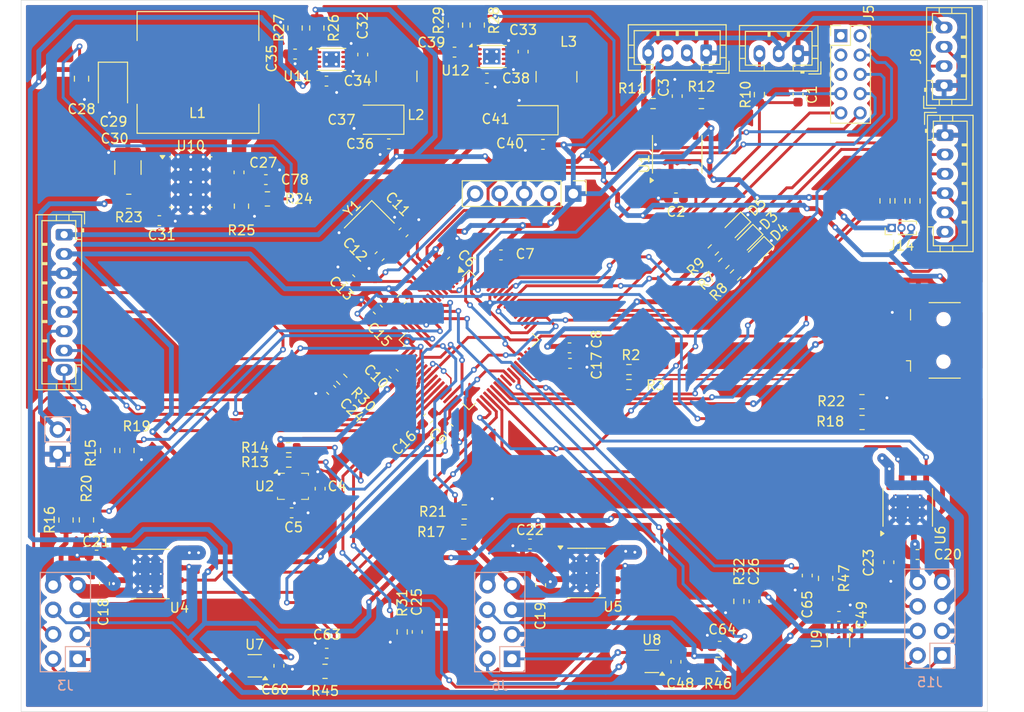
<source format=kicad_pcb>
(kicad_pcb (version 20240108) (generator "pcbnew") (generator_version "8.0")
  (title_block (comment 2 "BREKESHEV BAKTIYAR"))
  (layers (0 "F.Cu" signal) (1 "In1.Cu" signal) (2 "In2.Cu" signal) (31 "B.Cu" signal) (34 "B.Paste" user) (35 "F.Paste" user) (36 "B.SilkS" user "B.Silkscreen") (37 "F.SilkS" user "F.Silkscreen") (38 "B.Mask" user) (39 "F.Mask" user) (44 "Edge.Cuts" user))
  (net 0 "")
  (net 1 "/MCU/SERVO")
  (net 2 "GND")
  (net 3 "+5V")
  (net 4 "Net-(C3-Pad1)")
  (net 5 "VCC")
  (net 6 "Net-(U3-PH0-OSC_IN)")
  (net 7 "Net-(U3-PH1-OSC_OUT)")
  (net 8 "NRST")
  (net 9 "Net-(U3-VCAP1)")
  (net 10 "Net-(U3-VCAP2)")
  (net 11 "/Mosfet driver/HS1")
  (net 12 "Net-(U4-HB)")
  (net 13 "Net-(U5-HB)")
  (net 14 "/Mosfet driver/HS2")
  (net 15 "Net-(U6-HB)")
  (net 16 "/Mosfet driver/HS3")
  (net 17 "+12V")
  (net 18 "/MCU/VOLTAGE_1")
  (net 19 "/MCU/VOLTAGE_2")
  (net 20 "/MCU/VOLTAGE_3")
  (net 21 "Net-(C27-Pad2)")
  (net 22 "Net-(U10-BST)")
  (net 23 "V_IN")
  (net 24 "Net-(U10-SS)")
  (net 25 "Net-(U11-SW)")
  (net 26 "Net-(U11-BOOST)")
  (net 27 "Net-(U12-BOOST)")
  (net 28 "Net-(U12-SW)")
  (net 29 "Net-(U11-VCC)")
  (net 30 "Net-(U12-VCC)")
  (net 31 "/MCU/CURRENT_1")
  (net 32 "/MCU/CURRENT_2")
  (net 33 "/MCU/CURRENT_3")
  (net 34 "/Power MOSFETS/TEMP")
  (net 35 "/Power MOSFETS/TEMP2")
  (net 36 "/Power MOSFETS/TEMP3")
  (net 37 "Net-(U10-VCC)")
  (net 38 "/MCU/HALL_1")
  (net 39 "/MCU/HALL_3")
  (net 40 "/MCU/TEMP_MOTOR")
  (net 41 "/MCU/HALL_2")
  (net 42 "/MCU/MISO_ADC_EXT2")
  (net 43 "/MCU/RX_SDA_NSS")
  (net 44 "/MCU/ADC_15")
  (net 45 "/MCU/TX_SCL_MOSI")
  (net 46 "/MCU/SCK_ADC_EXT")
  (net 47 "Net-(D3-A)")
  (net 48 "Net-(D4-A)")
  (net 49 "Net-(D5-A)")
  (net 50 "/Mosfet driver/HO1")
  (net 51 "/Mosfet driver/HO2")
  (net 52 "/Mosfet driver/HO3")
  (net 53 "/Mosfet driver/LO1")
  (net 54 "/Mosfet driver/LO2")
  (net 55 "/Mosfet driver/LO3")
  (net 56 "/CAN bus transceiver/CANL")
  (net 57 "/CAN bus transceiver/CANH")
  (net 58 "Net-(J4-Pin_3)")
  (net 59 "PB12")
  (net 60 "PA15")
  (net 61 "PB4")
  (net 62 "PB3")
  (net 63 "PB2")
  (net 64 "PC13")
  (net 65 "PC14")
  (net 68 "PC15")
  (net 69 "SWCLK")
  (net 70 "SWDIO")
  (net 72 "/MCU/LED_RED")
  (net 73 "/MCU/LED_GREEN")
  (net 74 "/MCU/AN_IN")
  (net 75 "Net-(U10-RON)")
  (net 76 "Net-(U10-FB)")
  (net 77 "Net-(U11-V_FB)")
  (net 78 "Net-(U12-V_FB)")
  (net 79 "/Power MOSFETS/C_A")
  (net 80 "/Power MOSFETS/C_B")
  (net 81 "/Power MOSFETS/C_C")
  (net 82 "/CAN bus transceiver/CAN_TX")
  (net 83 "/CAN bus transceiver/CAN_RX")
  (net 90 "/MCU/H1")
  (net 91 "/MCU/L1")
  (net 92 "/MCU/PC12")
  (net 93 "/MCU/PC11_UART_RX")
  (net 94 "/MCU/H3")
  (net 95 "/MCU/L2")
  (net 96 "/MCU/CURR_FILTER")
  (net 97 "/MCU/PC9")
  (net 98 "/MCU/H2")
  (net 99 "/MCU/PC10_UART_TX")
  (net 100 "/MCU/L3")
  (net 102 "/Power MOSFETS/PH_A_IN-")
  (net 103 "/Power MOSFETS/PH_A_IN+")
  (net 104 "/Power MOSFETS/PH_B_IN-")
  (net 105 "/Power MOSFETS/PH_B_IN+")
  (net 106 "/Power MOSFETS/PH_C_IN+")
  (net 107 "/Power MOSFETS/PH_C_IN-")
  (net 108 "/MCU/USB_D+")
  (net 109 "/MCU/USB_D-")
  (net 110 "/USB_+")
  (net 111 "/USB_-")
  (net 112 "Net-(J14-Pin_2)")
  (footprint "Resistor_SMD:R_0603_1608Metric" (layer "F.Cu") (at 294.5 104.2 90)
    (property "Reference" "R4" (hide yes))
    (property "Value" "2k2")
  )
  (footprint "Resistor_SMD:R_0603_1608Metric" (layer "F.Cu") (at 274.716637 110.683363 -135)
    (property "Reference" "R7")
    (property "Value" "100R")
  )
  (footprint "Resistor_SMD:R_0805_2012Metric" (layer "F.Cu") (at 208.760419 137.24 -90)
    (property "Reference" "R20")
    (property "Value" "2k2")
  )
  (footprint "Capacitor_SMD:C_0603_1608Metric" (layer "F.Cu") (at 282.4 93.2 -90)
    (property "Reference" "C1")
    (property "Value" "100n")
  )
  (footprint "Capacitor_SMD:C_0603_1608Metric" (layer "F.Cu") (at 232.942501 134.007498 -90)
    (property "Reference" "C4")
    (property "Value" "100n")
  )
  (footprint "Resistor_SMD:R_0805_2012Metric" (layer "F.Cu") (at 230.35 86.3 90)
    (property "Reference" "R27")
    (property "Value" "10k")
  )
  (footprint "Capacitor_SMD:C_0603_1608Metric" (layer "F.Cu") (at 209.810419 140.89 180)
    (property "Reference" "C21")
    (property "Value" "2.2u")
  )
  (footprint "Capacitor_SMD:C_0603_1608Metric" (layer "F.Cu") (at 224.55 101.25 90)
    (property "Reference" "C27")
    (property "Value" "100n")
  )
  (footprint "Resistor_SMD:R_0603_1608Metric" (layer "F.Cu") (at 241.4375 148.84 -90)
    (property "Reference" "R31")
    (property "Value" "10k")
  )
  (footprint "Package_LGA:Bosch_LGA-14_3x2.5mm_P0.5mm" (layer "F.Cu") (at 230.132501 133.762499)
    (property "Reference" "U2")
    (property "Value" "BMI160")
  )
  (footprint "Capacitor_SMD:C_0603_1608Metric" (layer "F.Cu") (at 238.910122 115.453376 -45)
    (property "Reference" "C15")
    (property "Value" "2.2u")
  )
  (footprint "Capacitor_SMD:C_0603_1608Metric" (layer "F.Cu") (at 250.2 91.5)
    (property "Reference" "C38")
    (property "Value" "2.2u")
  )
  (footprint "Resistor_SMD:R_0603_1608Metric" (layer "F.Cu") (at 291.4 104.2 90)
    (property "Reference" "R6" (hide yes))
    (property "Value" "2k2")
  )
  (footprint "Capacitor_SMD:C_1210_3225Metric" (layer "F.Cu") (at 213.05 100.75 90)
    (property "Reference" "C30")
    (property "Value" "4.7u_100V")
  )
  (footprint "Capacitor_Tantalum_SMD:CP_EIA-3528-15_AVX-H" (layer "F.Cu") (at 239.15 95.8 180)
    (property "Reference" "C37")
    (property "Value" "100u")
  )
  (footprint "Capacitor_SMD:C_0603_1608Metric" (layer "F.Cu") (at 283.35 143 -90)
    (property "Reference" "C65")
    (property "Value" "1n")
  )
  (footprint "Capacitor_SMD:C_0603_1608Metric" (layer "F.Cu") (at 294.75 140.825)
    (property "Reference" "C20")
    (property "Value" "100n")
  )
  (footprint "Crystal:Crystal_SMD_3225-4Pin_3.2x2.5mm" (layer "F.Cu") (at 238.034054 106.754767 -135)
    (property "Reference" "Y1")
    (property "Value" "8M")
  )
  (footprint "Package_SO:Infineon_PG-DSO-8-27_3.9x4.9mm_EP2.65x3mm_ThermalVias" (layer "F.Cu") (at 260.510419 142.74)
    (property "Reference" "U5")
    (property "Value" "UCC2721x")
  )
  (footprint "Resistor_SMD:R_0603_1608Metric" (layer "F.Cu") (at 292.95 104.2 90)
    (property "Reference" "R5" (hide yes))
    (property "Value" "2k2")
  )
  (footprint "Capacitor_SMD:C_0603_1608Metric" (layer "F.Cu") (at 240.55 122.1 -45)
    (property "Reference" "C10")
    (property "Value" "2.2u")
  )
  (footprint "Resistor_SMD:R_0603_1608Metric" (layer "F.Cu") (at 275.931976 111.872187 -135)
    (property "Reference" "R8")
    (property "Value" "100R")
  )
  (footprint "Resistor_SMD:R_0805_2012Metric" (layer "F.Cu") (at 289.0125 125)
    (property "Reference" "R22")
    (property "Value" "2k2")
  )
  (footprint "Package_DFN_QFN:TDFN-8-1EP_3x2mm_P0.5mm_EP1.80x1.65mm_ThermalVias" (layer "F.Cu") (at 250.7 89.25)
    (property "Reference" "U12")
    (property "Value" "MCP16311/2")
  )
  (footprint "Capacitor_SMD:C_0603_1608Metric" (layer "F.Cu") (at 253.95 88.75 -90)
    (property "Reference" "C33")
    (property "Value" "100n")
  )
  (footprint "Capacitor_SMD:C_0603_1608Metric" (layer "F.Cu") (at 242.9875 148.84 -90)
    (property "Reference" "C25")
    (property "Value" "2.2u")
  )
  (footprint "Resistor_SMD:R_0805_2012Metric" (layer "F.Cu") (at 224.8 104.75 90)
    (property "Reference" "R25")
    (property "Value" "2k")
  )
  (footprint "Capacitor_SMD:C_0603_1608Metric" (layer "F.Cu") (at 245.875126 109.761163 -135)
    (property "Reference" "C6")
    (property "Value" "2.2u")
  )
  (footprint "Connector_USB:USB_Mini-B_Lumberg_2486_01_Horizontal" (layer "F.Cu") (at 297.45 118.65 90)
    (property "Reference" "USB1" (hide yes))
    (property "Value" "USB Micro  U-D-M5DD-W-1")
  )
  (footprint "Capacitor_SMD:C_0603_1608Metric" (layer "F.Cu") (at 258.8 121.025004)
    (property "Reference" "C17")
    (property "Value" "2.2u")
  )
  (footprint "Capacitor_SMD:C_0603_1608Metric" (layer "F.Cu") (at 255.760419 143.99 -90)
    (property "Reference" "C19")
    (property "Value" "100n")
  )
  (footprint "Connector_PinHeader_2.54mm:PinHeader_1x05_P2.54mm_Vertical" (layer "F.Cu") (at 259.14 103.45 -90)
    (property "Reference" "P5" (hide yes))
    (property "Value" "SWD")
  )
  (footprint "Capacitor_SMD:C_0603_1608Metric" (layer "F.Cu") (at 269.765 103.9 180)
    (property "Reference" "C2")
    (property "Value" "0.1u")
  )
  (footprint "Package_SO:HTSSOP-14-1EP_4.4x5mm_P0.65mm_EP3.4x5mm_Mask3x3.1mm_ThermalVias" (layer "F.Cu") (at 219.55 102.25)
    (property "Reference" "U10")
    (property "Value" "LM5161")
  )
  (footprint "Resistor_SMD:R_0805_2012Metric" (layer "F.Cu") (at 233.45 152.922498 180)
    (property "Reference" "R45")
    (property "Value" "1k")
  )
  (footprint "Package_QFP:LQFP-64_10x10mm_P0.5mm" (layer "F.Cu") (at 248.35 118.6 -45)
    (property "Reference" "U3" (hide yes))
    (property "Value" "STM32F405RGT6")
  )
  (footprint "Resistor_SMD:R_0805_2012Metric" (layer "F.Cu") (at 247.860419 136.4175)
    (property "Reference" "R21")
    (property "Value" "2k2")
  )
  (footprint "Resistor_SMD:R_0805_2012Metric" (layer "F.Cu") (at 227.4875 104)
    (property "Reference" "R24")
    (property "Value" "10k")
  )
  (footprint "Connector_JST:JST_PH_B8B-PH-K_1x08_P2.00mm_Vertical" (layer "F.Cu") (at 206.45 107.7 -90)
    (property "Reference" "J2" (hide yes))
    (property "Value" "Conn_01x08")
  )
  (footprint "Capacitor_SMD:C_0603_1608Metric" (layer "F.Cu") (at 241.569588 107.461868 45)
    (property "Reference" "C11")
    (property "Value" "15p")
  )
  (footprint "Resistor_SMD:R_0805_2012Metric" (layer "F.Cu") (at 289.025 127.15)
    (property "Reference" "R18")
    (property "Value" "68k")
  )
  (footprint "Resistor_SMD:R_0603_1608Metric" (layer "F.Cu") (at 229.692501 129.7575 180)
    (property "Reference" "R14")
    (property "Value" "1k")
  )
  (footprint "Resistor_SMD:R_0805_2012Metric" (layer "F.Cu") (at 206.645417 137.2525 -90)
    (property "Reference" "R16")
    (property "Value" "68k")
  )
  (footprint "Capacitor_SMD:C_0603_1608Metric" (layer "F.Cu") (at 229.992501 136.507499 180)
    (property "Reference" "C5")
    (property "Value" "100n")
  )
  (footprint "LED_SMD:LED_0603_1608Metric" (layer "F.Cu") (at 275.931977 106.922439 -135)
    (property "Reference" "D5")
    (property "Value" "BLU")
  )
  (footprint "Capacitor_SMD:C_0603_1608Metric" (layer "F.Cu") (at 251.65 109.8 180)
    (property "Reference" "C7")
    (property "Value" "2.2u")
  )
  (footprint "Resistor_SMD:R_0805_2012Metric" (layer "F.Cu") (at 210.95 130.05 90)
    (property "Reference" "R15")
    (property "Value" "68k")
  )
  (footprint "Resistor_SMD:R_0603_1608Metric" (layer "F.Cu") (at 264.9 123.225)
    (property "Reference" "R3")
    (property "Value" "22R")
  )
  (footprint "Capacitor_SMD:C_0603_1608Metric" (layer "F.Cu") (at 254.660419 139.74 180)
    (property "Reference" "C22")
    (property "Value" "2.2u")
  )
  (footprint "Capacitor_SMD:C_0603_1608Metric" (layer "F.Cu") (at 210.625419 143.84 -90)
    (property "Reference" "C18")
    (property "Value" "100n")
  )
  (footprint "Connector_JST:JST_PH_B6B-PH-K_1x06_P2.00mm_Vertical" (layer "F.Cu") (at 297.6 97.4 -90)
    (property "Reference" "P4" (hide yes))
    (property "Value" "HALL/Encoder")
  )
  (footprint "Capacitor_SMD:C_0603_1608Metric" (layer "F.Cu") (at 244.107359 126.73173 -135)
    (property "Reference" "C16")
    (property "Value" "2.2u")
  )
  (footprint "Resistor_SMD:R_0603_1608Metric" (layer "F.Cu") (at 273.626808 109.284176 -135)
    (property "Reference" "R9")
    (property "Value" "2k2")
  )
  (footprint "Capacitor_Tantalum_SMD:CP_EIA-3528-15_AVX-H" (layer "F.Cu") (at 211.5 92.3 -90)
    (property "Reference" "C29")
    (property "Value" "22u_16v")
  )
  (footprint "Capacitor_SMD:C_0603_1608Metric" (layer "F.Cu") (at 240.05 98.3 180)
    (property "Reference" "C36")
    (property "Value" "2.2u")
  )
  (footprint "Capacitor_SMD:C_0603_1608Metric" (layer "F.Cu") (at 256 98.35 180)
    (property "Reference" "C40")
    (property "Value" "2.2u")
  )
  (footprint "Resistor_SMD:R_0805_2012Metric" (layer "F.Cu") (at 274.1125 152.1875)
    (property "Reference" "R46")
    (property "Value" "1k")
  )
  (footprint "Resistor_SMD:R_0805_2012Metric" (layer "F.Cu") (at 232.6 86.3 -90)
    (property "Reference" "R26")
    (property "Value" "52.3k")
  )
  (footprint "Capacitor_SMD:C_0603_1608Metric" (layer "F.Cu") (at 228.675 152.35 -90)
    (property "Reference" "C60")
    (property "Value" "2.2u")
  )
  (footprint "Package_TO_SOT_SMD:SOT-363_SC-70-6" (layer "F.Cu") (at 226.175 152.35 180)
    (property "Reference" "U7")
    (property "Value" "INA210")
  )
  (footprint "Capacitor_SMD:C_0603_1608Metric" (layer "F.Cu") (at 234.084121 123.779561 135)
    (property "Reference" "C24")
    (property "Value" "2.2u")
  )
  (footprint "Capacitor_SMD:C_0603_1608Metric" (layer "F.Cu") (at 246.228676 127.792388 135)
    (property "Reference" "C9")
    (property "Value" "2.2u")
  )
  (footprint "Capacitor_SMD:C_0603_1608Metric" (layer "F.Cu") (at 227.325 102)
    (property "Reference" "C78")
    (property "Value" "2.2u")
  )
  (footprint "Capacitor_SMD:C_0805_2012Metric" (layer "F.Cu") (at 208.25 91.55 -90)
    (property "Reference" "C28")
    (property "Value" "2.2u")
  )
  (footprint "Inductor_SMD:L_Ferrocore_DLG-0403" (layer "F.Cu") (at 240.85 91.3 90)
    (property "Reference" "L2")
    (property "Value" "22u")
  )
  (footprint "Resistor_SMD:R_0603_1608Metric" (layer "F.Cu") (at 264.9 121.675)
    (property "Reference" "R2")
    (property "Value" "22R")
  )
  (footprint "Capacitor_SMD:C_0603_1608Metric" (layer "F.Cu") (at 291.8 141.625 -90)
    (property "Reference" "C23")
    (property "Value" "2.2u")
  )
  (footprint "Package_SO:SOIC-8_3.9x4.9mm_P1.27mm" (layer "F.Cu") (at 269.895 99.375 90)
    (property "Reference" "U1")
    (property "Value" "TJA1051T/3/1J")
  )
  (footprint "Connector_JST:JST_PH_B4B-PH-K_1x04_P2.00mm_Vertical" (layer "F.Cu") (at 272.895 88.875 180)
    (property "Reference" "J1" (hide yes))
    (property "Value" "CAN")
  )
  (footprint "Capacitor_SMD:C_0603_1608Metric" (layer "F.Cu") (at 269.7625 151.9375 -90)
    (property "Reference" "C48")
    (property "Value" "2.2u")
  )
  (footprint "Resistor_SMD:R_0603_1608Metric" (layer "F.Cu") (at 267.395 94.125)
    (property "Reference" "R11")
    (property "Value" "60")
  )
  (footprint "Capacitor_SMD:C_0603_1608Metric" (layer "F.Cu") (at 277.85 145.675 -90)
    (property "Reference" "C26")
    (property "Value" "2.2u")
  )
  (footprint "Capacitor_SMD:C_0603_1608Metric" (layer "F.Cu") (at 236.056868 112.321426 -45)
    (property "Reference" "C13")
    (property "Value" "100n")
  )
  (footprint "Connector_PinHeader_2.00mm:PinHeader_2x05_P2.00mm_Vertical" (layer "F.Cu") (at 286.825 87.099999)
    (property "Reference" "J5")
    (property "Value" "UNUSED MCU PINS")
  )
  (footprint "Package_SO:Infineon_PG-DSO-8-27_3.9x4.9mm_EP2.65x3mm_ThermalVias" (layer "F.Cu") (at 215.375419 142.84)
    (property "Reference" "U4")
    (property "Value" "UCC2721x")
  )
  (footprint "Resistor_SMD:R_0805_2012Metric" (layer "F.Cu") (at 247.810419 138.49)
    (property "Reference" "R17")
    (property "Value" "68k")
  )
  (footprint "Capacitor_SMD:C_0603_1608Metric" (layer "F.Cu") (at 241.384997 114.392716 -135)
    (property "Reference" "C14" (hide yes))
    (property "Value" "2.2u")
  )
  (footprint "Capacitor_SMD:C_0603_1608Metric" (layer "F.Cu") (at 233.6 91.8)
    (property "Reference" "C34")
    (property "Value" "2.2u")
  )
  (footprint "Capacitor_SMD:C_0603_1608Metric" (layer "F.Cu") (at 246.85 88.8 180)
    (property "Reference" "C39")
    (property "Value" "2.2u")
  )
  (footprint "Package_TO_SOT_SMD:SOT-363_SC-70-6" (layer "F.Cu") (at 267.2625 151.8875 180)
    (property "Reference" "U8")
    (property "Value" "INA210")
  )
  (footprint "Package_SO:Infineon_PG-DSO-8-27_3.9x4.9mm_EP2.65x3mm_ThermalVias" (layer "F.Cu") (at 293.75 135.95 90)
    (property "Reference" "U6")
    (property "Value" "UCC2721x")
  )
  (footprint "Capacitor_SMD:C_0603_1608Metric" (layer "F.Cu") (at 216.3 106.25)
    (property "Reference" "C31")
    (property "Value" "10n")
  )
  (footprint "Capacitor_SMD:C_0603_1608Metric" (layer "F.Cu") (at 286.63125 147.2375)
    (property "Reference" "C49")
    (property "Value" "2.2u")
  )
  (footprint "Connector_JST:JST_PH_B4B-PH-K_1x04_P2.00mm_Vertical" (layer "F.Cu") (at 297.51 92.25 90)
    (property "Reference" "J8")
    (property "Value" "NRF bluetooth")
  )
  (footprint "Resistor_SMD:R_0805_2012Metric" (layer "F.Cu") (at 212.950001 130.05 90)
    (property "Reference" "R19")
    (property "Value" "2.2k")
  )
  (footprint "Resistor_SMD:R_0603_1608Metric" (layer "F.Cu") (at 235.180135 122.683544 135)
    (property "Reference" "R30")
    (property "Value" "10k")
  )
  (footprint "Connector_JST:JST_PH_B3B-PH-K_1x03_P2.00mm_Vertical" (layer "F.Cu") (at 282.4 88.95 180)
    (property "Reference" "J4" (hide yes))
    (property "Value" "Conn_01x03")
  )
  (footprint "Resistor_SMD:R_0805_2012Metric" (layer "F.Cu") (at 285.25 143.3 90)
    (property "Reference" "R47")
    (property "Value" "1k")
  )
  (footprint "Capacitor_SMD:C_0603_1608Metric" (layer "F.Cu") (at 269.895 93.35 90)
    (property "Reference" "C3")
    (property "Value" "1nF")
  )
  (footprint "Capacitor_SMD:C_0603_1608Metric" (layer "F.Cu") (at 237.35 89.05 -90)
    (property "Reference" "C32")
    (property "Value" "100n")
  )
  (footprint "Resistor_SMD:R_0805_2012Metric" (layer "F.Cu") (at 213.1375 104.25 180)
    (property "Reference" "R23")
    (property "Value" "402k")
  )
  (footprint "Connector_PinHeader_1.00mm:PinHeader_1x03_P1.00mm_Vertical" (layer "F.Cu") (at 292.1 107 90)
    (property "Reference" "J14")
    (property "Value" "Pull_up")
  )
  (footprint "Resistor_SMD:R_0603_1608Metric" (layer "F.Cu") (at 278.4 93.2 90)
    (property "Reference" "R10")
    (property "Value" "100R")
  )
  (footprint "LED_SMD:LED_0603_1608Metric" (layer "F.Cu") (at 278.344978 109.459185 -135)
    (property "Reference" "D4")
    (property "Value" "GRN")
  )
  (footprint "Capacitor_Tantalum_SMD:CP_EIA-3528-15_AVX-H" (layer "F.Cu") (at 255.1 95.85 180)
    (property "Reference" "C41")
    (property "Value" "100u")
  )
  (footprint "Resistor_SMD:R_0603_1608Metric" (layer "F.Cu") (at 272.395 94.125)
    (property "Reference" "R12")
    (property "Value" "60")
  )
  (footprint "Resistor_SMD:R_0805_2012Metric" (layer "F.Cu") (at 246.95 86 90)
    (property "Reference" "R29")
    (property "Value" "10k")
  )
  (footprint "Capacitor_SMD:C_0603_1608Metric" (layer "F.Cu") (at 258.75 119.425 180)
    (property "Reference" "C8")
    (property "Value" "2.2u")
  )
  (footprint "Resistor_SMD:R_0805_2012Metric" (layer "F.Cu") (at 249.2 86 -90)
    (property "Reference" "R28")
    (property "Value" "33k")
  )
  (footprint "Capacitor_SMD:C_0603_1608Metric" (layer "F.Cu") (at 239.094713 109.936746 -135)
    (property "Reference" "C12")
    (property "Value" "15p")
  )
  (footprint "Resistor_SMD:R_0603_1608Metric" (layer "F.Cu") (at 276.275 145.675 -90)
    (property "Reference" "R32")
    (property "Value" "10k")
  )
  (footprint "LED_SMD:LED_0603_1608Metric" (layer "F.Cu") (at 277.191509 108.208489 -135)
    (property "Reference" "D3")
    (property "Value" "RED")
  )
  (footprint "Capacitor_SMD:C_0603_1608Metric" (layer "F.Cu") (at 274.2875 150.3275 180)
    (property "Reference" "C64")
    (property "Value" "1n")
  )
  (footprint "Resistor_SMD:R_0603_1608Metric" (layer "F.Cu") (at 229.692501 131.257498)
    (property "Reference" "R13")
    (property "Value" "1k")
  )
  (footprint "Inductor_SMD:L_Ferrocore_DLG-0403" (layer "F.Cu") (at 257.4 91.35 90)
    (property "Reference" "L3")
    (property "Value" "22u")
  )
  (footprint "Capacitor_SMD:C_0603_1608Metric" (layer "F.Cu") (at 233.625 151.05 180)
    (property "Reference" "C63")
    (property "Value" "1n")
  )
  (footprint "Package_DFN_QFN:TDFN-8-1EP_3x2mm_P0.5mm_EP1.80x1.65mm_ThermalVias" (layer "F.Cu") (at 234.1 89.55)
    (property "Reference" "U11")
    (property "Value" "MCP16311/2")
  )
  (footprint "Inductor_SMD:L_12x12mm_H8mm" (layer "F.Cu") (at 220.3 90.9)
    (property "Reference" "L1")
    (property "Value" "100u")
  )
  (footprint "Capacitor_SMD:C_0603_1608Metric" (layer "F.Cu") (at 230.35 89 180)
    (property "Reference" "C35")
    (property "Value" "2.2u")
  )
  (footprint "Package_TO_SOT_SMD:SOT-363_SC-70-6" (layer "F.Cu") (at 286.58125 149.6875 -90)
    (property "Reference" "U9")
    (property "Value" "INA210")
  )
  (footprint "Connector_PinSocket_2.54mm:PinSocket_2x04_P2.54mm_Vertical" (layer "B.Cu") (at 297.310419 151.28)
    (property "Reference" "J15")
    (property "Value" "PH_C_CONNECTOR")
  )
  (footprint "Connector_PinSocket_2.54mm:PinSocket_1x02_P2.54mm_Vertical" (layer "B.Cu") (at 205.791824 130.430678)
    (property "Reference" "J7" (hide yes))
    (property "Value" "V_IN")
  )
  (footprint "Connector_PinSocket_2.54mm:PinSocket_2x04_P2.54mm_Vertical" (layer "B.Cu") (at 252.800419 151.63)
    (property "Reference" "J6")
    (property "Value" "PH_B_CONNECTOR")
  )
  (footprint "Connector_PinSocket_2.54mm:PinSocket_2x04_P2.54mm_Vertical" (layer "B.Cu") (at 207.850419 151.63)
    (property "Reference" "J3")
    (property "Value" "PH_A_CONNECTOR")
  )
  (gr_rect (start 202 83.425) (end 302 157.1) (stroke (width 0.05)) (fill none) (layer "Edge.Cuts"))
  (segment (start 282.35 94.025) (end 282.4 93.975) (width 0.3) (layer "F.Cu") (net 1))
  (segment (start 251.832501 114.056839) (end 252.88934 113) (width 0.3) (layer "F.Cu") (net 1))
  (segment (start 278.4 94.025) (end 282.35 94.025) (width 0.3) (layer "F.Cu") (net 1))
  (segment (start 265.5 108.3) (end 262.9 110.9) (width 0.3) (layer "F.Cu") (net 1))
  (segment (start 266 108.3) (end 265.5 108.3) (width 0.3) (layer "F.Cu") (net 1))
  (segment (start 268.641514 108.3) (end 266 108.3) (width 0.3) (layer "F.Cu") (net 1))
  (segment (start 278.4 98.541514) (end 268.641514 108.3) (width 0.3) (layer "F.Cu") (net 1))
  (segment (start 252.88934 113) (end 253.2 113) (width 0.3) (layer "F.Cu") (net 1))
  (segment (start 278.4 94.025) (end 278.4 98.541514) (width 0.3) (layer "F.Cu") (net 1))
  (via (at 253.2 113) (size 0.6) (drill 0.3) (layers "F.Cu" "B.Cu") (net 1))
  (via (at 262.9 110.9) (size 0.6) (drill 0.3) (layers "F.Cu" "B.Cu") (net 1))
  (segment (start 261.65 112.6) (end 262.9 111.35) (width 0.3) (layer "B.Cu") (net 1))
  (segment (start 253.75 112.6) (end 261.65 112.6) (width 0.3) (layer "B.Cu") (net 1))
  (segment (start 253.2 113) (end 253.35 113) (width 0.3) (layer "B.Cu") (net 1))
  (segment (start 253.35 113) (end 253.75 112.6) (width 0.3) (layer "B.Cu") (net 1))
  (segment (start 262.9 111.35) (end 262.9 110.9) (width 0.3) (layer "B.Cu") (net 1))
  (segment (start 232.942501 132.507499) (end 232.692501 132.2575) (width 0.3) (layer "F.Cu") (net 2))
  (segment (start 259.524999 119.425003) (end 260.350002 119.425001) (width 0.3) (layer "F.Cu") (net 2))
  (segment (start 268.2125 151.8875) (end 268.9375 151.8875) (width 0.3) (layer "F.Cu") (net 2))
  (segment (start 254.175 98.975) (end 254.6 98.975) (width 0.5) (layer "F.Cu") (net 2))
  (segment (start 263.135419 142.105) (end 264.395419 142.105) (width 0.5) (layer "F.Cu") (net 2))
  (segment (start 273.5125 150.3275) (end 273.5125 149.6875) (width 0.5) (layer "F.Cu") (net 2))
  (segment (start 212.987501 131) (end 212.950001 130.9625) (width 0.3) (layer "F.Cu") (net 2))
  (segment (start 287.40625 147.2375) (end 287.40625 146.44375) (width 0.3) (layer "F.Cu") (net 2))
  (segment (start 242.38614 106.91386) (end 243.15 106.15) (width 0.3) (layer "F.Cu") (net 2))
  (segment (start 241.4375 149.665) (end 240.435 149.665) (width 0.5) (layer "F.Cu") (net 2))
  (segment (start 269.7625 152.7125) (end 270.8375 152.7125) (width 0.3) (layer "F.Cu") (net 2))
  (segment (start 224.8 105.65) (end 224.8 105.6625) (width 0.3) (layer "F.Cu") (net 2))
  (segment (start 276.275 146.5) (end 277.8 146.5) (width 0.5) (layer "F.Cu") (net 2))
  (segment (start 227.9 152.35) (end 228.675 153.125) (width 0.3) (layer "F.Cu") (net 2))
  (segment (start 250.75 135.05) (end 250.140419 135.05) (width 0.5) (layer "F.Cu") (net 2))
  (segment (start 226.0125 105.6625) (end 226.15 105.8) (width 0.3) (layer "F.Cu") (net 2))
  (segment (start 242.9875 149.615) (end 241.4875 149.615) (width 0.5) (layer "F.Cu") (net 2))
  (segment (start 230.632499 136.372499) (end 230.767498 136.507499) (width 0.3) (layer "F.Cu") (net 2))
  (segment (start 208.55 93.7) (end 208.25 93.4) (width 0.5) (layer "F.Cu") (net 2))
  (segment (start 232.613634 124.154026) (end 232.493425 124.154028) (width 0.5) (layer "F.Cu") (net 2))
  (segment (start 211.5 94.75) (end 211.15 95.1) (width 0.5) (layer "F.Cu") (net 2))
  (segment (start 241.402677 120.951132) (end 240.660214 120.951131) (width 0.3) (layer "F.Cu") (net 2))
  (segment (start 250.504471 114.736434) (end 250.518037 114.75) (width 0.3) (layer "F.Cu") (net 2))
  (segment (start 235.508858 111.773419) (end 234.784072 111.048635) (width 0.3) (layer "F.Cu") (net 2))
  (segment (start 242.659997 119.693812) (end 242.039069 120.314736) (width 0.3) (layer "F.Cu") (net 2))
  (segment (start 253.5625 93.8125) (end 253.55 93.8) (width 0.5) (layer "F.Cu") (net 2))
  (segment (start 293.45 117.05) (end 292.15 115.75) (width 0.3) (layer "F.Cu") (net 2))
  (segment (start 252.65 88.5) (end 252.65 87.8) (width 0.3) (layer "F.Cu") (net 2))
  (segment (start 224.8 105.6625) (end 226.0125 105.6625) (width 0.3) (layer "F.Cu") (net 2))
  (segment (start 229.1625 85.3875) (end 228.85 85.7) (width 0.3) (layer "F.Cu") (net 2))
  (segment (start 253.5625 95.85) (end 253.5625 93.8125) (width 0.5) (layer "F.Cu") (net 2))
  (segment (start 291.2 125) (end 290.0675 125) (width 0.5) (layer "F.Cu") (net 2))
  (segment (start 236.655196 106.931544) (end 235.468456 106.931544) (width 0.5) (layer "F.Cu") (net 2))
  (segment (start 214.45 131) (end 212.987501 131) (width 0.3) (layer "F.Cu") (net 2))
  (segment (start 229.575 89) (end 229.575 89.225) (width 0.3) (layer "F.Cu") (net 2))
  (segment (start 276.275 146.5) (end 275.25 146.5) (width 0.5) (layer "F.Cu") (net 2))
  (segment (start 238.546705 110.484754) (end 238.546705 110.653295) (width 0.3) (layer "F.Cu") (net 2))
  (segment (start 230.6325 135.157499) (end 230.6325 134.774998) (width 0.3) (layer "F.Cu") (net 2))
  (segment (start 242.039069 120.314736) (end 241.402677 120.951132) (width 0.3) (layer "F.Cu") (net 2))
  (segment (start 286.58125 148.0625) (end 287.40625 147.2375) (width 0.3) (layer "F.Cu") (net 2))
  (segment (start 242.463333 115.188209) (end 242.463333 114.375039) (width 0.3) (layer "F.Cu") (net 2))
  (segment (start 250.975 92.325) (end 251.05 92.4) (width 0.5) (layer "F.Cu") (net 2))
  (segment (start 287.40625 146.44375) (end 287.8 146.05) (width 0.3) (layer "F.Cu") (net 2))
  (segment (start 286.58125 148.7375) (end 286.58125 148.0625) (width 0.3) (layer "F.Cu") (net 2))
  (segment (start 252.35 90) (end 252.95 90.6) (width 0.3) (layer "F.Cu") (net 2))
  (segment (start 235.468456 106.931544) (end 234.9 107.5) (width 0.5) (layer "F.Cu") (net 2))
  (segment (start 242.659997 119.344671) (end 242.659997 119.693812) (width 0.3) (layer "F.Cu") (net 2))
  (segment (start 246.423134 109.213155) (end 246.423134 108.776866) (width 0.3) (layer "F.Cu") (net 2))
  (segment (start 239.97201 106.57799) (end 240.65 105.9) (width 0.5) (layer "F.Cu") (net 2))
  (segment (start 286.58125 148.7375) (end 287.23125 148.7375) (width 0.3) (layer "F.Cu") (net 2))
  (segment (start 273.5125 149.6875) (end 273.0125 149.1875) (width 0.5) (layer "F.Cu") (net 2))
  (segment (start 213.05 99.275) (end 211.125 99.275) (width 0.5) (layer "F.Cu") (net 2))
  (segment (start 254.6 98.975) (end 255.225 98.35) (width 0.5) (layer "F.Cu") (net 2))
  (segment (start 237.655368 114.905368) (end 237.2 114.45) (width 0.3) (layer "F.Cu") (net 2))
  (segment (start 232.9 150.485) (end 232.425 150.01) (width 0.5) (layer "F.Cu") (net 2))
  (segment (start 267.99 98.03) (end 267.99 96.9) (width 0.3) (layer "F.Cu") (net 2))
  (segment (start 236.05 88.8) (end 236.25 88.6) (width 0.3) (layer "F.Cu") (net 2))
  (segment (start 222.4125 104.2) (end 223.35 104.2) (width 0.3) (layer "F.Cu") (net 2))
  (segment (start 234.596772 122.100181) (end 233.536113 123.160837) (width 0.5) (layer "F.Cu") (net 2))
  (segment (start 234.375 91.8) (end 234.375 92.7) (width 0.5) (layer "F.Cu") (net 2))
  (segment (start 294.75 117.05) (end 293.45 117.05) (width 0.3) (layer "F.Cu") (net 2))
  (segment (start 259.574999 121.025001) (end 260.150001 121.025002) (width 0.3) (layer "F.Cu") (net 2))
  (segment (start 227.125 152.35) (end 227.9 152.35) (width 0.3) (layer "F.Cu") (net 2))
  (segment (start 246.776686 128.340395) (end 247.36005 128.923761) (width 0.2) (layer "F.Cu") (net 2))
  (segment (start 211.125 99.275) (end 211.05 99.2) (width 0.5) (layer "F.Cu") (net 2))
  (segment (start 219.260419 142.205) (end 219.375419 142.09) (width 0.5) (layer "F.Cu") (net 2))
  (segment (start 229.575 89.225) (end 230.35 90) (width 0.3) (layer "F.Cu") (net 2))
  (segment (start 227.125 152.35) (end 227.125 153) (width 0.3) (layer "F.Cu") (net 2))
  (segment (start 250.975 91.5) (end 250.975 92.325) (width 0.5) (layer "F.Cu") (net 2))
  (segment (start 229.65 153.125) (end 228.675 153.125) (width 0.3) (layer "F.Cu") (net 2))
  (segment (start 243.099734 115.824607) (end 242.463333 115.188209) (width 0.3) (layer "F.Cu") (net 2))
  (segment (start 252.65 87.8) (end 252.45 87.6) (width 0.3) (layer "F.Cu") (net 2))
  (segment (start 252.15 88.5) (end 252.65 88.5) (width 0.3) (layer "F.Cu") (net 2))
  (segment (start 260.150001 121.025002) (end 260.55 121.425001) (width 0.3) (layer "F.Cu") (net 2))
  (segment (start 236.6 96.55) (end 237.8125 96.55) (width 0.5) (layer "F.Cu") (net 2))
  (segment (start 215.7 100.95) (end 215.35 100.6) (width 0.5) (layer "F.Cu") (net 2))
  (segment (start 233.536113 123.160837) (end 233.536111 123.23155) (width 0.5) (layer "F.Cu") (net 2))
  (segment (start 242.975986 127.8631) (end 242.975986 128.075232) (width 0.3) (layer "F.Cu") (net 2))
  (segment (start 236.25 88) (end 236.15 87.9) (width 0.3) (layer "F.Cu") (net 2))
  (segment (start 246.95 85.0875) (end 245.8375 85.0875) (width 0.3) (layer "F.Cu") (net 2))
  (segment (start 208.25 93.4) (end 208.25 92.5) (width 0.5) (layer "F.Cu") (net 2))
  (segment (start 277.748357 107.651643) (end 278.33172 107.06828) (width 0.3) (layer "F.Cu") (net 2))
  (segment (start 267.645 98.375) (end 267.99 98.03) (width 0.3) (layer "F.Cu") (net 2))
  (segment (start 230.767498 136.507499) (end 231.692501 136.507499) (width 0.3) (layer "F.Cu") (net 2))
  (segment (start 292.75 130.95) (end 293.115 131.315) (width 0.5) (layer "F.Cu") (net 2))
  (segment (start 268.9375 151.8875) (end 269.7625 152.7125) (width 0.3) (layer "F.Cu") (net 2))
  (segment (start 291.6 124.6) (end 291.2 125) (width 0.5) (layer "F.Cu") (net 2))
  (segment (start 268.99 103.36) (end 269.26 103.09) (width 0.5) (layer "F.Cu") (net 2))
  (segment (start 249.275 113.078806) (end 249.275 113.425) (width 0.3) (layer "F.Cu") (net 2))
  (segment (start 210.310419 138.24) (end 208.941669 138.24) (width 0.5) (layer "F.Cu") (net 2))
  (segment (start 230.075 152.7) (end 229.65 153.125) (width 0.3) (layer "F.Cu") (net 2))
  (segment (start 252.15 90) (end 252.35 90) (width 0.3) (layer "F.Cu") (net 2))
  (segment (start 291.8 143.4) (end 292 143.6) (width 0.5) (layer "F.Cu") (net 2))
  (segment (start 230.282501 135.5075) (end 230.6325 135.157499) (width 0.3) (layer "F.Cu") (net 2))
  (segment (start 250.140419 135.05) (end 248.772919 136.4175) (width 0.5) (layer "F.Cu") (net 2))
  (segment (start 264.395419 142.105) (end 264.510419 141.99) (width 0.5) (layer "F.Cu") (net 2))
  (segment (start 230.35 85.3875) (end 229.1625 85.3875) (width 0.3) (layer "F.Cu") (net 2))
  (segment (start 238.546705 110.653295) (end 238 111.2) (width 0.3) (layer "F.Cu") (net 2))
  (segment (start 243.559352 127.279737) (end 242.975986 127.8631) (width 0.3) (layer "F.Cu") (net 2))
  (segment (start 215.35 100.6) (end 215.35 100.3) (width 0.5) (layer "F.Cu") (net 2))
  (segment (start 240.660214 120.951131) (end 240.023815 121.587528) (width 0.3) (layer "F.Cu") (net 2))
  (segment (start 250.504471 113.970655) (end 250.504471 114.736434) (width 0.3) (layer "F.Cu") (net 2))
  (segment (start 269.895 92.85) (end 269.895 91.875) (width 0.3) (layer "F.Cu") (net 2))
  (segment (start 235.55 90.3) (end 235.85 90.3) (width 0.3) (layer "F.Cu") (net 2))
  (segment (start 242.117596 106.91386) (end 242.38614 106.91386) (width 0.3) (layer "F.Cu") (net 2))
  (segment (start 235.55 88.8) (end 236.05 88.8) (width 0.3) (layer "F.Cu") (net 2))
  (segment (start 234.375 92.7) (end 234.65 92.975) (width 0.5) (layer "F.Cu") (net 2))
  (segment (start 242.463333 114.375039) (end 241.933005 113.844708) (width 0.3) (layer "F.Cu") (net 2))
  (segment (start 216.6875 100.95) (end 215.7 100.95) (width 0.5) (layer "F.Cu") (net 2))
  (segment (start 252.425 109.928805) (end 252.425 109.8) (width 0.3) (layer "F.Cu") (net 2))
  (segment (start 269.26 103.09) (end 269.26 101.85) (width 0.5) (layer "F.Cu") (net 2))
  (segment (start 235.85 90.3) (end 236.35 90.8) (width 0.3) (layer "F.Cu") (net 2))
  (segment (start 210.360419 138.29) (end 210.310419 138.24) (width 0.5) (layer "F.Cu") (net 2))
  (segment (start 268.2125 151.8875) (end 268.2125 152.5375) (width 0.3) (layer "F.Cu") (net 2))
  (segment (start 223.35 104.2) (end 224.8 105.65) (width 0.3) (layer "F.Cu") (net 2))
  (segment (start 283.35 143.775) (end 282.825 143.775) (width 0.5) (layer "F.Cu") (net 2))
  (segment (start 291.8 142.4) (end 291.8 143.4) (width 0.5) (layer "F.Cu") (net 2))
  (segment (start 228.870001 133.012499) (end 228.87 132.684998) (width 0.3) (layer "F.Cu") (net 2))
  (segment (start 239.15 99.4) (end 239.15 98.75) (width 0.5) (layer "F.Cu") (net 2))
  (segment (start 282.4 88.95) (end 282.4 92.425) (width 0.3) (layer "F.Cu") (net 2))
  (segment (start 246.423134 108.776866) (end 247.1 108.1) (width 0.3) (layer "F.Cu") (net 2))
  (segment (start 215.35 100.3) (end 214.075 100.3) (width 0.5) (layer "F.Cu") (net 2))
  (segment (start 228.1 101.65) (end 228.75 101) (width 0.3) (layer "F.Cu") (net 2))
  (segment (start 270.8375 152.7125) (end 271.0625 152.9375) (width 0.3) (layer "F.Cu") (net 2))
  (segment (start 253.060419 139.74) (end 252.885419 139.915) (width 0.5) (layer "F.Cu") (net 2))
  (segment (start 247.36005 128.923761) (end 247.36005 129.206603) (width 0.2) (layer "F.Cu") (net 2))
  (segment (start 276.488823 106.365593) (end 277.213608 105.640808) (width 0.3) (layer "F.Cu") (net 2))
  (segment (start 241.4875 149.615) (end 241.4375 149.665) (width 0.5) (layer "F.Cu") (net 2))
  (segment (start 217.9 106.25) (end 217.95 106.3) (width 0.3) (layer "F.Cu") (net 2))
  (segment (start 260.350002 119.425001) (end 260.550001 119.225002) (width 0.3) (layer "F.Cu") (net 2))
  (segment (start 236.25 88.6) (end 236.25 88) (width 0.3) (layer "F.Cu") (net 2))
  (segment (start 240.435 149.665) (end 240.2 149.9) (width 0.5) (layer "F.Cu") (net 2))
  (segment (start 232.942501 133.232498) (end 232.942501 132.507499) (width 0.3) (layer "F.Cu") (net 2))
  (segment (start 243.099732 115.824606) (end 243.925 116.649874) (width 0.15) (layer "F.Cu") (net 2))
  (segment (start 278.33172 107.06828) (end 278.473141 107.06828) (width 0.3) (layer "F.Cu") (net 2))
  (segment (start 278.901825 108.902338) (end 279.494027 108.310136) (width 0.3) (layer "F.Cu") (net 2))
  (segment (start 216.6875 100.3) (end 215.35 100.3) (width 0.5) (layer "F.Cu") (net 2))
  (segment (start 214.075 100.3) (end 213.05 99.275) (width 0.5) (layer "F.Cu") (net 2))
  (segment (start 232.9 150.922498) (end 232.9 150.485) (width 0.5) (layer "F.Cu") (net 2))
  (segment (start 269.895 91.875) (end 269.645 91.625) (width 0.3) (layer "F.Cu") (net 2))
  (segment (start 241.915329 118.81213) (end 242.12746 118.812131) (width 0.3) (layer "F.Cu") (net 2))
  (segment (start 239.15 98.75) (end 239.37 98.53) (width 0.5) (layer "F.Cu") (net 2))
  (segment (start 251.125394 113.349732) (end 250.504471 113.970655) (width 0.3) (layer "F.Cu") (net 2))
  (segment (start 293.115 131.315) (end 293.115 133.325) (width 0.5) (layer "F.Cu") (net 2))
  (segment (start 233.536111 123.23155) (end 232.613634 124.154026) (width 0.5) (layer "F.Cu") (net 2))
  (segment (start 275.25 146.5) (end 274.9 146.85) (width 0.5) (layer "F.Cu") (net 2))
  (segment (start 217.075 106.25) (end 217.9 106.25) (width 0.3) (layer "F.Cu") (net 2))
  (segment (start 279.494027 108.310136) (end 279.635448 108.310136) (width 0.3) (layer "F.Cu") (net 2))
  (segment (start 245.8375 85.0875) (end 245.65 84.9) (width 0.3) (layer "F.Cu") (net 2))
  (segment (start 239.412912 106.57799) (end 239.97201 106.57799) (width 0.5) (layer "F.Cu") (net 2))
  (segment (start 230.132501 134.775001) (end 230.6325 134.774998) (width 0.3) (layer "F.Cu") (net 2))
  (segment (start 253.885419 139.74) (end 253.060419 139.74) (width 0.5) (layer "F.Cu") (net 2))
  (segment (start 250.064734 112.289072) (end 249.275 113.078806) (width 0.3) (layer "F.Cu") (net 2))
  (segment (start 218.000419 142.205) (end 219.260419 142.205) (width 0.5) (layer "F.Cu") (net 2))
  (segment (start 228.87 132.684998) (end 228.6925 132.507498) (width 0.3) (layer "F.Cu") (net 2))
  (segment (start 236.45 96.7) (end 236.6 96.55) (width 0.5) (layer "F.Cu") (net 2))
  (segment (start 277.8 146.5) (end 277.85 146.45) (width 0.5) (layer "F.Cu") (net 2))
  (segment (start 228.1 102) (end 228.1 101.65) (width 0.3) (layer "F.Cu") (net 2))
  (segment (start 211.5 93.8375) (end 211.5 94.75) (width 0.5) (layer "F.Cu") (net 2))
  (segment (start 250.064734 112.289072) (end 252.425 109.928805) (width 0.3) (layer "F.Cu") (net 2))
  (segment (start 268.99 103.9) (end 268.99 103.36) (width 0.5) (layer "F.Cu") (net 2))
  (segment (start 267.95 103.9) (end 268.99 103.9) (width 0.3) (layer "F.Cu") (net 2))
  (segment (start 243.925 116.649874) (end 243.925 117.025) (width 0.15) (layer "F.Cu") (net 2))
  (segment (start 209.025419 140.89) (end 207.800419 140.89) (width 0.5) (layer "F.Cu") (net 2))
  (segment (start 242.12746 118.812131) (end 242.659997 119.344671) (width 0.3) (layer "F.Cu") (net 2))
  (segment (start 282.825 143.775) (end 282.1 144.5) (width 0.5) (layer "F.Cu") (net 2))
  (segment (start 238.362114 114.905368) (end 237.655368 114.905368) (width 0.3) (layer "F.Cu") (net 2))
  (via (at 252.885419 139.915) (size 0.6) (drill 0.3) (layers "F.Cu" "B.Cu") (net 2))
  (via (at 292.15 115.75) (size 0.6) (drill 0.3) (layers "F.Cu" "B.Cu") (net 2))
  (via (at 217.95 106.3) (size 0.6) (drill 0.3) (layers "F.Cu" "B.Cu") (net 2))
  (via (at 219.375419 142.09) (size 0.6) (drill 0.3) (layers "F.Cu" "B.Cu") (net 2))
  (via (at 240.2 149.9) (size 0.6) (drill 0.3) (layers "F.Cu" "B.Cu") (net 2))
  (via (at 211.05 99.2) (size 0.6) (drill 0.3) (layers "F.Cu" "B.Cu") (net 2))
  (via (at 242.975986 128.075232) (size 0.6) (drill 0.3) (layers "F.Cu" "B.Cu") (net 2))
  (via (at 232.692501 132.2575) (size 0.6) (drill 0.3) (layers "F.Cu" "B.Cu") (net 2))
  (via (at 207.800419 140.89) (size 0.6) (drill 0.3) (layers "F.Cu" "B.Cu") (net 2))
  (via (at 267.95 103.9) (size 0.6) (drill 0.3) (layers "F.Cu" "B.Cu") (net 2))
  (via (at 211.15 95.1) (size 0.6) (drill 0.3) (layers "F.Cu" "B.Cu") (net 2))
  (via (at 273.0125 149.1875) (size 0.6) (drill 0.3) (layers "F.Cu" "B.Cu") (net 2))
  (via (at 234.65 92.975) (size 0.6) (drill 0.3) (layers "F.Cu" "B.Cu") (net 2))
  (via (at 287.8 146.05) (size 0.6) (drill 0.3) (layers "F.Cu" "B.Cu") (net 2))
  (via (at 253.55 93.8) (size 0.7) (drill 0.3) (layers "F.Cu" "B.Cu") (net 2))
  (via (at 292 143.6) (size 0.6) (drill 0.3) (layers "F.Cu" "B.Cu") (net 2))
  (via (at 279.635448 108.310136) (size 0.6) (drill 0.3) (layers "F.Cu" "B.Cu") (net 2))
  (via (at 234.784072 111.048635) (size 0.6) (drill 0.3) (layers "F.Cu" "B.Cu") (net 2))
  (via (at 252.95 90.6) (size 0.6) (drill 0.3) (layers "F.Cu" "B.Cu") (net 2))
  (via (at 228.85 85.7) (size 0.6) (drill 0.3) (layers "F.Cu" "B.Cu") (net 2))
  (via (at 238 111.2) (size 0.6) (drill 0.3) (layers "F.Cu" "B.Cu") (net 2))
  (via (at 243.925 117.025) (size 0.6) (drill 0.3) (layers "F.Cu" "B.Cu") (net 2))
  (via (at 226.15 105.8) (size 0.6) (drill 0.3) (layers "F.Cu" "B.Cu") (net 2))
  (via (at 292.75 130.95) (size 0.6) (drill 0.3) (layers "F.Cu" "B.Cu") (net 2))
  (via (at 249.275 113.425) (size 0.6) (drill 0.3) (layers "F.Cu" "B.Cu") (net 2))
  (via (at 247.1 108.1) (size 0.6) (drill 0.3) (layers "F.Cu" "B.Cu") (net 2))
  (via (at 250.75 135.05) (size 0.6) (drill 0.3) (layers "F.Cu" "B.Cu") (net 2))
  (via (at 291.6 124.6) (size 0.6) (drill 0.3) (layers "F.Cu" "B.Cu") (net 2))
  (via (at 232.493425 124.154028) (size 0.6) (drill 0.3) (layers "F.Cu" "B.Cu") (net 2))
  (via (at 277.213608 105.640808) (size 0.6) (drill 0.3) (layers "F.Cu" "B.Cu") (net 2))
  (via (at 208.55 93.7) (size 0.6) (drill 0.3) (layers "F.Cu" "B.Cu") (net 2))
  (via (at 260.550001 119.225002) (size 0.6) (drill 0.3) (layers "F.Cu" "B.Cu") (net 2))
  (via (at 252.45 87.6) (size 0.6) (drill 0.3) (layers "F.Cu" "B.Cu") (net 2))
  (via (at 237.2 114.45) (size 0.6) (drill 0.3) (layers "F.Cu" "B.Cu") (net 2))
  (via (at 228.6925 132.507498) (size 0.6) (drill 0.3) (layers "F.Cu" "B.Cu") (net 2))
  (via (at 210.360419 138.29) (size 0.6) (drill 0.3) (layers "F.Cu" "B.Cu") (net 2))
  (via (at 269.645 91.625) (size 0.6) (drill 0.3) (layers "F.Cu" "B.Cu") (net 2))
  (via (at 264.510419 141.99) (size 0.6) (drill 0.3) (layers "F.Cu" "B.Cu") (net 2))
  (via (at 271.0625 152.9375) (size 0.6) (drill 0.3) (layers "F.Cu" "B.Cu") (net 2))
  (via (at 243.15 106.15) (size 0.6) (drill 0.3) (layers "F.Cu" "B.Cu") (net 2))
  (via (at 214.45 131) (size 0.6) (drill 0.3) (layers "F.Cu" "B.Cu") (net 2))
  (via (at 231.692501 136.507499) (size 0.6) (drill 0.3) (layers "F.Cu" "B.Cu") (net 2))
  (via (at 240.65 105.9) (size 0.6) (drill 0.3) (layers "F.Cu" "B.Cu") (net 2))
  (via (at 267.645 98.375) (size 0.6) (drill 0.3) (layers "F.Cu" "B.Cu") (net 2))
  (via (at 232.425 150.01) (size 0.6) (drill 0.3) (layers "F.Cu" "B.Cu") (net 2))
  (via (at 236.15 87.9) (size 0.6) (drill 0.3) (layers "F.Cu" "B.Cu") (net 2))
  (via (at 228.75 101) (size 0.6) (drill 0.3) (layers "F.Cu" "B.Cu") (net 2))
  (via (at 234.9 107.5) (size 0.6) (drill 0.3) (layers "F.Cu" "B.Cu") (net 2))
  (via (at 278.473141 107.06828) (size 0.6) (drill 0.3) (layers "F.Cu" "B.Cu") (net 2))
  (via (at 236.45 96.7) (size 0.6) (drill 0.3) (layers "F.Cu" "B.Cu") (net 2))
  (via (at 250.518037 114.75) (size 0.6) (drill 0.3) (layers "F.Cu" "B.Cu") (net 2))
  (via (at 282.1 144.5) (size 0.6) (drill 0.3) (layers "F.Cu" "B.Cu") (net 2))
  (via (at 260.55 121.425001) (size 0.6) (drill 0.3) (layers "F.Cu" "B.Cu") (net 2))
  (via (at 230.35 90) (size 0.6) (drill 0.3) (layers "F.Cu" "B.Cu") (net 2))
  (via (at 245.65 84.9) (size 0.6) (drill 0.3) (layers "F.Cu" "B.Cu") (net 2))
  (via (at 254.175 98.975) (size 0.7) (drill 0.3) (layers "F.Cu" "B.Cu") (net 2))
  (via (at 241.915329 118.81213) (size 0.6) (drill 0.3) (layers "F.Cu" "B.Cu") (net 2))
  (via (at 230.075 152.7) (size 0.6) (drill 0.3) (layers "F.Cu" "B.Cu") (net 2))
  (via (at 251.05 92.4) (size 0.6) (drill 0.3) (layers "F.Cu" "B.Cu") (net 2))
  (via (at 236.35 90.8) (size 0.6) (drill 0.3) (layers "F.Cu" "B.Cu") (net 2))
  (via (at 247.36005 129.206603) (size 0.6) (drill 0.3) (layers "F.Cu" "B.Cu") (net 2))
  (via (at 239.15 99.4) (size 0.6) (drill 0.3) (layers "F.Cu" "B.Cu") (net 2))
  (via (at 230.282501 135.5075) (size 0.6) (drill 0.3) (layers "F.Cu" "B.Cu") (net 2))
  (via (at 274.9 146.85) (size 0.6) (drill 0.3) (layers "F.Cu" "B.Cu") (net 2))
  (segment (start 270.54 101.86) (end 270.53 101.85) (width 0.5) (layer "F.Cu") (net 3))
  (segment (start 283.325 105) (end 284.3 105) (width 0.5) (layer "F.Cu") (net 3))
  (segment (start 240.825 98.3) (end 240.8875 98.2375) (width 0.5) (layer "F.Cu") (net 3))
  (segment (start 270.54 103.9) (end 270.54 104.46) (width 0.5) (layer "F.Cu") (net 3))
  (segment (start 259.525 100.125) (end 260.125 99.525) (width 0.5) (layer "F.Cu") (net 3))
  (segment (start 250 99.575) (end 250.55 100.125) (width 0.5) (layer "F.Cu") (net 3))
  (segment (start 240.8875 98.2375) (end 240.8875 93.6375) (width 0.5) (layer "F.Cu") (net 3))
  (segment (start 232.6 85.3875) (end 232.6 84.55) (width 0.3) (layer "F.Cu") (net 3))
  (segment (start 232.6 84.55) (end 232.45 84.4) (width 0.3) (layer "F.Cu") (net 3))
  (segment (start 250.55 100.125) (end 259.525 100.125) (width 0.5) (layer "F.Cu") (net 3))
  (segment (start 296.225 120.25) (end 298.725 117.75) (width 0.5) (layer "F.Cu") (net 3))
  (segment (start 240.825 99.575) (end 240.85 99.6) (width 0.5) (layer "F.Cu") (net 3))
  (segment (start 263.725 104.65) (end 263.725 103.5) (width 0.5) (layer "F.Cu") (net 3))
  (segment (start 240.8875 93.6375) (end 241.6 92.925) (width 0.5) (layer "F.Cu") (net 3))
  (segment (start 284.3 105) (end 286.25 106.95) (width 0.5) (layer "F.Cu") (net 3))
  (segment (start 294.75 120.25) (end 296.225 120.25) (width 0.5) (layer "F.Cu") (net 3))
  (segment (start 270.54 104.46) (end 269.175 105.825) (width 0.5) (layer "F.Cu") (net 3))
  (segment (start 269.175 105.825) (end 266.425 105.825) (width 0.5) (layer "F.Cu") (net 3))
  (segment (start 270.54 103.9) (end 270.54 101.86) (width 0.5) (layer "F.Cu") (net 3))
  (segment (start 266.425 105.825) (end 266.325 105.725) (width 0.5) (layer "F.Cu") (net 3))
  (segment (start 298.725 117.75) (end 298.725 113.65) (width 0.5) (layer "F.Cu") (net 3))
  (segment (start 263.725 103.5) (end 262.275 102.05) (width 0.5) (layer "F.Cu") (net 3))
  (segment (start 240.825 98.3) (end 240.825 99.575) (width 0.5) (layer "F.Cu") (net 3))
  (segment (start 298.725 113.65) (end 297.075 112) (width 0.5) (layer "F.Cu") (net 3))
  (via (at 286.25 106.95) (size 0.6) (drill 0.3) (layers "F.Cu" "B.Cu") (net 3))
  (via (at 262.275 102.05) (size 0.6) (drill 0.3) (layers "F.Cu" "B.Cu") (net 3))
  (via (at 263.725 104.65) (size 0.6) (drill 0.3) (layers "F.Cu" "B.Cu") (net 3))
  (via (at 283.325 105) (size 0.6) (drill 0.3) (layers "F.Cu" "B.Cu") (net 3))
  (via (at 232.45 84.4) (size 0.6) (drill 0.3) (layers "F.Cu" "B.Cu") (net 3))
  (via (at 260.125 99.525) (size 0.6) (drill 0.3) (layers "F.Cu" "B.Cu") (net 3))
  (via (at 266.325 105.725) (size 0.6) (drill 0.3) (layers "F.Cu" "B.Cu") (net 3))
  (via (at 240.85 99.6) (size 0.6) (drill 0.3) (layers "F.Cu" "B.Cu") (net 3))
  (via (at 250 99.575) (size 0.6) (drill 0.3) (layers "F.Cu" "B.Cu") (net 3))
  (via (at 297.075 112) (size 0.6) (drill 0.3) (layers "F.Cu" "B.Cu") (net 3))
  (segment (start 297.075 112) (end 294.15104 112) (width 0.5) (layer "B.Cu") (net 3))
  (segment (start 242.75 99.6) (end 244.85 97.5) (width 0.5) (layer "B.Cu") (net 3))
  (segment (start 240.85 99.6) (end 242.75 99.6) (width 0.5) (layer "B.Cu") (net 3))
  (segment (start 283.325 105) (end 282.975 104.65) (width 0.5) (layer "B.Cu") (net 3))
  (segment (start 244.85 97.5) (end 244.85 89.1) (width 0.5) (layer "B.Cu") (net 3))
  (segment (start 266.325 105.725) (end 264.8 105.725) (width 0.5) (layer "B.Cu") (net 3))
  (segment (start 266.895 88.875) (end 266.895 88.055) (width 0.5) (layer "B.Cu") (net 3))
  (segment (start 267.4 104.65) (end 266.325 105.725) (width 0.5) (layer "B.Cu") (net 3))
  (segment (start 264.8 105.725) (end 263.725 104.65) (width 0.5) (layer "B.Cu") (net 3))
  (segment (start 291.92604 109.775) (end 294.1 107.60104) (width 0.5) (layer "B.Cu") (net 3))
  (segment (start 240.85 99.6) (end 240.875 99.625) (width 0.5) (layer "B.Cu") (net 3))
  (segment (start 279.7 87.325) (end 280.4 88.025) (width 0.5) (layer "B.Cu") (net 3))
  (segment (start 240.15 84.4) (end 232.45 84.4) (width 0.5) (layer "B.Cu") (net 3))
  (segment (start 289.075 109.775) (end 291.92604 109.775) (width 0.5) (layer "B.Cu") (net 3))
  (segment (start 261.025 99.525) (end 260.125 99.525) (width 0.5) (layer "B.Cu") (net 3))
  (segment (start 260.125 99.525) (end 266.895 92.755) (width 0.5) (layer "B.Cu") (net 3))
  (segment (start 240.85 99.6) (end 232.75 107.7) (width 0.5) (layer "B.Cu") (net 3))
  (segment (start 282.975 104.65) (end 267.4 104.65) (width 0.5) (layer "B.Cu") (net 3))
  (segment (start 296.56 85.3) (end 297.51 86.25) (width 0.5) (layer "B.Cu") (net 3))
  (segment (start 284.05 85.3) (end 296.56 85.3) (width 0.5) (layer "B.Cu") (net 3))
  (segment (start 244.85 89.1) (end 240.15 84.4) (width 0.5) (layer "B.Cu") (net 3))
  (segment (start 262.275 102.05) (end 262.275 100.775) (width 0.5) (layer "B.Cu") (net 3))
  (segment (start 280.4 88.95) (end 284.05 85.3) (width 0.5) (layer "B.Cu") (net 3))
  (segment (start 266.895 92.755) (end 266.895 88.875) (width 0.5) (layer "B.Cu") (net 3))
  (segment (start 249.95 99.625) (end 250 99.575) (width 0.5) (layer "B.Cu") (net 3))
  (segment (start 260.125 99.525) (end 260.075 99.525) (width 0.5) (layer "B.Cu") (net 3))
  (segment (start 250 99.575) (end 250.05 99.625) (width 0.5) (layer "B.Cu") (net 3))
  (segment (start 280.4 88.025) (end 280.4 88.95) (width 0.5) (layer "B.Cu") (net 3))
  (segment (start 262.275 100.775) (end 261.025 99.525) (width 0.5) (layer "B.Cu") (net 3))
  (segment (start 267.625 87.325) (end 279.7 87.325) (width 0.5) (layer "B.Cu") (net 3))
  (segment (start 232.75 107.7) (end 206.45 107.7) (width 0.5) (layer "B.Cu") (net 3))
  (segment (start 266.895 88.055) (end 267.625 87.325) (width 0.5) (layer "B.Cu") (net 3))
  (segment (start 294.15104 112) (end 291.92604 109.775) (width 0.5) (layer "B.Cu") (net 3))
  (segment (start 240.875 99.625) (end 249.95 99.625) (width 0.5) (layer "B.Cu") (net 3))
  (segment (start 294.1 107.60104) (end 294.1 107) (width 0.5) (layer "B.Cu") (net 3))
  (segment (start 286.25 106.95) (end 289.075 109.775) (width 0.5) (layer "B.Cu") (net 3))
  (segment (start 269.895 94.125) (end 271.57 94.125) (width 0.3) (layer "F.Cu") (net 4))
  (segment (start 268.22 94.125) (end 269.895 94.125) (width 0.3) (layer "F.Cu") (net 4))
  (segment (start 231.6925 137.507499) (end 230.2175 137.507499) (width 0.3) (layer "F.Cu") (net 5))
  (segment (start 256.775 98.35) (end 256.775 93.6) (width 0.5) (layer "F.Cu") (net 5))
  (segment (start 256.775 93.6) (end 257.4 92.975) (width 0.5) (layer "F.Cu") (net 5))
  (segment (start 230.287501 133.757499) (end 229.692501 133.757498) (width 0.3) (layer "F.Cu") (net 5))
  (segment (start 232.942501 136.257498) (end 231.6925 137.507499) (width 0.3) (layer "F.Cu") (net 5))
  (segment (start 285.85625 147.2375) (end 283.6125 147.2375) (width 0.5) (layer "F.Cu") (net 5))
  (segment (start 222.35 141.575) (end 221.325 142.6) (width 0.5) (layer "F.Cu") (net 5))
  (segment (start 240.836989 114.086989) (end 240.05 113.3) (width 0.5) (layer "F.Cu") (net 5))
  (segment (start 271.825 96.025) (end 272.725 96.025) (width 0.5) (layer "F.Cu") (net 5))
  (segment (start 272.782461 109.867539) (end 268 114.65) (width 0.5) (layer "F.Cu") (net 5))
  (segment (start 284.544544 143.35) (end 290.8 143.35) (width 0.3) (layer "F.Cu") (net 5))
  (segment (start 293.65 146.2) (end 294.770419 146.2) (width 0.3) (layer "F.Cu") (net 5))
  (segment (start 251.0375 85.0875) (end 251.05 85.1) (width 0.3) (layer "F.Cu") (net 5))
  (segment (start 245.680668 127.24438) (end 245.680668 128.219332) (width 0.5) (layer "F.Cu") (net 5))
  (segment (start 246.988819 125.264483) (end 246.352423 125.900882) (width 0.3) (layer "F.Cu") (net 5))
  (segment (start 240.51879 114.940726) (end 240.83699 114.940724) (width 0.3) (layer "F.Cu") (net 5))
  (segment (start 227 141.575) (end 220.125002 134.700002) (width 0.5) (layer "F.Cu") (net 5))
  (segment (start 239.458133 116.001383) (end 240.51879 114.940726) (width 0.3) (layer "F.Cu") (net 5))
  (segment (start 269.7625 151.1625) (end 271.517081 151.1625) (width 0.5) (layer "F.Cu") (net 5))
  (segment (start 227.125 151.7) (end 228.55 151.7) (width 0.3) (layer "F.Cu") (net 5))
  (segment (start 268 114.65) (end 265.725 114.65) (width 0.5) (layer "F.Cu") (net 5))
  (segment (start 240.83699 114.940724) (end 241.049121 114.940723) (width 0.3) (layer "F.Cu") (net 5))
  (segment (start 246.352423 126.572629) (end 245.680669 127.244381) (width 0.3) (layer "F.Cu") (net 5))
  (segment (start 229.914581 151.435) (end 228.815 151.435) (width 0.5) (layer "F.Cu") (net 5))
  (segment (start 230.2175 137.507499) (end 229.217498 136.507501) (width 0.3) (layer "F.Cu") (net 5))
  (segment (start 256.8 106.475) (end 256.525 106.75) (width 0.5) (layer "F.Cu") (net 5))
  (segment (start 232.975 141.025) (end 232.425 141.575) (width 0.5) (layer "F.Cu") (net 5))
  (segment (start 230.6325 133.412498) (end 230.287501 133.757499) (width 0.3) (layer "F.Cu") (net 5))
  (segment (start 269.6875 151.2375) (end 269.7625 151.1625) (width 0.3) (layer "F.Cu") (net 5))
  (segment (start 228.55 151.7) (end 228.675 151.575) (width 0.3) (layer "F.Cu") (net 5))
  (segment (start 229.217498 136.507501) (end 227.942499 135.232499) (width 0.3) (layer "F.Cu") (net 5))
  (segment (start 268.2125 151.2375) (end 269.6875 151.2375) (width 0.3) (layer "F.Cu") (net 5))
  (segment (start 241.756229 121.304684) (end 241.75623 122.047146) (width 0.3) (layer "F.Cu") (net 5))
  (segment (start 256.653302 120.746698) (end 257.975 119.425) (width 0.3) (layer "F.Cu") (net 5))
  (segment (start 246.352423 125.900882) (end 246.352423 126.572629) (width 0.3) (layer "F.Cu") (net 5))
  (segment (start 273.275 100.05) (end 273.275 101.6) (width 0.5) (layer "F.Cu") (net 5))
  (segment (start 244.9 109.225) (end 244.914339 109.225) (width 0.5) (layer "F.Cu") (net 5))
  (segment (start 258.05 98.4) (end 258.1 98.35) (width 0.5) (layer "F.Cu") (net 5))
  (segment (start 258.1 98.35) (end 258.15 98.4) (width 0.3) (layer "F.Cu") (net 5))
  (segment (start 290.8 143.35) (end 293.65 146.2) (width 0.3) (layer "F.Cu") (net 5))
  (segment (start 229.632502 134.147499) (end 229.632501 134.774999) (width 0.3) (layer "F.Cu") (net 5))
  (segment (start 253.925 106.75) (end 253.925 106.75) (width 0.5) (layer "F.Cu") (net 5))
  (segment (start 232.425 141.575) (end 227 141.575) (width 0.5) (layer "F.Cu") (net 5))
  (segment (start 232.6725 134.512498) (end 232.942501 134.782499) (width 0.3) (layer "F.Cu") (net 5))
  (segment (start 245.680668 128.219332) (end 244.05 129.85) (width 0.5) (layer "F.Cu") (net 5))
  (segment (start 229.692501 133.757498) (end 229.692501 134.087499) (width 0.3) (layer "F.Cu") (net 5))
  (segment (start 232.942501 134.782499) (end 232.942501 136.257498) (width 0.3) (layer "F.Cu") (net 5))
  (segment (start 229.632502 136.092498) (end 229.217498 136.507501) (width 0.3) (layer "F.Cu") (net 5))
  (segment (start 256.775 98.35) (end 256.825 98.4) (width 0.5) (layer "F.Cu") (net 5))
  (segment (start 255.014481 119.961181) (end 255.8 120.746698) (width 0.3) (layer "F.Cu") (net 5))
  (segment (start 273.043445 108.502823) (end 277.696268 103.85) (width 0.5) (layer "F.Cu") (net 5))
  (segment (start 273.043445 109.867539) (end 273.043445 108.502823) (width 0.5) (layer "F.Cu") (net 5))
  (segment (start 245.362475 110.309172) (end 245.327118 110.309175) (width 0.3) (layer "F.Cu") (net 5))
  (segment (start 228.867501 128.9) (end 228.867501 129.7575) (width 0.5) (layer "F.Cu") (net 5))
  (segment (start 271.8 96.9) (end 271.8 96.05) (width 0.5) (layer "F.Cu") (net 5))
  (segment (start 240.021016 123.725) (end 241.098008 122.648008) (width 0.5) (layer "F.Cu") (net 5))
  (segment (start 253.9 106.75) (end 253.9 106.775) (width 0.5) (layer "F.Cu") (net 5))
  (segment (start 272.725 96.025) (end 273.4 96.7) (width 0.5) (layer "F.Cu") (net 5))
  (segment (start 253.925 106.75) (end 253.9 106.75) (width 0.5) (layer "F.Cu") (net 5))
  (segment (start 255.8 120.746698) (end 256.653302 120.746698) (width 0.3) (layer "F.Cu") (net 5))
  (segment (start 247.875 107.35) (end 247.9 107.375) (width 0.5) (layer "F.Cu") (net 5))
  (segment (start 271.8 96.05) (end 271.825 96.025) (width 0.5) (layer "F.Cu") (net 5))
  (segment (start 229.217501 136.507499) (end 229.217501 139.357499) (width 0.5) (layer "F.Cu") (net 5))
  (segment (start 241.665634 115.557234) (end 242.125254 115.557234) (width 0.3) (layer "F.Cu") (net 5))
  (segment (start 245.327118 110.309171) (end 244.875 109.857053) (width 0.5) (layer "F.Cu") (net 5))
  (segment (start 244.9 109.239339) (end 244.9 109.225) (width 0.5) (layer "F.Cu") (net 5))
  (segment (start 246.789339 107.35) (end 247.875 107.35) (width 0.5) (layer "F.Cu") (net 5))
  (segment (start 250.875 110.771698) (end 249.711181 111.935519) (width 0.3) (layer "F.Cu") (net 5))
  (segment (start 241.75623 122.047146) (end 241.119832 122.683541) (width 0.3) (layer "F.Cu") (net 5))
  (segment (start 227.942499 135.232499) (end 227.9425 132.0075) (width 0.3) (layer "F.Cu") (net 5))
  (segment (start 246.988822 111.935519) (end 245.362475 110.309172) (width 0.3) (layer "F.Cu") (net 5))
  (segment (start 228.815 151.435) (end 228.675 151.575) (width 0.5) (layer "F.Cu") (net 5))
  (segment (start 285.93125 147.3125) (end 285.85625 147.2375) (width 0.3) (layer "F.Cu") (net 5))
  (segment (start 283.6125 147.2375) (end 284.2 146.65) (width 0.3) (layer "F.Cu") (net 5))
  (segment (start 256.825 98.4) (end 258.05 98.4) (width 0.5) (layer "F.Cu") (net 5))
  (segment (start 229.217501 139.357499) (end 227 141.575) (width 0.5) (layer "F.Cu") (net 5))
  (segment (start 229.632501 134.774999) (end 229.632502 136.092498) (width 0.3) (layer "F.Cu") (net 5))
  (segment (start 256.525 106.75) (end 253.925 106.75) (width 0.5) (layer "F.Cu") (net 5))
  (segment (start 240.836989 114.940724) (end 240.836989 114.086989) (width 0.5) (layer "F.Cu") (net 5))
  (segment (start 244.875 109.857053) (end 244.875 109.264339) (width 0.5) (layer "F.Cu") (net 5))
  (segment (start 273.043445 109.867539) (end 272.782461 109.867539) (width 0.5) (layer "F.Cu") (net 5))
  (segment (start 285.93125 148.7375) (end 285.93125 147.3125) (width 0.3) (layer "F.Cu") (net 5))
  (segment (start 283.6125 147.2375) (end 281.6 149.25) (width 0.5) (layer "F.Cu") (net 5))
  (segment (start 242.125254 115.557234) (end 242.746178 116.17816) (width 0.3) (layer "F.Cu") (net 5))
  (segment (start 227 141.575) (end 222.35 141.575) (width 0.5) (layer "F.Cu") (net 5))
  (segment (start 285.15 103.85) (end 287.15 105.85) (width 0.5) (layer "F.Cu") (net 5))
  (segment (start 227.9425 132.0075) (end 228.6925 131.257499) (width 0.3) (layer "F.Cu") (net 5))
  (segment (start 284.2 143.694544) (end 284.544544 143.35) (width 0.3) (layer "F.Cu") (net 5))
  (segment (start 231.394998 134.512501) (end 232.6725 134.512498) (width 0.3) (layer "F.Cu") (net 5))
  (segment (start 228.6925 131.257499) (end 228.867502 131.257499) (width 0.3) (layer "F.Cu") (net 5))
  (segment (start 249.2 85.0875) (end 251.0375 85.0875) (width 0.3) (layer "F.Cu") (net 5))
  (segment (start 277.696268 103.85) (end 278.15 103.85) (width 0.5) (layer "F.Cu") (net 5))
  (segment (start 244.914339 109.225) (end 246.789339 107.35) (width 0.5) (layer "F.Cu") (net 5))
  (segment (start 273.275 101.6) (end 273.675 102) (width 0.5) (layer "F.Cu") (net 5))
  (segment (start 283.525 103.85) (end 285.15 103.85) (width 0.5) (layer "F.Cu") (net 5))
  (segment (start 220.125002 134.700002) (end 220.125002 132.600002) (width 0.5) (layer "F.Cu") (net 5))
  (segment (start 271.517081 151.1625) (end 271.677081 151.3225) (width 0.5) (layer "F.Cu") (net 5))
  (segment (start 229.692501 134.087499) (end 229.632502 134.147499) (width 0.3) (layer "F.Cu") (net 5))
  (segment (start 239.875 123.725) (end 240.021016 123.725) (width 0.5) (layer "F.Cu") (net 5))
  (segment (start 256.475 119.275) (end 257.825 119.275) (width 0.5) (layer "F.Cu") (net 5))
  (segment (start 284.2 146.65) (end 284.2 143.694544) (width 0.3) (layer "F.Cu") (net 5))
  (segment (start 244.875 109.264339) (end 244.9 109.239339) (width 0.5) (layer "F.Cu") (net 5))
  (segment (start 242.392625 120.668287) (end 241.756229 121.304684) (width 0.3) (layer "F.Cu") (net 5))
  (segment (start 253.9 106.775) (end 250.875 109.8) (width 0.5) (layer "F.Cu") (net 5))
  (segment (start 241.049121 114.940723) (end 241.665634 115.557234) (width 0.3) (layer "F.Cu") (net 5))
  (segment (start 250.875 110.771698) (end 250.875 109.8) (width 0.3) (layer "F.Cu") (net 5))
  (segment (start 228.8675 129.7575) (end 228.867502 131.257499) (width 0.3) (layer "F.Cu") (net 5))
  (segment (start 257.825 119.275) (end 257.975 119.425) (width 0.5) (layer "F.Cu") (net 5))
  (segment (start 230.632501 132.749999) (end 230.6325 133.412498) (width 0.3) (layer "F.Cu") (net 5))
  (segment (start 215.625 128.1) (end 220.125002 132.600002) (width 0.5) (layer "F.Cu") (net 5))
  (via (at 278.15 103.85) (size 0.7) (drill 0.3) (layers "F.Cu" "B.Cu") (net 5))
  (via (at 240.05 113.3) (size 0.7) (drill 0.3) (layers "F.Cu" "B.Cu") (net 5))
  (via (at 281.6 149.25) (size 0.7) (drill 0.3) (layers "F.Cu" "B.Cu") (net 5))
  (via (at 273.275 100.05) (size 0.7) (drill 0.3) (layers "F.Cu" "B.Cu") (net 5))
  (via (at 232.975 141.025) (size 0.7) (drill 0.3) (layers "F.Cu" "B.Cu") (net 5))
  (via (at 247.9 107.375) (size 0.7) (drill 0.3) (layers "F.Cu" "B.Cu") (net 5))
  (via (at 265.725 114.65) (size 0.7) (drill 0.3) (layers "F.Cu" "B.Cu") (net 5))
  (via (at 253.9 106.75) (size 0.7) (drill 0.3) (layers "F.Cu" "B.Cu") (net 5))
  (via (at 221.325 142.6) (size 0.7) (drill 0.3) (layers "F.Cu" "B.Cu") (net 5))
  (via (at 239.875 123.725) (size 0.7) (drill 0.3) (layers "F.Cu" "B.Cu") (net 5))
  (via (at 256.475 119.275) (size 0.7) (drill 0.3) (layers "F.Cu" "B.Cu") (net 5))
  (via (at 229.914581 151.435) (size 0.7) (drill 0.3) (layers "F.Cu" "B.Cu") (net 5))
  (via (at 244.05 129.85) (size 0.7) (drill 0.3) (layers "F.Cu" "B.Cu") (net 5))
  (via (at 273.675 102) (size 0.7) (drill 0.3) (layers "F.Cu" "B.Cu") (net 5))
  (via (at 256.8 106.475) (size 0.7) (drill 0.3) (layers "F.Cu" "B.Cu") (net 5))
  (via (at 271.677081 151.3225) (size 0.7) (drill 0.3) (layers "F.Cu" "B.Cu") (net 5))
  (via (at 287.15 105.85) (size 0.7) (drill 0.3) (layers "F.Cu" "B.Cu") (net 5))
  (via (at 228.867501 128.9) (size 0.7) (drill 0.3) (layers "F.Cu" "B.Cu") (net 5))
  (via (at 283.525 103.85) (size 0.7) (drill 0.3) (layers "F.Cu" "B.Cu") (net 5))
  (via (at 251.05 85.1) (size 0.6) (drill 0.3) (layers "F.Cu" "B.Cu") (net 5))
  (via (at 244.9 109.225) (size 0.7) (drill 0.3) (layers "F.Cu" "B.Cu") (net 5))
  (via (at 215.625 128.1) (size 0.7) (drill 0.3) (layers "F.Cu" "B.Cu") (net 5))
  (via (at 273.4 96.7) (size 0.7) (drill 0.3) (layers "F.Cu" "B.Cu") (net 5))
  (via (at 258.15 98.4) (size 0.7) (drill 0.3) (layers "F.Cu" "B.Cu") (net 5))
  (segment (start 217.55 119.3) (end 207.95 109.7) (width 0.5) (layer "B.Cu") (net 5))
  (segment (start 265.735661 99.65) (end 261.935661 103.45) (width 0.5) (layer "B.Cu") (net 5))
  (segment (start 207.95 109.7) (end 206.45 109.7) (width 0.5) (layer "B.Cu") (net 5))
  (segment (start 259.14 99.54) (end 259.14 103.45) (width 0.5) (layer "B.Cu") (net 5))
  (segment (start 244.9 109.225) (end 240.825 113.3) (width 0.5) (layer "B.Cu") (net 5))
  (segment (start 260.85 85.1) (end 251.05 85.1) (width 0.3) (layer "B.Cu") (net 5))
  (segment (start 229.3 113.3) (end 240.05 113.3) (width 0.5) (layer "B.Cu") (net 5))
  (segment (start 259.14 103.45) (end 259.14 104.135) (width 0.5) (layer "B.Cu") (net 5))
  (segment (start 276.3 102) (end 278.15 103.85) (width 0.5) (layer "B.Cu") (net 5))
  (segment (start 256.475 119.175) (end 256.475 119.275) (width 0.5) (layer "B.Cu") (net 5))
  (segment (start 225.7 109.7) (end 229.3 113.3) (width 0.5) (layer "B.Cu") (net 5))
  (segment (start 271.677081 151.3225) (end 271.7125 151.357919) (width 0.5) (layer "B.Cu") (net 5))
  (segment (start 215.625 128.1) (end 217.55 126.175) (width 0.5) (layer "B.Cu") (net 5))
  (segment (start 234.7 128.9) (end 239.875 123.725) (width 0.5) (layer "B.Cu") (net 5))
  (segment (start 262.925 117.45) (end 258.2 117.45) (width 0.5) (layer "B.Cu") (net 5))
  (segment (start 232.975 140.925) (end 232.975 141.025) (width 0.5) (layer "B.Cu") (net 5))
  (segment (start 226.429581 147.95) (end 220.975 147.95) (width 0.5) (layer "B.Cu") (net 5))
  (segment (start 217.665 147.89) (end 219.35 149.575) (width 0.3) (layer "B.Cu") (net 5))
  (segment (start 263.35 87.6) (end 260.85 85.1) (width 0.3) (layer "B.Cu") (net 5))
  (segment (start 275.75 153.025) (end 275.75 155.1) (width 0.5) (layer "B.Cu") (net 5))
  (segment (start 220.975 147.95) (end 219.35 149.575) (width 0.5) (layer "B.Cu") (net 5))
  (segment (start 258.15 98.4) (end 258.15 98.55) (width 0.5) (layer "B.Cu") (net 5))
  (segment (start 205.310419 146.55) (end 206.650419 147.89) (width 0.3) (layer "B.Cu") (net 5))
  (segment (start 240.825 113.3) (end 240.05 113.3) (width 0.5) (layer "B.Cu") (net 5))
  (segment (start 271.7125 151.357919) (end 274.017081 151.357919) (width 0.5) (layer "B.Cu") (net 5))
  (segment (start 271.627081 151.2725) (end 271.627081 150.252081) (width 0.5) (layer "B.Cu") (net 5))
  (segment (start 260.35 98.4) (end 263.35 95.4) (width 0.3) (layer "B.Cu") (net 5))
  (segment (start 273.4 96.7) (end 273.4 99.925) (width 0.5) (layer "B.Cu") (net 5))
  (segment (start 244.05 129.85) (end 232.975 140.925) (width 0.5) (layer "B.Cu") (net 5))
  (segment (start 265.725 114.65) (end 262.925 117.45) (width 0.5) (layer "B.Cu") (net 5))
  (segment (start 220.975 142.95) (end 220.975 147.95) (width 0.5) (layer "B.Cu") (net 5))
  (segment (start 274.017081 151.357919) (end 274.05 151.325) (width 0.5) (layer "B.Cu") (net 5))
  (segment (start 271.677081 151.3225) (end 271.627081 151.2725) (width 0.5) (layer "B.Cu") (net 5))
  (segment (start 258.15 98.4) (end 260.35 98.4) (width 0.3) (layer "B.Cu") (net 5))
  (segment (start 206.650419 147.89) (end 217.665 147.89) (width 0.3) (layer "B.Cu") (net 5))
  (segment (start 288.3 107) (end 292.1 107) (width 0.5) (layer "B.Cu") (net 5))
  (segment (start 262.5 155.1) (end 275.75 155.1) (width 0.5) (layer "B.Cu") (net 5))
  (segment (start 273.4 96.7) (end 270.45 99.65) (width 0.5) (layer "B.Cu") (net 5))
  (segment (start 271.627081 150.252081) (end 269.265 147.89) (width 0.5) (layer "B.Cu") (net 5))
  (segment (start 219.35 149.575) (end 224.875 155.1) (width 0.5) (layer "B.Cu") (net 5))
  (segment (start 221.325 142.6) (end 220.975 142.95) (width 0.5) (layer "B.Cu") (net 5))
  (segment (start 261.935661 103.45) (end 259.14 103.45) (width 0.5) (layer "B.Cu") (net 5))
  (segment (start 263.35 95.4) (end 263.35 87.6) (width 0.3) (layer "B.Cu") (net 5))
  (segment (start 287.15 105.85) (end 288.3 107) (width 0.5) (layer "B.Cu") (net 5))
  (segment (start 224.875 155.1) (end 262.5 155.1) (width 0.5) (layer "B.Cu") (net 5))
  (segment (start 274.05 151.325) (end 275.75 153.025) (width 0.5) (layer "B.Cu") (net 5))
  (segment (start 273.4 99.925) (end 273.275 100.05) (width 0.5) (layer "B.Cu") (net 5))
  (segment (start 251.600419 147.89) (end 263.29 147.89) (width 0.3) (layer "B.Cu") (net 5))
  (segment (start 275.75 155.1) (end 281.6 149.25) (width 0.5) (layer "B.Cu") (net 5))
  (segment (start 229.914581 151.435) (end 226.429581 147.95) (width 0.5) (layer "B.Cu") (net 5))
  (segment (start 269.265 147.89) (end 263.29 147.89) (width 0.5) (layer "B.Cu") (net 5))
  (segment (start 283.525 103.85) (end 278.15 103.85) (width 0.5) (layer "B.Cu") (net 5))
  (segment (start 270.45 99.65) (end 265.735661 99.65) (width 0.5) (layer "B.Cu") (net 5))
  (segment (start 258.2 117.45) (end 256.475 119.175) (width 0.5) (layer "B.Cu") (net 5))
  (segment (start 253.9 106.75) (end 248.525 106.75) (width 0.5) (layer "B.Cu") (net 5))
  (segment (start 248.525 106.75) (end 247.9 107.375) (width 0.5) (layer "B.Cu") (net 5))
  (segment (start 217.55 126.175) (end 217.55 119.3) (width 0.5) (layer "B.Cu") (net 5))
  (segment (start 258.15 98.55) (end 259.14 99.54) (width 0.5) (layer "B.Cu") (net 5))
  (segment (start 250.260419 146.55) (end 251.600419 147.89) (width 0.3) (layer "B.Cu") (net 5))
  (segment (start 206.45 109.7) (end 225.7 109.7) (width 0.5) (layer "B.Cu") (net 5))
  (segment (start 259.14 104.135) (end 256.8 106.475) (width 0.5) (layer "B.Cu") (net 5))
  (segment (start 228.867501 128.9) (end 234.7 128.9) (width 0.5) (layer "B.Cu") (net 5))
  (segment (start 273.675 102) (end 276.3 102) (width 0.5) (layer "B.Cu") (net 5))
  (segment (start 242.05 109.825127) (end 242.05 109) (width 0.3) (layer "F.Cu") (net 6))
  (segment (start 245.574605 113.349732) (end 242.05 109.825127) (width 0.3) (layer "F.Cu") (net 6))
  (segment (start 239.359878 108.00988) (end 238.140121 106.790121) (width 0.3) (layer "F.Cu") (net 6))
  (segment (start 242.05 109) (end 241.05988 108.00988) (width 0.3) (layer "F.Cu") (net 6))
  (segment (start 238.140121 106.790121) (end 238.14012 105.446618) (width 0.3) (layer "F.Cu") (net 6))
  (segment (start 241.05988 108.00988) (end 239.359878 108.00988) (width 0.3) (layer "F.Cu") (net 6))
  (segment (start 238.14012 105.446618) (end 238.21083 105.375906) (width 0.3) (layer "F.Cu") (net 6))
  (segment (start 239.11239 109.388739) (end 239.642721 109.388734) (width 0.3) (layer "F.Cu") (net 7))
  (segment (start 239.890211 109.636225) (end 240.102343 109.636225) (width 0.3) (layer "F.Cu") (net 7))
  (segment (start 239.642721 109.388734) (end 239.890211 109.636225) (width 0.3) (layer "F.Cu") (net 7))
  (segment (start 244.231103 112.713336) (end 245.221053 113.703284) (width 0.3) (layer "F.Cu") (net 7))
  (segment (start 243.179453 112.713337) (end 240.608059 110.141942) (width 0.3) (layer "F.Cu") (net 7))
  (segment (start 244.231103 112.713336) (end 243.179453 112.713337) (width 0.3) (layer "F.Cu") (net 7))
  (segment (start 240.102343 109.636225) (end 240.608059 110.141942) (width 0.3) (layer "F.Cu") (net 7))
  (segment (start 237.857277 108.133623) (end 239.11239 109.388739) (width 0.3) (layer "F.Cu") (net 7))
  (segment (start 244.248779 113.438121) (end 243.45 113.43812) (width 0.2) (layer "F.Cu") (net 8))
  (segment (start 238.75 112.55) (end 239.7 111.6) (width 0.3) (layer "F.Cu") (net 8))
  (segment (start 236.92431 112.55) (end 238.5 112.55) (width 0.3) (layer "F.Cu") (net 8))
  (segment (start 243.19713 113.43812) (end 243.199335 113.435915) (width 0.3) (layer "F.Cu") (net 8))
  (segment (start 243.45 113.43812) (end 243.188118 113.43812) (width 0.2) (layer "F.Cu") (net 8))
  (segment (start 243.19713 113.43812) (end 243.45 113.43812) (width 0.3) (layer "F.Cu") (net 8))
  (segment (start 243.199335 113.435915) (end 244.246577 113.435915) (width 0.3) (layer "F.Cu") (net 8))
  (segment (start 244.867498 114.05684) (end 244.248779 113.438121) (width 0.2) (layer "F.Cu") (net 8))
  (segment (start 238.5 112.55) (end 242.30901 112.55) (width 0.3) (layer "F.Cu") (net 8))
  (segment (start 244.246577 113.435915) (end 244.867499 114.056839) (width 0.3) (layer "F.Cu") (net 8))
  (segment (start 242.30901 112.55) (end 243.19713 113.43812) (width 0.3) (layer "F.Cu") (net 8))
  (segment (start 236.604876 112.869434) (end 236.92431 112.55) (width 0.3) (layer "F.Cu") (net 8))
  (segment (start 238.5 112.55) (end 238.75 112.55) (width 0.3) (layer "F.Cu") (net 8))
  (via (at 239.7 111.6) (size 0.6) (drill 0.3) (layers "F.Cu" "B.Cu") (net 8))
  (segment (start 239.95 111.35) (end 241.08 111.35) (width 0.3) (layer "B.Cu") (net 8))
  (segment (start 239.7 111.6) (end 239.95 111.35) (width 0.3) (layer "B.Cu") (net 8))
  (segment (start 241.08 111.35) (end 248.98 103.45) (width 0.3) (layer "B.Cu") (net 8))
  (segment (start 245.309442 126.236755) (end 246.635263 124.91093) (width 0.3) (layer "F.Cu") (net 9))
  (segment (start 244.602333 126.236753) (end 245.309442 126.236755) (width 0.3) (layer "F.Cu") (net 9))
  (segment (start 254.660928 120.314734) (end 255.592893 121.246698) (width 0.3) (layer "F.Cu") (net 10))
  (segment (start 257.803306 121.246698) (end 258.025 121.025004) (width 0.3) (layer "F.Cu") (net 10))
  (segment (start 255.592893 121.246698) (end 257.803306 121.246698) (width 0.3) (layer "F.Cu") (net 10))
  (segment (start 208.455419 144.615) (end 207.850419 144.01) (width 0.5) (layer "F.Cu") (net 11))
  (segment (start 212.750419 144.745) (end 210.755419 144.745) (width 1) (layer "F.Cu") (net 11))
  (segment (start 206.135419 142.295) (end 206.135419 140.155002) (width 0.5) (layer "F.Cu") (net 11))
  (segment (start 207.850419 144.01) (end 206.135419 142.295) (width 0.5) (layer "F.Cu") (net 11))
  (segment (start 207.850419 144.01) (end 208.484303 144.643884) (width 1.5) (layer "F.Cu") (net 11))
  (segment (start 206.645417 139.645004) (end 206.645417 138.165) (width 0.5) (layer "F.Cu") (net 11))
  (segment (start 206.135419 140.155002) (end 206.645417 139.645004) (width 0.5) (layer "F.Cu") (net 11))
  (segment (start 210.755419 144.745) (end 210.625419 144.615) (width 0.5) (layer "F.Cu") (net 11))
  (segment (start 212.750419 144.745) (end 213.280419 144.745) (width 0.3) (layer "F.Cu") (net 11))
  (segment (start 207.850419 144.01) (end 207.850419 143.98) (width 0.3) (layer "F.Cu") (net 11))
  (segment (start 206.620417 138.14) (end 206.645417 138.165) (width 1) (layer "F.Cu") (net 11))
  (segment (start 208.484303 144.643884) (end 210.596536 144.643884) (width 1.5) (layer "F.Cu") (net 11))
  (segment (start 210.625419 144.615) (end 208.455419 144.615) (width 0.5) (layer "F.Cu") (net 11))
  (segment (start 210.625419 143.065) (end 211.485419 142.205) (width 1) (layer "F.Cu") (net 12))
  (segment (start 211.485419 142.205) (end 212.750419 142.205) (width 1) (layer "F.Cu") (net 12))
  (segment (start 256.870419 142.105) (end 257.885419 142.105) (width 1) (layer "F.Cu") (net 13))
  (segment (start 255.760419 143.215) (end 256.870419 142.105) (width 1) (layer "F.Cu") (net 13))
  (segment (start 257.765419 144.765) (end 257.885419 144.645) (width 0.5) (layer "F.Cu") (net 14))
  (segment (start 255.760419 144.765) (end 257.765419 144.765) (width 1) (layer "F.Cu") (net 14))
  (segment (start 253.555419 144.765) (end 255.760419 144.765) (width 1.5) (layer "F.Cu") (net 14))
  (segment (start 252.800419 144.01) (end 253.555419 144.765) (width 1.5) (layer "F.Cu") (net 14))
  (segment (start 248.810419 138.77625) (end 248.599169 138.565) (width 0.5) (layer "F.Cu") (net 14))
  (segment (start 252.800419 144.01) (end 248.810419 140.02) (width 0.5) (layer "F.Cu") (net 14))
  (segment (start 248.810419 140.02) (end 248.810419 138.77625) (width 0.5) (layer "F.Cu") (net 14))
  (segment (start 293.115 139.965) (end 293.975 140.825) (width 1) (layer "F.Cu") (net 15))
  (segment (start 293.115 138.575) (end 293.115 139.965) (width 1) (layer "F.Cu") (net 15))
  (segment (start 294.5 127.15) (end 289.9375 127.15) (width 0.5) (layer "F.Cu") (net 16))
  (segment (start 295.655 137.945) (end 297.35 136.25) (width 0.5) (layer "F.Cu") (net 16))
  (segment (start 297.35 130) (end 294.5 127.15) (width 0.5) (layer "F.Cu") (net 16))
  (segment (start 295.655 138.575) (end 295.655 140.695) (width 1) (layer "F.Cu") (net 16))
  (segment (start 297.310419 142.610419) (end 295.525 140.825) (width 1.5) (layer "F.Cu") (net 16))
  (segment (start 297.310419 143.66) (end 297.310419 142.610419) (width 1.5) (layer "F.Cu") (net 16))
  (segment (start 295.655 138.575) (end 295.655 137.945) (width 0.5) (layer "F.Cu") (net 16))
  (segment (start 297.35 136.25) (end 297.35 130) (width 0.5) (layer "F.Cu") (net 16))
  (segment (start 295.655 140.695) (end 295.525 140.825) (width 1) (layer "F.Cu") (net 16))
  (segment (start 210.695419 140.935) (end 210.625419 140.865) (width 0.3) (layer "F.Cu") (net 17))
  (segment (start 291.8 138.62) (end 291.845 138.575) (width 0.5) (layer "F.Cu") (net 17))
  (segment (start 232.825 91.8) (end 232.825 98.175) (width 0.5) (layer "F.Cu") (net 17))
  (segment (start 291.8 140.85) (end 291.8 138.62) (width 0.5) (layer "F.Cu") (net 17))
  (segment (start 231.75 91.8) (end 231.25 92.3) (width 0.3) (layer "F.Cu") (net 17))
  (segment (start 249.25 91.325) (end 249.25 89.6) (width 0.5) (layer "F.Cu") (net 17))
  (segment (start 208.05 88.2) (end 208.05 90.4) (width 0.3) (layer "F.Cu") (net 17))
  (segment (start 246.05 101.2) (end 248.85 98.4) (width 0.5) (layer "F.Cu") (net 17))
  (segment (start 248.85 92.075) (end 249.425 91.5) (width 0.5) (layer "F.Cu") (net 17))
  (segment (start 242.6 141.15) (end 246.5 141.15) (width 0.5) (layer "F.Cu") (net 17))
  (segment (start 232.65 89.8) (end 231.85 89.8) (width 0.3) (layer "F.Cu") (net 17))
  (segment (start 291.225 140.85) (end 291.8 140.85) (width 0.5) (layer "F.Cu") (net 17))
  (segment (start 231.75 91.8) (end 232.825 91.8) (width 0.3) (layer "F.Cu") (net 17))
  (segment (start 212.750419 140.935) (end 210.620419 140.935) (width 0.5) (layer "F.Cu") (net 17))
  (segment (start 249.425 91.5) (end 249.25 91.325) (width 0.5) (layer "F.Cu") (net 17))
  (segment (start 256.530419 140.835) (end 255.435419 139.74) (width 0.5) (layer "F.Cu") (net 17))
  (segment (start 232.825 98.175) (end 235.85 101.2) (width 0.5) (layer "F.Cu") (net 17))
  (segment (start 231.45 91.5) (end 231.75 91.8) (width 0.3) (layer "F.Cu") (net 17))
  (segment (start 232.65 90.3) (end 231.55 90.3) (width 0.3) (layer "F.Cu") (net 17))
  (segment (start 210.575 140.879581) (end 210.585419 140.89) (width 0.5) (layer "F.Cu") (net 17))
  (segment (start 210.575 139.35) (end 210.575 140.879581) (width 0.5) (layer "F.Cu") (net 17))
  (segment (start 207.45 90.6) (end 208.25 90.6) (width 0.3) (layer "F.Cu") (net 17))
  (segment (start 210.620419 140.935) (end 210.575419 140.89) (width 0.5) (layer "F.Cu") (net 17))
  (segment (start 205.075 90.6) (end 203.825 91.85) (width 0.5) (layer "F.Cu") (net 17))
  (segment (start 208.05 90.4) (end 208.25 90.6) (width 0.3) (layer "F.Cu") (net 17))
  (segment (start 229.85 104) (end 229.95 104.1) (width 0.3) (layer "F.Cu") (net 17))
  (segment (start 215.05 90.6) (end 215.35 90.9) (width 1.5) (layer "F.Cu") (net 17))
  (segment (start 255.5 139.675419) (end 255.435419 139.74) (width 0.5) (layer "F.Cu") (net 17))
  (segment (start 231.25 92.3) (end 231.15 92.3) (width 0.3) (layer "F.Cu") (net 17))
  (segment (start 235.85 101.2) (end 246.05 101.2) (width 0.5) (layer "F.Cu") (net 17))
  (segment (start 231.55 90.3) (end 231.45 90.2) (width 0.3) (layer "F.Cu") (net 17))
  (segment (start 238 145.75) (end 242.6 141.15) (width 0.5) (layer "F.Cu") (net 17))
  (segment (start 208.25 90.6) (end 205.075 90.6) (width 0.5) (layer "F.Cu") (net 17))
  (segment (start 287.175 136.8) (end 291.225 140.85) (width 0.5) (layer "F.Cu") (net 17))
  (segment (start 208.25 90.6) (end 215.05 90.6) (width 1.5) (layer "F.Cu") (net 17))
  (segment (start 263.35 136.8) (end 287.175 136.8) (width 0.5) (layer "F.Cu") (net 17))
  (segment (start 248.85 98.4) (end 248.85 92.075) (width 0.5) (layer "F.Cu") (net 17))
  (segment (start 228.4 104) (end 229.85 104) (width 0.3) (layer "F.Cu") (net 17))
  (segment (start 231.85 89.8) (end 231.45 90.2) (width 0.3) (layer "F.Cu") (net 17))
  (segment (start 255.5 137.3) (end 255.5 139.675419) (width 0.5) (layer "F.Cu") (net 17))
  (segment (start 231.45 90.2) (end 231.45 91.5) (width 0.3) (layer "F.Cu") (net 17))
  (segment (start 263.05 137.1) (end 263.35 136.8) (width 0.5) (layer "F.Cu") (net 17))
  (segment (start 257.885419 140.835) (end 256.530419 140.835) (width 0.5) (layer "F.Cu") (net 17))
  (segment (start 212.750419 140.935) (end 210.695419 140.935) (width 0.3) (layer "F.Cu") (net 17))
  (via (at 229.95 104.1) (size 0.6) (drill 0.3) (layers "F.Cu" "B.Cu") (net 17))
  (via (at 208.05 88.2) (size 0.6) (drill 0.3) (layers "F.Cu" "B.Cu") (net 17))
  (via (at 246.5 141.15) (size 0.6) (drill 0.3) (layers "F.Cu" "B.Cu") (net 17))
  (via (at 210.575 139.35) (size 0.6) (drill 0.3) (layers "F.Cu" "B.Cu") (net 17))
  (via (at 238 145.75) (size 0.6) (drill 0.3) (layers "F.Cu" "B.Cu") (net 17))
  (via (at 255.5 137.3) (size 0.6) (drill 0.3) (layers "F.Cu" "B.Cu") (net 17))
  (via (at 263.05 137.1) (size 0.6) (drill 0.3) (layers "F.Cu" "B.Cu") (net 17))
  (via (at 231.15 92.3) (size 0.6) (drill 0.3) (layers "F.Cu" "B.Cu") (net 17))
  (via (at 203.825 91.85) (size 0.6) (drill 0.3) (layers "F.Cu" "B.Cu") (net 17))
  (segment (start 206.35 89.9) (end 208.05 88.2) (width 0.3) (layer "B.Cu") (net 17))
  (segment (start 207.35 85.2) (end 226.85 85.2) (width 0.5) (layer "B.Cu") (net 17))
  (segment (start 203.825 91.85) (end 202.95 92.725) (width 0.5) (layer "B.Cu") (net 17))
  (segment (start 211.35 98.5) (end 206.35 93.5) (width 0.3) (layer "B.Cu") (net 17))
  (segment (start 228.55 148.75) (end 236.45 148.75) (width 0.5) (layer "B.Cu") (net 17))
  (segment (start 229.95 100.4) (end 228.05 98.5) (width 0.3) (layer "B.Cu") (net 17))
  (segment (start 246.5 141.15) (end 248.75 141.15) (width 0.5) (layer "B.Cu") (net 17))
  (segment (start 203.3 139.3) (end 210.525 139.3) (width 0.5) (layer "B.Cu") (net 17))
  (segment (start 202.95 92.725) (end 202.95 138.95) (width 0.5) (layer "B.Cu") (net 17))
  (segment (start 262.85 137.3) (end 263.05 137.1) (width 0.5) (layer "B.Cu") (net 17))
  (segment (start 213.525 139.35) (end 214.65 138.225) (width 0.5) (layer "B.Cu") (net 17))
  (segment (start 228.05 98.5) (end 211.35 98.5) (width 0.3) (layer "B.Cu") (net 17))
  (segment (start 223.125 139.95) (end 223.125 143.325) (width 0.5) (layer "B.Cu") (net 17))
  (segment (start 228.85 87.3) (end 226.85 85.3) (width 0.5) (layer "B.Cu") (net 17))
  (segment (start 210.525 139.3) (end 210.575 139.35) (width 0.5) (layer "B.Cu") (net 17))
  (segment (start 252.6 137.3) (end 255.5 137.3) (width 0.5) (layer "B.Cu") (net 17))
  (segment (start 229.95 104.1) (end 229.95 100.4) (width 0.3) (layer "B.Cu") (net 17))
  (segment (start 203.825 91.85) (end 203.825 88.725) (width 0.5) (layer "B.Cu") (net 17))
  (segment (start 238 147.2) (end 238 145.75) (width 0.5) (layer "B.Cu") (net 17))
  (segment (start 223.125 143.325) (end 228.55 148.75) (width 0.5) (layer "B.Cu") (net 17))
  (segment (start 231.15 92.3) (end 228.85 90) (width 0.5) (layer "B.Cu") (net 17))
  (segment (start 214.65 138.225) (end 221.4 138.225) (width 0.5) (layer "B.Cu") (net 17))
  (segment (start 221.4 138.225) (end 223.125 139.95) (width 0.5) (layer "B.Cu") (net 17))
  (segment (start 252.475 137.425) (end 252.6 137.3) (width 0.5) (layer "B.Cu") (net 17))
  (segment (start 228.85 90) (end 228.85 87.3) (width 0.5) (layer "B.Cu") (net 17))
  (segment (start 206.35 93.5) (end 206.35 89.9) (width 0.3) (layer "B.Cu") (net 17))
  (segment (start 202.95 138.95) (end 203.3 139.3) (width 0.5) (layer "B.Cu") (net 17))
  (segment (start 255.5 137.3) (end 262.85 137.3) (width 0.5) (layer "B.Cu") (net 17))
  (segment (start 248.75 141.15) (end 252.475 137.425) (width 0.5) (layer "B.Cu") (net 17))
  (segment (start 226.85 85.3) (end 226.85 85.2) (width 0.3) (layer "B.Cu") (net 17))
  (segment (start 203.825 88.725) (end 207.35 85.2) (width 0.5) (layer "B.Cu") (net 17))
  (segment (start 210.575 139.35) (end 213.525 139.35) (width 0.5) (layer "B.Cu") (net 17))
  (segment (start 236.45 148.75) (end 238 147.2) (width 0.5) (layer "B.Cu") (net 17))
  (segment (start 206.657917 136.3275) (end 206.645417 136.34) (width 0.5) (layer "F.Cu") (net 18))
  (segment (start 208.760419 136.3275) (end 211.1 136.3275) (width 0.3) (layer "F.Cu") (net 18))
  (segment (start 244.551904 118.478858) (end 244.33977 118.478858) (width 0.3) (layer "F.Cu") (net 18))
  (segment (start 208.760419 136.3275) (end 206.657917 136.3275) (width 0.5) (layer "F.Cu") (net 18))
  (segment (start 244.33977 118.478858) (end 242.392625 116.531713) (width 0.3) (layer "F.Cu") (net 18))
  (via (at 244.551904 118.478858) (size 0.6) (drill 0.3) (layers "F.Cu" "B.Cu") (net 18))
  (via (at 211.1 136.3275) (size 0.6) (drill 0.3) (layers "F.Cu" "B.Cu") (net 18))
  (segment (start 229.26537 118.16213) (end 211.1 136.3275) (width 0.3) (layer "B.Cu") (net 18))
  (segment (start 244.530762 118.5) (end 242.522438 118.5) (width 0.3) (layer "B.Cu") (net 18))
  (segment (start 242.184568 118.16213) (end 229.26537 118.16213) (width 0.3) (layer "B.Cu") (net 18))
  (segment (start 244.551904 118.478858) (end 244.530762 118.5) (width 0.3) (layer "B.Cu") (net 18))
  (segment (start 242.522438 118.5) (end 242.184568 118.16213) (width 0.3) (layer "B.Cu") (net 18))
  (segment (start 246.947919 136.4175) (end 246.947919 134.697919) (width 0.3) (layer "F.Cu") (net 19))
  (segment (start 245.63462 119.23462) (end 244.388426 119.23462) (width 0.3) (layer "F.Cu") (net 19))
  (segment (start 244.388426 119.23462) (end 242.039072 116.885266) (width 0.3) (layer "F.Cu") (net 19))
  (segment (start 247.125419 136.8925) (end 247.075419 136.8425) (width 0.5) (layer "F.Cu") (net 19))
  (segment (start 246.947919 136.4175) (end 246.947919 138.44) (width 0.5) (layer "F.Cu") (net 19))
  (segment (start 246.947919 134.697919) (end 246.9 134.65) (width 0.3) (layer "F.Cu") (net 19))
  (via (at 246.9 134.65) (size 0.6) (drill 0.3) (layers "F.Cu" "B.Cu") (net 19))
  (via (at 245.63462 119.23462) (size 0.6) (drill 0.3) (layers "F.Cu" "B.Cu") (net 19))
  (segment (start 246.9 134.65) (end 244.8 132.55) (width 0.3) (layer "B.Cu") (net 19))
  (segment (start 244.8 132.55) (end 244.8 125.025) (width 0.3) (layer "B.Cu") (net 19))
  (segment (start 246.975 122.85) (end 246.975 120.575) (width 0.3) (layer "B.Cu") (net 19))
  (segment (start 246.975 120.575) (end 245.63462 119.23462) (width 0.3) (layer "B.Cu") (net 19))
  (segment (start 244.8 125.025) (end 246.975 122.85) (width 0.3) (layer "B.Cu") (net 19))
  (segment (start 239.75 117.1) (end 240.25 116.6) (width 0.2) (layer "F.Cu") (net 20))
  (segment (start 288.1125 127.15) (end 288.1125 125.0125) (width 0.5) (layer "F.Cu") (net 20))
  (segment (start 240.25 116.6) (end 241.046698 116.6) (width 0.2) (layer "F.Cu") (net 20))
  (segment (start 241.046698 116.6) (end 241.685518 117.23882) (width 0.2) (layer "F.Cu") (net 20))
  (segment (start 236.8 115.885787) (end 238.014213 117.1) (width 0.2) (layer "F.Cu") (net 20))
  (segment (start 272 126.75) (end 287.7125 126.75) (width 0.3) (layer "F.Cu") (net 20))
  (segment (start 238.014213 117.1) (end 239.75 117.1) (width 0.2) (layer "F.Cu") (net 20))
  (segment (start 287.7125 126.75) (end 288.1125 127.15) (width 0.3) (layer "F.Cu") (net 20))
  (via (at 236.8 115.885787) (size 0.6) (drill 0.3) (layers "F.Cu" "B.Cu") (net 20))
  (via (at 272 126.75) (size 0.6) (drill 0.3) (layers "F.Cu" "B.Cu") (net 20))
  (segment (start 249.719239 113.9) (end 249.519239 114.1) (width 0.3) (layer "B.Cu") (net 20))
  (segment (start 272 126.75) (end 270.1 124.85) (width 0.3) (layer "B.Cu") (net 20))
  (segment (start 238.985787 114.1) (end 238.785787 113.9) (width 0.3) (layer "B.Cu") (net 20))
  (segment (start 270.325 121.502818) (end 270.325 118.26005) (width 0.3) (layer "B.Cu") (net 20))
  (segment (start 249.519239 114.1) (end 238.985787 114.1) (width 0.3) (layer "B.Cu") (net 20))
  (segment (start 270.1 121.727818) (end 270.325 121.502818) (width 0.3) (layer "B.Cu") (net 20))
  (segment (start 270.325 118.26005) (end 265.96495 113.9) (width 0.3) (layer "B.Cu") (net 20))
  (segment (start 265.96495 113.9) (end 249.719239 113.9) (width 0.3) (layer "B.Cu") (net 20))
  (segment (start 270.1 124.85) (end 270.1 121.727818) (width 0.3) (layer "B.Cu") (net 20))
  (segment (start 238.785787 113.9) (end 236.8 115.885787) (width 0.3) (layer "B.Cu") (net 20))
  (segment (start 225.25 90.9) (end 225.25 97.4) (width 1.5) (layer "F.Cu") (net 21))
  (segment (start 224.55 98.1) (end 224.55 100.475) (width 1.5) (layer "F.Cu") (net 21))
  (segment (start 222.4125 100.95) (end 224.075 100.95) (width 0.5) (layer "F.Cu") (net 21))
  (segment (start 224.075 100.95) (end 224.55 100.475) (width 0.5) (layer "F.Cu") (net 21))
  (segment (start 222.4125 101.6) (end 223.539172 101.6) (width 0.5) (layer "F.Cu") (net 21))
  (segment (start 223.539172 101.6) (end 224.075 101.064172) (width 0.5) (layer "F.Cu") (net 21))
  (segment (start 225.25 97.4) (end 224.55 98.1) (width 1.5) (layer "F.Cu") (net 21))
  (segment (start 224.075 101.064172) (end 224.075 100.95) (width 0.5) (layer "F.Cu") (net 21))
  (segment (start 222.4125 102.25) (end 224.325 102.25) (width 0.3) (layer "F.Cu") (net 22))
  (segment (start 224.325 102.25) (end 224.55 102.025) (width 0.3) (layer "F.Cu") (net 22))
  (segment (start 213.05 102.225) (end 214.725 102.225) (width 0.5) (layer "F.Cu") (net 23))
  (segment (start 214.725 102.225) (end 215.3 101.65) (width 0.5) (layer "F.Cu") (net 23))
  (segment (start 210.85 104.25) (end 210.6 104.5) (width 0.5) (layer "F.Cu") (net 23))
  (segment (start 212.225 103.05) (end 213.05 102.225) (width 0.5) (layer "F.Cu") (net 23))
  (segment (start 214.75 102.25) (end 214.725 102.225) (width 0.5) (layer "F.Cu") (net 23))
  (segment (start 212.825 102) (end 213.05 102.225) (width 0.5) (layer "F.Cu") (net 23))
  (segment (start 212.225 104.25) (end 212.225 103.05) (width 0.5) (layer "F.Cu") (net 23))
  (segment (start 205.791824 127.890678) (end 207.878178 127.890678) (width 0.3) (layer "F.Cu") (net 23))
  (segment (start 212.225 104.25) (end 210.85 104.25) (width 0.5) (layer "F.Cu") (net 23))
  (segment (start 207.878178 127.890678) (end 210.95 130.9625) (width 0.3) (layer "F.Cu") (net 23))
  (segment (start 215.3 101.65) (end 216.6875 101.65) (width 0.5) (layer "F.Cu") (net 23))
  (segment (start 216.6875 102.25) (end 214.75 102.25) (width 0.5) (layer "F.Cu") (net 23))
  (via (at 210.6 104.5) (size 0.7) (drill 0.3) (layers "F.Cu" "B.Cu") (net 23))
  (segment (start 204 126.098854) (end 204 105.45) (width 0.5) (layer "B.Cu") (net 23))
  (segment (start 204.95 104.5) (end 210.6 104.5) (width 0.5) (layer "B.Cu") (net 23))
  (segment (start 210.55 104.45) (end 210.6 104.5) (width 0.3) (layer "B.Cu") (net 23))
  (segment (start 204 105.45) (end 204.95 104.5) (width 0.5) (layer "B.Cu") (net 23))
  (segment (start 205.791824 127.890678) (end 204 126.098854) (width 0.5) (layer "B.Cu") (net 23))
  (segment (start 215.35 104.100001) (end 215.35 104.3) (width 0.3) (layer "F.Cu") (net 24))
  (segment (start 216.6875 103.55) (end 215.900001 103.55) (width 0.3) (layer "F.Cu") (net 24))
  (segment (start 215.35 106.075) (end 215.35 104.3) (width 0.5) (layer "F.Cu") (net 24))
  (segment (start 215.525 106.25) (end 215.35 106.075) (width 0.5) (layer "F.Cu") (net 24))
  (segment (start 215.900001 103.55) (end 215.35 104.100001) (width 0.3) (layer "F.Cu") (net 24))
  (segment (start 237.325 89.8) (end 237.35 89.825) (width 0.3) (layer "F.Cu") (net 25))
  (segment (start 241.45 89.825) (end 241.6 89.675) (width 0.3) (layer "F.Cu") (net 25))
  (segment (start 237.35 89.825) (end 241.45 89.825) (width 0.3) (layer "F.Cu") (net 25))
  (segment (start 235.55 89.8) (end 237.325 89.8) (width 0.3) (layer "F.Cu") (net 25))
  (segment (start 235.55 89.3) (end 236.325 89.3) (width 0.3) (layer "F.Cu") (net 26))
  (segment (start 236.325 89.3) (end 237.35 88.275) (width 0.3) (layer "F.Cu") (net 26))
  (segment (start 252.15 89) (end 252.925 89) (width 0.3) (layer "F.Cu") (net 27))
  (segment (start 252.925 89) (end 253.95 87.975) (width 0.3) (layer "F.Cu") (net 27))
  (segment (start 252.15 89.5) (end 253.925 89.5) (width 0.3) (layer "F.Cu") (net 28))
  (segment (start 253.925 89.5) (end 253.95 89.525) (width 0.3) (layer "F.Cu") (net 28))
  (segment (start 257.2 89.525) (end 257.4 89.725) (width 0.5) (layer "F.Cu") (net 28))
  (segment (start 253.95 89.525) (end 257.2 89.525) (width 0.5) (layer "F.Cu") (net 28))
  (segment (start 231.425 89.3) (end 232.65 89.3) (width 0.3) (layer "F.Cu") (net 29))
  (segment (start 231.125 89) (end 231.425 89.3) (width 0.3) (layer "F.Cu") (net 29))
  (segment (start 247.825 89) (end 249.25 89) (width 0.3) (layer "F.Cu") (net 30))
  (segment (start 247.625 88.8) (end 247.825 89) (width 0.3) (layer "F.Cu") (net 30))
  (segment (start 234.4 151.05) (end 234.4 149.05) (width 0.3) (layer "F.Cu") (net 31))
  (segment (start 244.513946 114.410392) (end 245.134868 115.031316) (width 0.3) (layer "F.Cu") (net 31))
  (segment (start 234.4 149.05) (end 231.15 145.8) (width 0.3) (layer "F.Cu") (net 31))
  (segment (start 234.3625 151.0875) (end 234.4 151.05) (width 0.5) (layer "F.Cu") (net 31))
  (segment (start 234.5 152.784998) (end 234.3625 152.922498) (width 0.5) (layer "F.Cu") (net 31))
  (segment (start 231.15 145.8) (end 229.5 145.8) (width 0.3) (layer "F.Cu") (net 31))
  (segment (start 245.134868 115.031316) (end 246.118684 115.031316) (width 0.3) (layer "F.Cu") (net 31))
  (segment (start 246.118684 115.031316) (end 246.4 114.75) (width 0.3) (layer "F.Cu") (net 31))
  (segment (start 234.3625 152.922498) (end 234.3625 151.0875) (width 0.5) (layer "F.Cu") (net 31))
  (via (at 246.4 114.75) (size 0.6) (drill 0.3) (layers "F.Cu" "B.Cu") (net 31))
  (via (at 229.5 145.8) (size 0.6) (drill 0.3) (layers "F.Cu" "B.Cu") (net 31))
  (segment (start 243.525 127.705007) (end 243.525 120.044239) (width 0.3) (layer "B.Cu") (net 31))
  (segment (start 243.625986 129.174014) (end 243.625986 127.805993) (width 0.3) (layer "B.Cu") (net 31))
  (segment (start 229.5 143.3) (end 243.625986 129.174014) (width 0.3) (layer "B.Cu") (net 31))
  (segment (start 243.525 120.044239) (end 244 119.569239) (width 0.3) (layer "B.Cu") (net 31))
  (segment (start 229.5 145.8) (end 229.5 143.3) (width 0.3) (layer "B.Cu") (net 31))
  (segment (start 244.380762 119.569239) (end 246.4 117.550001) (width 0.3) (layer "B.Cu") (net 31))
  (segment (start 243.625986 127.805993) (end 243.525 127.705007) (width 0.3) (layer "B.Cu") (net 31))
  (segment (start 244 119.569239) (end 244.380762 119.569239) (width 0.3) (layer "B.Cu") (net 31))
  (segment (start 246.4 117.550001) (end 246.4 114.75) (width 0.3) (layer "B.Cu") (net 31))
  (segment (start 275.1125 150.2775) (end 275.0625 150.3275) (width 0.5) (layer "F.Cu") (net 32))
  (segment (start 247.25 115.65) (end 247.25 115.6) (width 0.3) (layer "F.Cu") (net 32))
  (segment (start 245.046446 115.65) (end 247.25 115.65) (width 0.3) (layer "F.Cu") (net 32))
  (segment (start 275.0625 150.3275) (end 275.0625 152.15) (width 0.5) (layer "F.Cu") (net 32))
  (segment (start 244.160392 114.763946) (end 245.046446 115.65) (width 0.3) (layer "F.Cu") (net 32))
  (segment (start 275.822081 150.3275) (end 276.852081 149.2975) (width 0.3) (layer "F.Cu") (net 32))
  (segment (start 275.0625 152.15) (end 275.025 152.1875) (width 0.5) (layer "F.Cu") (net 32))
  (segment (start 275.0625 150.3275) (end 275.822081 150.3275) (width 0.3) (layer "F.Cu") (net 32))
  (via (at 247.25 115.6) (size 0.6) (drill 0.3) (layers "F.Cu" "B.Cu") (net 32))
  (via (at 276.852081 149.2975) (size 0.6) (drill 0.3) (layers "F.Cu" "B.Cu") (net 32))
  (segment (start 276.852081 149.2975) (end 275.946091 149.2975) (width 0.3) (layer "B.Cu") (net 32))
  (segment (start 275.946091 149.2975) (end 270.5 143.851409) (width 0.3) (layer "B.Cu") (net 32))
  (segment (start 270.5 142.05) (end 247.25 118.8) (width 0.3) (layer "B.Cu") (net 32))
  (segment (start 270.5 143.851409) (end 270.5 142.05) (width 0.3) (layer "B.Cu") (net 32))
  (segment (start 247.25 118.8) (end 247.25 115.6) (width 0.3) (layer "B.Cu") (net 32))
  (segment (start 285.0875 142.225) (end 285.25 142.3875) (width 0.5) (layer "F.Cu") (net 33))
  (segment (start 243.806839 115.117499) (end 245.08934 116.4) (width 0.3) (layer "F.Cu") (net 33))
  (segment (start 283.35 142.225) (end 285.0875 142.225) (width 0.5) (layer "F.Cu") (net 33))
  (segment (start 283.35 142.225) (end 281.925 142.225) (width 0.3) (layer "F.Cu") (net 33))
  (segment (start 245.08934 116.4) (end 248.15 116.4) (width 0.3) (layer "F.Cu") (net 33))
  (segment (start 281.925 142.225) (end 281.7 142) (width 0.3) (layer "F.Cu") (net 33))
  (via (at 248.15 116.4) (size 0.6) (drill 0.3) (layers "F.Cu" "B.Cu") (net 33))
  (via (at 281.7 142) (size 0.6) (drill 0.3) (layers "F.Cu" "B.Cu") (net 33))
  (segment (start 281.7 142) (end 273.75 142) (width 0.3) (layer "B.Cu") (net 33))
  (segment (start 273.75 142) (end 252.675 120.925) (width 0.3) (layer "B.Cu") (net 33))
  (segment (start 252.675 120.925) (end 251.725 120.925) (width 0.3) (layer "B.Cu") (net 33))
  (segment (start 248.15 117.35) (end 248.15 116.4) (width 0.3) (layer "B.Cu") (net 33))
  (segment (start 251.725 120.925) (end 248.15 117.35) (width 0.3) (layer "B.Cu") (net 33))
  (segment (start 234.702838 124.327566) (end 234.632127 124.327564) (width 0.3) (layer "F.Cu") (net 34))
  (segment (start 204.7 124.6) (end 214.65 124.6) (width 0.3) (layer "F.Cu") (net 34))
  (segment (start 203.3 126) (end 204.7 124.6) (width 0.3) (layer "F.Cu") (net 34))
  (segment (start 241.195569 120.451133) (end 238.579276 120.451131) (width 0.3) (layer "F.Cu") (net 34))
  (segment (start 214.854028 124.804028) (end 214.65 124.6) (width 0.3) (layer "F.Cu") (net 34))
  (segment (start 203.3 147.4) (end 203.3 126) (width 0.3) (layer "F.Cu") (net 34))
  (segment (start 241.685519 119.961183) (end 241.195569 120.451133) (width 0.3) (layer "F.Cu") (net 34))
  (segment (start 204.99 149.09) (end 203.3 147.4) (width 0.3) (layer "F.Cu") (net 34))
  (segment (start 235.763498 123.266906) (end 234.702838 124.327566) (width 0.3) (layer "F.Cu") (net 34))
  (segment (start 205.310419 149.09) (end 204.99 149.09) (width 0.3) (layer "F.Cu") (net 34))
  (segment (start 238.579276 120.451131) (end 235.763498 123.266906) (width 0.3) (layer "F.Cu") (net 34))
  (segment (start 234.15567 124.804028) (end 214.854028 124.804028) (width 0.3) (layer "F.Cu") (net 34))
  (segment (start 234.632129 124.327569) (end 234.15567 124.804028) (width 0.3) (layer "F.Cu") (net 34))
  (segment (start 214.65 124.6) (end 214.8 124.6) (width 0.3) (layer "F.Cu") (net 34))
  (segment (start 240.35 147.75) (end 240.615 148.015) (width 0.3) (layer "F.Cu") (net 35))
  (segment (start 250.260419 149.09) (end 250.1 149.09) (width 0.3) (layer "F.Cu") (net 35))
  (segment (start 235.25 140.65) (end 235.3 140.6) (width 0.3) (layer "F.Cu") (net 35))
  (segment (start 240.615 148.015) (end 241.4375 148.015) (width 0.3) (layer "F.Cu") (net 35))
  (segment (start 249.075 148.065) (end 242.9875 148.065) (width 0.3) (layer "F.Cu") (net 35))
  (segment (start 250.1 149.09) (end 249.075 148.065) (width 0.3) (layer "F.Cu") (net 35))
  (segment (start 235.3 140.6) (end 235.3 132.71066) (width 0.3) (layer "F.Cu") (net 35))
  (segment (start 240.15 146.6) (end 240.35 146.8) (width 0.3) (layer "F.Cu") (net 35))
  (segment (start 241.4375 148.015) (end 242.9375 148.015) (width 0.3) (layer "F.Cu") (net 35))
  (segment (start 242.9375 148.015) (end 242.9875 148.065) (width 0.3) (layer "F.Cu") (net 35))
  (segment (start 240.35 146.8) (end 240.35 147.75) (width 0.3) (layer "F.Cu") (net 35))
  (segment (start 235.3 132.71066) (end 244.867499 123.143161) (width 0.3) (layer "F.Cu") (net 35))
  (via (at 235.25 140.65) (size 0.6) (drill 0.3) (layers "F.Cu" "B.Cu") (net 35))
  (via (at 240.15 146.6) (size 0.6) (drill 0.3) (layers "F.Cu" "B.Cu") (net 35))
  (segment (start 235.25 140.65) (end 240.15 145.55) (width 0.3) (layer "B.Cu") (net 35))
  (segment (start 240.15 145.55) (end 240.15 146.6) (width 0.3) (layer "B.Cu") (net 35))
  (segment (start 265.875 146.15) (end 273.5 146.15) (width 0.3) (layer "F.Cu") (net 36))
  (segment (start 274.8 144.85) (end 276.275 144.85) (width 0.3) (layer "F.Cu") (net 36))
  (segment (start 277.85 144.9) (end 279 144.9) (width 0.5) (layer "F.Cu") (net 36))
  (segment (start 276.275 144.85) (end 277.8 144.85) (width 0.5) (layer "F.Cu") (net 36))
  (segment (start 257.475 154.55) (end 265.875 146.15) (width 0.3) (layer "F.Cu") (net 36))
  (segment (start 277.8 144.85) (end 277.85 144.9) (width 0.5) (layer "F.Cu") (net 36))
  (segment (start 273.5 146.15) (end 274.8 144.85) (width 0.3) (layer "F.Cu") (net 36))
  (segment (start 236.4 132.317766) (end 245.221052 123.496714) (width 0.3) (layer "F.Cu") (net 36))
  (segment (start 236.4 139.9) (end 236.4 132.317766) (width 0.3) (layer "F.Cu") (net 36))
  (segment (start 279 144.9) (end 279.35 145.25) (width 0.5) (layer "F.Cu") (net 36))
  (segment (start 246.3 153.85) (end 247 154.55) (width 0.3) (layer "F.Cu") (net 36))
  (segment (start 247 154.55) (end 257.475 154.55) (width 0.3) (layer "F.Cu") (net 36))
  (via (at 246.3 153.85) (size 0.6) (drill 0.3) (layers "F.Cu" "B.Cu") (net 36))
  (via (at 279.35 145.25) (size 0.6) (drill 0.3) (layers "F.Cu" "B.Cu") (net 36))
  (via (at 236.4 139.9) (size 0.6) (drill 0.3) (layers "F.Cu" "B.Cu") (net 36))
  (segment (start 245.5 146.55) (end 245.5 153.05) (width 0.3) (layer "B.Cu") (net 36))
  (segment (start 244.55 145.6) (end 245.5 146.55) (width 0.3) (layer "B.Cu") (net 36))
  (segment (start 242.1 145.6) (end 244.55 145.6) (width 0.3) (layer "B.Cu") (net 36))
  (segment (start 282.84 148.74) (end 294.770419 148.74) (width 0.5) (layer "B.Cu") (net 36))
  (segment (start 236.4 139.9) (end 242.1 145.6) (width 0.3) (layer "B.Cu") (net 36))
  (segment (start 245.5 153.05) (end 246.3 153.85) (width 0.3) (layer "B.Cu") (net 36))
  (segment (start 279.35 145.25) (end 282.84 148.74) (width 0.5) (layer "B.Cu") (net 36))
  (segment (start 222.4125 102.9) (end 225.65 102.9) (width 0.3) (layer "F.Cu") (net 37))
  (segment (start 225.65 102.9) (end 226.55 102) (width 0.3) (layer "F.Cu") (net 37))
  (segment (start 252.475126 125.2) (end 277.775 125.2) (width 0.3) (layer "F.Cu") (net 38))
  (segment (start 299.325 105.125) (end 297.6 103.4) (width 0.3) (layer "F.Cu") (net 38))
  (segment (start 251.125394 123.850268) (end 252.475126 125.2) (width 0.3) (layer "F.Cu") (net 38))
  (segment (start 277.775 125.2) (end 277.85 125.2) (width 0.3) (layer "F.Cu") (net 38))
  (segment (start 285.15 118.7) (end 292.35 111.5) (width 0.3) (layer "F.Cu") (net 38))
  (segment (start 297.5 103.3) (end 297.6 103.4) (width 0.3) (layer "F.Cu") (net 38))
  (segment (start 292.35 111.5) (end 295.9 111.5) (width 0.3) (layer "F.Cu") (net 38))
  (segment (start 294.5 103.375) (end 297.575 103.375) (width 0.3) (layer "F.Cu") (net 38))
  (segment (start 284.2 119.075) (end 285.15 118.7) (width 0.3) (layer "F.Cu") (net 38))
  (segment (start 297.575 103.375) (end 297.6 103.4) (width 0.3) (layer "F.Cu") (net 38))
  (segment (start 299.325 108.075) (end 299.325 105.125) (width 0.3) (layer "F.Cu") (net 38))
  (segment (start 295.9 111.5) (end 299.325 108.075) (width 0.3) (layer "F.Cu") (net 38))
  (via (at 284.2 119.075) (size 0.7) (drill 0.3) (layers "F.Cu" "B.Cu") (net 38))
  (via (at 277.775 125.2) (size 0.7) (drill 0.3) (layers "F.Cu" "B.Cu") (net 38))
  (segment (start 278.075 125.2) (end 284.2 119.075) (width 0.3) (layer "B.Cu") (net 38))
  (segment (start 277.775 125.2) (end 278.075 125.2) (width 0.3) (layer "B.Cu") (net 38))
  (segment (start 271.75 124.15) (end 271.7 124.2) (width 0.3) (layer "F.Cu") (net 39))
  (segment (start 295.375 99.4) (end 297.6 99.4) (width 0.3) (layer "F.Cu") (net 39))
  (segment (start 291.4 103.375) (end 295.375 99.4) (width 0.3) (layer "F.Cu") (net 39))
  (segment (start 290.925 103.375) (end 291.4 103.375) (width 0.3) (layer "F.Cu") (net 39))
  (segment (start 277.2 117.1) (end 290.925 103.375) (width 0.3) (layer "F.Cu") (net 39))
  (segment (start 271.7 124.2) (end 252.889339 124.2) (width 0.3) (layer "F.Cu") (net 39))
  (segment (start 252.889339 124.2) (end 251.832501 123.143161) (width 0.3) (layer "F.Cu") (net 39))
  (via (at 271.75 124.15) (size 0.6) (drill 0.3) (layers "F.Cu" "B.Cu") (net 39))
  (via (at 277.2 117.1) (size 0.6) (drill 0.3) (layers "F.Cu" "B.Cu") (net 39))
  (segment (start 271.75 124.15) (end 271.75 123.7) (width 0.3) (layer "B.Cu") (net 39))
  (segment (start 277.2 118.25) (end 277.2 117.1) (width 0.3) (layer "B.Cu") (net 39))
  (segment (start 271.75 123.7) (end 277.2 118.25) (width 0.3) (layer "B.Cu") (net 39))
  (segment (start 295.975 110.675) (end 298.825 107.825) (width 0.3) (layer "F.Cu") (net 40))
  (segment (start 255.4 118.6) (end 255.8 118.2) (width 0.3) (layer "F.Cu") (net 40))
  (segment (start 284.35 118.2) (end 291.875 110.675) (width 0.3) (layer "F.Cu") (net 40))
  (segment (start 255.8 118.2) (end 284.35 118.2) (width 0.3) (layer "F.Cu") (net 40))
  (segment (start 248.246446 118.35) (end 252.369239 118.35) (width 0.3) (layer "F.Cu") (net 40))
  (segment (start 298.825 106.625) (end 297.6 105.4) (width 0.3) (layer "F.Cu") (net 40))
  (segment (start 252.369239 118.35) (end 252.619239 118.6) (width 0.3) (layer "F.Cu") (net 40))
  (segment (start 291.875 110.675) (end 295.975 110.675) (width 0.3) (layer "F.Cu") (net 40))
  (segment (start 244.160392 122.436054) (end 248.246446 118.35) (width 0.3) (layer "F.Cu") (net 40))
  (segment (start 252.619239 118.6) (end 255.4 118.6) (width 0.3) (layer "F.Cu") (net 40))
  (segment (start 298.825 107.825) (end 298.825 106.625) (width 0.3) (layer "F.Cu") (net 40))
  (segment (start 283.25 116.9) (end 283.25 111.766642) (width 0.3) (layer "F.Cu") (net 41))
  (segment (start 283.25 111.766642) (end 290.891642 104.125) (width 0.3) (layer "F.Cu") (net 41))
  (segment (start 252.682232 124.7) (end 251.478948 123.496714) (width 0.3) (layer "F.Cu") (net 41))
  (segment (start 297.55 101.35) (end 297.6 101.4) (width 0.3) (layer "F.Cu") (net 41))
  (segment (start 292.95 103.375) (end 294.925 101.4) (width 0.3) (layer "F.Cu") (net 41))
  (segment (start 273.5 124.525) (end 273.325 124.7) (width 0.3) (layer "F.Cu") (net 41))
  (segment (start 290.891642 104.125) (end 292.2 104.125) (width 0.3) (layer "F.Cu") (net 41))
  (segment (start 292.2 104.125) (end 292.95 103.375) (width 0.3) (layer "F.Cu") (net 41))
  (segment (start 294.925 101.4) (end 297.6 101.4) (width 0.3) (layer "F.Cu") (net 41))
  (segment (start 273.325 124.7) (end 252.682232 124.7) (width 0.3) (layer "F.Cu") (net 41))
  (via (at 273.5 124.525) (size 0.6) (drill 0.3) (layers "F.Cu" "B.Cu") (net 41))
  (via (at 283.25 116.9) (size 0.6) (drill 0.3) (layers "F.Cu" "B.Cu") (net 41))
  (segment (start 273.5 124.525) (end 275.625 124.525) (width 0.3) (layer "B.Cu") (net 41))
  (segment (start 275.625 124.525) (end 283.25 116.9) (width 0.3) (layer "B.Cu") (net 41))
  (segment (start 221.75 125.6) (end 214.1 125.6) (width 0.3) (layer "F.Cu") (net 42))
  (segment (start 242.75623 122.426004) (end 242.75623 122.828262) (width 0.3) (layer "F.Cu") (net 42))
  (segment (start 243.453286 121.728948) (end 242.75623 122.426004) (width 0.3) (layer "F.Cu") (net 42))
  (segment (start 223 126.85) (end 221.75 125.6) (width 0.3) (layer "F.Cu") (net 42))
  (segment (start 242.75623 122.828262) (end 238.734492 126.85) (width 0.3) (layer "F.Cu") (net 42))
  (segment (start 238.734492 126.85) (end 223 126.85) (width 0.3) (layer "F.Cu") (net 42))
  (via (at 214.1 125.6) (size 0.6) (drill 0.3) (layers "F.Cu" "B.Cu") (net 42))
  (segment (start 214.1 125.6) (end 208.2 119.7) (width 0.3) (layer "B.Cu") (net 42))
  (segment (start 208.2 119.7) (end 206.45 119.7) (width 0.3) (layer "B.Cu") (net 42))
  (segment (start 215.7 115.7) (end 206.45 115.7) (width 0.3) (layer "F.Cu") (net 43))
  (segment (start 245.399083 120.400917) (end 246.45 119.35) (width 0.3) (layer "F.Cu") (net 43))
  (segment (start 230.9 119.46213) (end 229.81213 120.55) (width 0.3) (layer "F.Cu") (net 43))
  (segment (start 243.367101 120.400917) (end 243.367101 119.317101) (width 0.3) (layer "F.Cu") (net 43))
  (segment (start 220.55 120.55) (end 215.7 115.7) (width 0.3) (layer "F.Cu") (net 43))
  (segment (start 246.45 119.35) (end 246.45 119.1) (width 0.3) (layer "F.Cu") (net 43))
  (segment (start 242.746179 121.021841) (end 243.367101 120.400917) (width 0.3) (layer "F.Cu") (net 43))
  (segment (start 243.367101 120.400917) (end 245.399083 120.400917) (width 0.3) (layer "F.Cu") (net 43))
  (segment (start 247.625 123.214088) (end 246.281713 124.557375) (width 0.3) (layer "F.Cu") (net 43))
  (segment (start 229.81213 120.55) (end 220.55 120.55) (width 0.3) (layer "F.Cu") (net 43))
  (segment (start 247.625 120.7) (end 247.625 123.214088) (width 0.3) (layer "F.Cu") (net 43))
  (segment (start 243.367101 119.317101) (end 243.35 119.3) (width 0.3) (layer "F.Cu") (net 43))
  (via (at 243.35 119.3) (size 0.6) (drill 0.3) (layers "F.Cu" "B.Cu") (net 43))
  (via (at 246.45 119.1) (size 0.6) (drill 0.3) (layers "F.Cu" "B.Cu") (net 43))
  (via (at 230.9 119.46213) (size 0.6) (drill 0.3) (layers "F.Cu" "B.Cu") (net 43))
  (via (at 247.625 120.7) (size 0.6) (drill 0.3) (layers "F.Cu" "B.Cu") (net 43))
  (segment (start 247.625 120.275) (end 246.45 119.1) (width 0.3) (layer "B.Cu") (net 43))
  (segment (start 230.9 119.46213) (end 243.18787 119.46213) (width 0.3) (layer "B.Cu") (net 43))
  (segment (start 247.625 120.7) (end 247.625 120.275) (width 0.3) (layer "B.Cu") (net 43))
  (segment (start 243.18787 119.46213) (end 243.35 119.3) (width 0.3) (layer "B.Cu") (net 43))
  (segment (start 209.85 126.95) (end 208.45 125.55) (width 0.3) (layer "F.Cu") (net 44))
  (segment (start 217.95 128) (end 216.9 126.95) (width 0.3) (layer "F.Cu") (net 44))
  (segment (start 244.513946 122.789608) (end 239.303554 128) (width 0.3) (layer "F.Cu") (net 44))
  (segment (start 239.303554 128) (end 217.95 128) (width 0.3) (layer "F.Cu") (net 44))
  (segment (start 216.9 126.95) (end 209.85 126.95) (width 0.3) (layer "F.Cu") (net 44))
  (via (at 208.45 125.55) (size 0.6) (drill 0.3) (layers "F.Cu" "B.Cu") (net 44))
  (segment (start 206.45 123.55) (end 206.45 121.7) (width 0.3) (layer "B.Cu") (net 44))
  (segment (start 208.45 125.55) (end 206.45 123.55) (width 0.3) (layer "B.Cu") (net 44))
  (segment (start 243.1 123.35) (end 239.05 127.4) (width 0.3) (layer "F.Cu") (net 45))
  (segment (start 245.928159 124.203821) (end 246.474083 123.657897) (width 0.15) (layer "F.Cu") (net 45))
  (segment (start 243.18123 123.004302) (end 243.092766 123.092766) (width 0.3) (layer "F.Cu") (net 45))
  (segment (start 243.806839 122.082501) (end 243.18123 122.70811) (width 0.3) (layer "F.Cu") (net 45))
  (segment (start 243.18123 122.70811) (end 243.18123 123.004302) (width 0.3) (layer "F.Cu") (net 45))
  (segment (start 243.092766 123.092766) (end 243.1 123.1) (width 0.15) (layer "F.Cu") (net 45))
  (segment (start 246.474083 123.657897) (end 246.474083 122.574083) (width 0.15) (layer "F.Cu") (net 45))
  (segment (start 246.474083 122.574083) (end 245.725 121.825) (width 0.15) (layer "F.Cu") (net 45))
  (segment (start 239.05 127.4) (end 221.9 127.4) (width 0.3) (layer "F.Cu") (net 45))
  (segment (start 221.9 127.4) (end 220.8 126.3) (width 0.3) (layer "F.Cu") (net 45))
  (segment (start 243.1 123.1) (end 243.1 123.35) (width 0.3) (layer "F.Cu") (net 45))
  (segment (start 243.806839 122.082501) (end 244.6 121.28934) (width 0.15) (layer "F.Cu") (net 45))
  (segment (start 244.6 121.28934) (end 244.6 121.075) (width 0.15) (layer "F.Cu") (net 45))
  (segment (start 213.8 126.3) (end 212.9 125.4) (width 0.3) (layer "F.Cu") (net 45))
  (segment (start 220.8 126.3) (end 213.8 126.3) (width 0.3) (layer "F.Cu") (net 45))
  (via (at 212.9 125.4) (size 0.6) (drill 0.3) (layers "F.Cu" "B.Cu") (net 45))
  (via (at 244.6 121.075) (size 0.6) (drill 0.3) (layers "F.Cu" "B.Cu") (net 45))
  (via (at 245.725 121.825) (size 0.6) (drill 0.3) (layers "F.Cu" "B.Cu") (net 45))
  (segment (start 244.975 121.075) (end 245.725 121.825) (width 0.15) (layer "B.Cu") (net 45))
  (segment (start 208.2 120.7) (end 212.9 125.4) (width 0.3) (layer "B.Cu") (net 45))
  (segment (start 206.45 117.7) (end 205.15 117.7) (width 0.3) (layer "B.Cu") (net 45))
  (segment (start 205.35 120.7) (end 208.2 120.7) (width 0.3) (layer "B.Cu") (net 45))
  (segment (start 244.6 121.075) (end 244.975 121.075) (width 0.15) (layer "B.Cu") (net 45))
  (segment (start 204.8 120.15) (end 205.35 120.7) (width 0.3) (layer "B.Cu") (net 45))
  (segment (start 205.15 117.7) (end 204.8 118.05) (width 0.3) (layer "B.Cu") (net 45))
  (segment (start 204.8 118.05) (end 204.8 120.15) (width 0.3) (layer "B.Cu") (net 45))
  (segment (start 238.677386 126.2) (end 224.2 126.2) (width 0.3) (layer "F.Cu") (net 46))
  (segment (start 243.099732 121.375394) (end 242.25623 122.218896) (width 0.3) (layer "F.Cu") (net 46))
  (segment (start 242.25623 122.218896) (end 242.25623 122.621156) (width 0.3) (layer "F.Cu") (net 46))
  (segment (start 242.25623 122.621156) (end 238.677386 126.2) (width 0.3) (layer "F.Cu") (net 46))
  (segment (start 229.1 118.05) (end 224.75 113.7) (width 0.3) (layer "F.Cu") (net 46))
  (segment (start 229.1 119.6) (end 229.1 118.05) (width 0.3) (layer "F.Cu") (net 46))
  (segment (start 224.75 113.7) (end 206.45 113.7) (width 0.3) (layer "F.Cu") (net 46))
  (via (at 229.1 119.6) (size 0.6) (drill 0.3) (layers "F.Cu" "B.Cu") (net 46))
  (via (at 224.2 126.2) (size 0.6) (drill 0.3) (layers "F.Cu" "B.Cu") (net 46))
  (segment (start 224.2 124.5) (end 229.1 119.6) (width 0.3) (layer "B.Cu") (net 46))
  (segment (start 224.2 126.2) (end 224.2 124.5) (width 0.3) (layer "B.Cu") (net 46))
  (segment (start 275.299999 110.100001) (end 276.634663 108.765337) (width 0.3) (layer "F.Cu") (net 47))
  (segment (start 276.515339 111.288824) (end 277.788131 110.016032) (width 0.3) (layer "F.Cu") (net 48))
  (segment (start 275.375129 107.535855) (end 275.375129 107.479286) (width 0.3) (layer "F.Cu") (net 49))
  (segment (start 274.210171 108.700813) (end 275.375129 107.535855) (width 0.3) (layer "F.Cu") (net 49))
  (segment (start 212.210419 143.49) (end 211.910419 143.49) (width 0.5) (layer "F.Cu") (net 50))
  (segment (start 211.910419 143.49) (end 211.560419 143.84) (width 0.5) (layer "F.Cu") (net 50))
  (via (at 211.560419 143.84) (size 0.6) (drill 0.3) (layers "F.Cu" "B.Cu") (net 50))
  (segment (start 205.310419 144.01) (end 205.310419 142.807919) (width 1.5) (layer "B.Cu") (net 50))
  (segment (start 205.908338 142.21) (end 209.930419 142.21) (width 1.5) (layer "B.Cu") (net 50))
  (segment (start 209.930419 142.21) (end 211.560419 143.84) (width 1.5) (layer "B.Cu") (net 50))
  (segment (start 205.310419 142.807919) (end 205.908338 142.21) (width 1.5) (layer "B.Cu") (net 50))
  (segment (start 211.910419 143.49) (end 211.560419 143.84) (width 0.5) (layer "B.Cu") (net 50))
  (segment (start 257.885419 143.375) (end 257.870419 143.375) (width 0.5) (layer "F.Cu") (net 51))
  (segment (start 257.870419 143.375) (end 258.360419 143.39) (width 0.5) (layer "F.Cu") (net 51))
  (segment (start 257.025419 143.375) (end 256.810419 143.59) (width 0.5) (layer "F.Cu") (net 51))
  (segment (start 257.395419 143.375) (end 257.025419 143.375) (width 0.5) (layer "F.Cu") (net 51))
  (segment (start 256.760419 143.64) (end 256.810419 143.59) (width 0.5) (layer "F.Cu") (net 51))
  (segment (start 257.410419 143.39) (end 257.395419 143.375) (width 0.5) (layer "F.Cu") (net 51))
  (segment (start 257.425419 143.375) (end 257.410419 143.39) (width 0.5) (layer "F.Cu") (net 51))
  (segment (start 258.360419 143.39) (end 257.900419 143.375) (width 0.5) (layer "F.Cu") (net 51))
  (segment (start 257.900419 143.375) (end 257.425419 143.375) (width 0.5) (layer "F.Cu") (net 51))
  (via (at 256.760419 143.64) (size 0.6) (drill 0.3) (layers "F.Cu" "B.Cu") (net 51))
  (segment (start 250.260419 142.807919) (end 250.260419 144.01) (width 1.5) (layer "B.Cu") (net 51))
  (segment (start 251.278338 141.79) (end 250.260419 142.807919) (width 1.5) (layer "B.Cu") (net 51))
  (segment (start 254.910419 141.79) (end 251.278338 141.79) (width 1.5) (layer "B.Cu") (net 51))
  (segment (start 256.760419 143.64) (end 254.910419 141.79) (width 1.5) (layer "B.Cu") (net 51))
  (segment (start 294.385 138.575) (end 294.385 139.635) (width 0.5) (layer "F.Cu") (net 52))
  (segment (start 294.385 139.635) (end 294.5 139.75) (width 0.5) (layer "F.Cu") (net 52))
  (via (at 294.5 139.75) (size 0.6) (drill 0.3) (layers "F.Cu" "B.Cu") (net 52))
  (segment (start 294.5 143.389581) (end 294.770419 143.66) (width 1) (layer "B.Cu") (net 52))
  (segment (start 294.5 139.75) (end 294.5 143.389581) (width 1) (layer "B.Cu") (net 52))
  (segment (start 218.295419 140.64) (end 220.360419 140.64) (width 1.5) (layer "F.Cu") (net 53))
  (segment (start 218.000419 140.935) (end 218.295419 140.64) (width 1.5) (layer "F.Cu") (net 53))
  (via (at 219.410419 140.64) (size 0.6) (drill 0.3) (layers "F.Cu" "B.Cu") (net 53))
  (via (at 220.360419 140.64) (size 0.6) (drill 0.3) (layers "F.Cu" "B.Cu") (net 53))
  (segment (start 219.410419 140.64) (end 220.360419 140.64) (width 1.5) (layer "B.Cu") (net 53))
  (segment (start 218.310419 140.64) (end 217.860419 141.09) (width 1.5) (layer "B.Cu") (net 53))
  (segment (start 217.860419 145.739581) (end 217.05 146.55) (width 1.5) (layer "B.Cu") (net 53))
  (segment (start 220.360419 140.64) (end 218.310419 140.64) (width 1.5) (layer "B.Cu") (net 53))
  (segment (start 217.05 146.55) (end 207.850419 146.55) (width 1.5) (layer "B.Cu") (net 53))
  (segment (start 217.860419 141.09) (end 217.860419 145.739581) (width 1.5) (layer "B.Cu") (net 53))
  (segment (start 263.380419 140.59) (end 265.510419 140.59) (width 1.5) (layer "F.Cu") (net 54))
  (segment (start 263.135419 140.835) (end 263.380419 140.59) (width 1.5) (layer "F.Cu") (net 54))
  (segment (start 263.135419 140.835) (end 264.215419 140.835) (width 0.5) (layer "F.Cu") (net 54))
  (segment (start 264.215419 140.835) (end 264.560419 140.49) (width 0.5) (layer "F.Cu") (net 54))
  (via (at 265.510419 140.59) (size 0.6) (drill 0.3) (layers "F.Cu" "B.Cu") (net 54))
  (via (at 264.560419 140.49) (size 0.6) (drill 0.3) (layers "F.Cu" "B.Cu") (net 54))
  (segment (start 264.142652 140.59) (end 262.785419 141.947233) (width 1.5) (layer "B.Cu") (net 54))
  (segment (start 265.510419 140.59) (end 264.142652 140.59) (width 1.5) (layer "B.Cu") (net 54))
  (segment (start 262.785419 141.947233) (end 262.785419 145.19) (width 1.5) (layer "B.Cu") (net 54))
  (segment (start 262.785419 145.19) (end 261.425419 146.55) (width 1.5) (layer "B.Cu") (net 54))
  (segment (start 261.425419 146.55) (end 252.800419 146.55) (width 1.5) (layer "B.Cu") (net 54))
  (segment (start 291.845 131.595) (end 291.845 131.945) (width 1) (layer "F.Cu") (net 55))
  (segment (start 291.845 133.325) (end 291.845 131.955) (width 1) (layer "F.Cu") (net 55))
  (segment (start 291.845 131.945) (end 291.85 131.95) (width 1) (layer "F.Cu") (net 55))
  (segment (start 291.845 131.955) (end 291.85 131.95) (width 1) (layer "F.Cu") (net 55))
  (segment (start 291.1 130.85) (end 291.845 131.595) (width 1) (layer "F.Cu") (net 55))
  (via (at 291.1 130.85) (size 0.6) (drill 0.3) (layers "F.Cu" "B.Cu") (net 55))
  (via (at 291.85 131.95) (size 0.6) (drill 0.3) (layers "F.Cu" "B.Cu") (net 55))
  (segment (start 291.1 130.85) (end 291.85 131.6) (width 1) (layer "B.Cu") (net 55))
  (segment (start 295.675 133.65) (end 299.05 137.025) (width 1) (layer "B.Cu") (net 55))
  (segment (start 299.05 137.025) (end 299.05 144.460419) (width 1) (layer "B.Cu") (net 55))
  (segment (start 292.15 133.65) (end 295.675 133.65) (width 1) (layer "B.Cu") (net 55))
  (segment (start 291.85 131.6) (end 291.85 133.35) (width 1) (layer "B.Cu") (net 55))
  (segment (start 299.05 144.460419) (end 297.310419 146.2) (width 1) (layer "B.Cu") (net 55))
  (segment (start 291.85 133.35) (end 292.15 133.65) (width 1) (layer "B.Cu") (net 55))
  (segment (start 270.53 95.49) (end 270.895 95.125) (width 0.3) (layer "F.Cu") (net 56))
  (segment (start 270.53 96.9) (end 270.53 95.49) (width 0.3) (layer "F.Cu") (net 56))
  (segment (start 270.895 95.125) (end 272.47 95.125) (width 0.3) (layer "F.Cu") (net 56))
  (segment (start 270.895 88.875) (end 270.895 89.125) (width 0.3) (layer "F.Cu") (net 56))
  (segment (start 272.47 95.125) (end 273.22 94.375) (width 0.3) (layer "F.Cu") (net 56))
  (segment (start 273.22 91.45) (end 273.22 94.125) (width 0.3) (layer "F.Cu") (net 56))
  (segment (start 270.895 89.125) (end 273.22 91.45) (width 0.3) (layer "F.Cu") (net 56))
  (segment (start 269.21 96.775) (end 269.21 95.365) (width 0.3) (layer "F.Cu") (net 57))
  (segment (start 269.145 88.875) (end 266.57 91.45) (width 0.3) (layer "F.Cu") (net 57))
  (segment (start 268.845 95) (end 267.27 95) (width 0.3) (layer "F.Cu") (net 57))
  (segment (start 267.27 95) (end 266.52 94.25) (width 0.3) (layer "F.Cu") (net 57))
  (segment (start 266.57 91.45) (end 266.57 91.625) (width 0.3) (layer "F.Cu") (net 57))
  (segment (start 266.57 91.55) (end 266.57 94.125) (width 0.3) (layer "F.Cu") (net 57))
  (segment (start 269.21 95.365) (end 268.845 95) (width 0.3) (layer "F.Cu") (net 57))
  (segment (start 278.4 92.375) (end 278.4 88.95) (width 0.3) (layer "F.Cu") (net 58))
  (segment (start 271.775 119.275) (end 269.775 121.275) (width 0.3) (layer "F.Cu") (net 59))
  (segment (start 249.711181 125.264481) (end 250.525 126.0783) (width 0.3) (layer "F.Cu") (net 59))
  (segment (start 250.1 126.65) (end 249.475 126.65) (width 0.3) (layer "F.Cu") (net 59))
  (segment (start 261.181131 129.868869) (end 265.125 125.925) (width 0.3) (layer "F.Cu") (net 59))
  (segment (start 250.525 126.225) (end 250.1 126.65) (width 0.3) (layer "F.Cu") (net 59))
  (segment (start 250.525 126.0783) (end 250.525 126.225) (width 0.3) (layer "F.Cu") (net 59))
  (segment (start 257.356131 129.868869) (end 261.181131 129.868869) (width 0.3) (layer "F.Cu") (net 59))
  (via (at 265.125 125.925) (size 0.6) (drill 0.3) (layers "F.Cu" "B.Cu") (net 59))
  (via (at 249.475 126.65) (size 0.6) (drill 0.3) (layers "F.Cu" "B.Cu") (net 59))
  (via (at 257.356131 129.868869) (size 0.6) (drill 0.3) (layers "F.Cu" "B.Cu") (net 59))
  (via (at 271.775 119.275) (size 0.6) (drill 0.3) (layers "F.Cu" "B.Cu") (net 59))
  (via (at 269.775 121.275) (size 0.6) (drill 0.3) (layers "F.Cu" "B.Cu") (net 59))
  (segment (start 249.475 126.65) (end 252.693869 129.868869) (width 0.3) (layer "B.Cu") (net 59))
  (segment (start 284.35 103.325) (end 292.075 95.6) (width 0.3) (layer "B.Cu") (net 59))
  (segment (start 292.075 90.525) (end 291.425 89.875) (width 0.3) (layer "B.Cu") (net 59))
  (segment (start 291.425 89.875) (end 290.554595 89.875) (width 0.3) (layer "B.Cu") (net 59))
  (segment (start 289.779594 89.099999) (end 288.825 89.099999) (width 0.3) (layer "B.Cu") (net 59))
  (segment (start 269.775 121.275) (end 265.125 125.925) (width 0.3) (layer "B.Cu") (net 59))
  (segment (start 290.554595 89.875) (end 289.779594 89.099999) (width 0.3) (layer "B.Cu") (net 59))
  (segment (start 292.075 95.6) (end 292.075 90.525) (width 0.3) (layer "B.Cu") (net 59))
  (segment (start 252.693869 129.868869) (end 257.356131 129.868869) (width 0.3) (layer "B.Cu") (net 59))
  (segment (start 271.775 119.275) (end 271.775 118) (width 0.3) (layer "B.Cu") (net 59))
  (segment (start 271.775 118) (end 284.35 105.425) (width 0.3) (layer "B.Cu") (net 59))
  (segment (start 284.35 105.425) (end 284.35 103.325) (width 0.3) (layer "B.Cu") (net 59))
  (segment (start 241.025 130.575) (end 245.4 130.575) (width 0.3) (layer "F.Cu") (net 60))
  (segment (start 230.1325 131.702499) (end 230.517501 131.317497) (width 0.3) (layer "F.Cu") (net 60))
  (segment (start 256.389342 116.264342) (end 255.28185 116.264342) (width 0.3) (layer "F.Cu") (net 60))
  (segment (start 248.85 121.7) (end 250.375 120.175) (width 0.3) (layer "F.Cu") (net 60))
  (segment (start 240.025 131.575) (end 241.025 130.575) (width 0.3) (layer "F.Cu") (net 60))
  (segment (start 230.517501 131.257498) (end 233.528222 131.257498) (width 0.3) (layer "F.Cu") (net 60))
  (segment (start 245.4 130.575) (end 245.875 130.1) (width 0.3) (layer "F.Cu") (net 60))
  (segment (start 257.325 117.2) (end 256.389342 116.264342) (width 0.3) (layer "F.Cu") (net 60))
  (segment (start 255.28185 116.264342) (end 254.660928 116.885266) (width 0.3) (layer "F.Cu") (net 60))
  (segment (start 230.132501 132.809999) (end 230.1325 131.702499) (width 0.3) (layer "F.Cu") (net 60))
  (segment (start 250.375 120.175) (end 252.15 120.175) (width 0.3) (layer "F.Cu") (net 60))
  (via (at 252.15 120.175) (size 0.6) (drill 0.3) (layers "F.Cu" "B.Cu") (net 60))
  (via (at 245.875 130.1) (size 0.6) (drill 0.3) (layers "F.Cu" "B.Cu") (net 60))
  (via (at 248.85 121.7) (size 0.6) (drill 0.3) (layers "F.Cu" "B.Cu") (net 60))
  (via (at 240.025 131.575) (size 0.6) (drill 0.3) (layers "F.Cu" "B.Cu") (net 60))
  (via (at 233.528222 131.257498) (size 0.6) (drill 0.3) (layers "F.Cu" "B.Cu") (net 60))
  (via (at 257.325 117.2) (size 0.6) (drill 0.3) (layers "F.Cu" "B.Cu") (net 60))
  (segment (start 256.7 117.825) (end 255.45 117.825) (width 0.3) (layer "B.Cu") (net 60))
  (segment (start 235.9 134.05) (end 237.55 134.05) (width 0.3) (layer "B.Cu") (net 60))
  (segment (start 245.875 125.95) (end 247.625 124.2) (width 0.3) (layer "B.Cu") (net 60))
  (segment (start 247.625 122.925) (end 248.85 121.7) (width 0.3) (layer "B.Cu") (net 60))
  (segment (start 247.625 124.2) (end 247.625 122.925) (width 0.3) (layer "B.Cu") (net 60))
  (segment (start 245.875 130.1) (end 245.875 125.95) (width 0.3) (layer "B.Cu") (net 60))
  (segment (start 253.1 120.175) (end 252.15 120.175) (width 0.3) (layer "B.Cu") (net 60))
  (segment (start 240.025 131.575) (end 240.025 131.525) (width 0.3) (layer "B.Cu") (net 60))
  (segment (start 233.528222 131.678222) (end 235.9 134.05) (width 0.3) (layer "B.Cu") (net 60))
  (segment (start 233.528222 131.257498) (end 233.528222 131.678222) (width 0.3) (layer "B.Cu") (net 60))
  (segment (start 257.325 117.2) (end 256.7 117.825) (width 0.3) (layer "B.Cu") (net 60))
  (segment (start 255.45 117.825) (end 253.1 120.175) (width 0.3) (layer "B.Cu") (net 60))
  (segment (start 237.55 134.05) (end 240.025 131.575) (width 0.3) (layer "B.Cu") (net 60))
  (segment (start 283.475 96.775) (end 287.149999 96.775) (width 0.3) (layer "F.Cu") (net 61))
  (segment (start 267 112.25) (end 268 112.25) (width 0.3) (layer "F.Cu") (net 61))
  (segment (start 254.303554 113) (end 264.05 113) (width 0.3) (layer "F.Cu") (net 61))
  (segment (start 252.539608 114.763946) (end 254.303554 113) (width 0.3) (layer "F.Cu") (net 61))
  (segment (start 268 112.25) (end 283.475 96.775) (width 0.3) (layer "F.Cu") (net 61))
  (segment (start 287.149999 96.775) (end 288.825 95.099999) (width 0.3) (layer "F.Cu") (net 61))
  (via (at 267 112.25) (size 0.6) (drill 0.3) (layers "F.Cu" "B.Cu") (net 61))
  (via (at 264.05 113) (size 0.6) (drill 0.3) (layers "F.Cu" "B.Cu") (net 61))
  (segment (start 264.05 113) (end 266.25 113) (width 0.3) (layer "B.Cu") (net 61))
  (segment (start 266.25 113) (end 267 112.25) (width 0.3) (layer "B.Cu") (net 61))
  (segment (start 283.600001 95.099999) (end 286.825 95.099999) (width 0.3) (layer "F.Cu") (net 62))
  (segment (start 263.753425 114.496575) (end 266.65 111.6) (width 0.3) (layer "F.Cu") (net 62))
  (segment (start 267.1 111.6) (end 283.600001 95.099999) (width 0.3) (layer "F.Cu") (net 62))
  (segment (start 253.514083 114.496575) (end 263.753425 114.496575) (width 0.3) (layer "F.Cu") (net 62))
  (segment (start 266.65 111.6) (end 267.1 111.6) (width 0.3) (layer "F.Cu") (net 62))
  (segment (start 252.893161 115.117499) (end 253.514083 114.496575) (width 0.3) (layer "F.Cu") (net 62))
  (segment (start 237.15 132.274874) (end 245.574606 123.850268) (width 0.3) (layer "F.Cu") (net 63))
  (segment (start 237.15 133.175) (end 237.15 132.274874) (width 0.3) (layer "F.Cu") (net 63))
  (segment (start 229.632502 130.7025) (end 230.517502 129.8175) (width 0.3) (layer "F.Cu") (net 63))
  (segment (start 229.632502 132.809998) (end 229.632502 130.7025) (width 0.3) (layer "F.Cu") (net 63))
  (segment (start 230.517501 129.7575) (end 234.467503 129.7575) (width 0.3) (layer "F.Cu") (net 63))
  (via (at 234.467503 129.7575) (size 0.6) (drill 0.3) (layers "F.Cu" "B.Cu") (net 63))
  (via (at 237.15 133.175) (size 0.6) (drill 0.3) (layers "F.Cu" "B.Cu") (net 63))
  (segment (start 234.467503 129.7575) (end 234.467503 130.492503) (width 0.3) (layer "B.Cu") (net 63))
  (segment (start 234.467503 130.492503) (end 237.15 133.175) (width 0.3) (layer "B.Cu") (net 63))
  (segment (start 263.65 101.35) (end 265.775 99.225) (width 0.3) (layer "F.Cu") (net 64))
  (segment (start 245.570649 111.224455) (end 244.924455 111.224455) (width 0.3) (layer "F.Cu") (net 64))
  (segment (start 267.168655 99.525) (end 268.121345 99.525) (width 0.3) (layer "F.Cu") (net 64))
  (segment (start 246.635266 112.289072) (end 245.570649 111.224455) (width 0.3) (layer "F.Cu") (net 64))
  (segment (start 275.875 99.225) (end 276.75 98.35) (width 0.3) (layer "F.Cu") (net 64))
  (segment (start 244 109.025) (end 247.825 105.2) (width 0.3) (layer "F.Cu") (net 64))
  (segment (start 244 110.3) (end 244 109.025) (width 0.3) (layer "F.Cu") (net 64))
  (segment (start 250.1 105.2) (end 250.1 105.1) (width 0.3) (layer "F.Cu") (net 64))
  (segment (start 250.1 105.1) (end 250.32 104.88) (width 0.3) (layer "F.Cu") (net 64))
  (segment (start 268.121345 99.525) (end 268.421345 99.225) (width 0.3) (layer "F.Cu") (net 64))
  (segment (start 265.775 99.225) (end 266.868655 99.225) (width 0.3) (layer "F.Cu") (net 64))
  (segment (start 250.32 104.88) (end 250.32 102.952943) (width 0.3) (layer "F.Cu") (net 64))
  (segment (start 268.421345 99.225) (end 275.875 99.225) (width 0.3) (layer "F.Cu") (net 64))
  (segment (start 250.32 102.952943) (end 251.922943 101.35) (width 0.3) (layer "F.Cu") (net 64))
  (segment (start 266.868655 99.225) (end 267.168655 99.525) (width 0.3) (layer "F.Cu") (net 64))
  (segment (start 244.924455 111.224455) (end 244 110.3) (width 0.3) (layer "F.Cu") (net 64))
  (segment (start 251.922943 101.35) (end 263.65 101.35) (width 0.3) (layer "F.Cu") (net 64))
  (segment (start 247.825 105.2) (end 250.1 105.2) (width 0.3) (layer "F.Cu") (net 64))
  (via (at 276.75 98.35) (size 0.6) (drill 0.3) (layers "F.Cu" "B.Cu") (net 64))
  (segment (start 288.825 91.1) (end 290.925 91.1) (width 0.3) (layer "B.Cu") (net 64))
  (segment (start 290.925 91.1) (end 291.3 91.475) (width 0.3) (layer "B.Cu") (net 64))
  (segment (start 291.3 91.475) (end 291.3 95.225) (width 0.3) (layer "B.Cu") (net 64))
  (segment (start 288.175 98.35) (end 276.75 98.35) (width 0.3) (layer "B.Cu") (net 64))
  (segment (start 291.3 95.225) (end 288.175 98.35) (width 0.3) (layer "B.Cu") (net 64))
  (segment (start 268.264239 98.675) (end 275.025 98.675) (width 0.3) (layer "F.Cu") (net 65))
  (segment (start 248.475 100.725) (end 262.075 100.725) (width 0.3) (layer "F.Cu") (net 65))
  (segment (start 243 108.4) (end 246.8 104.6) (width 0.3) (layer "F.Cu") (net 65))
  (segment (start 264.125 98.675) (end 267.025761 98.675) (width 0.3) (layer "F.Cu") (net 65))
  (segment (start 267.914239 99.025) (end 268.264239 98.675) (width 0.3) (layer "F.Cu") (net 65))
  (segment (start 244.717349 111.724455) (end 243 110.007106) (width 0.3) (layer "F.Cu") (net 65))
  (segment (start 277 97.15) (end 277.05 97.1) (width 0.3) (layer "F.Cu") (net 65))
  (segment (start 246.281713 112.642625) (end 245.363543 111.724455) (width 0.3) (layer "F.Cu") (net 65))
  (segment (start 276.55 97.15) (end 277 97.15) (width 0.3) (layer "F.Cu") (net 65))
  (segment (start 246.8 102.4) (end 248.475 100.725) (width 0.3) (layer "F.Cu") (net 65))
  (segment (start 267.375761 99.025) (end 267.914239 99.025) (width 0.3) (layer "F.Cu") (net 65))
  (segment (start 246.8 104.6) (end 246.8 102.4) (width 0.3) (layer "F.Cu") (net 65))
  (segment (start 262.075 100.725) (end 264.125 98.675) (width 0.3) (layer "F.Cu") (net 65))
  (segment (start 245.363543 111.724455) (end 244.717349 111.724455) (width 0.3) (layer "F.Cu") (net 65))
  (segment (start 275.025 98.675) (end 276.55 97.15) (width 0.3) (layer "F.Cu") (net 65))
  (segment (start 267.025761 98.675) (end 267.375761 99.025) (width 0.3) (layer "F.Cu") (net 65))
  (segment (start 243 110.007106) (end 243 108.4) (width 0.3) (layer "F.Cu") (net 65))
  (via (at 277.05 97.1) (size 0.6) (drill 0.3) (layers "F.Cu" "B.Cu") (net 65))
  (segment (start 289.949999 93.099999) (end 288.825 93.099999) (width 0.3) (layer "B.Cu") (net 65))
  (segment (start 290.375 93.525) (end 289.949999 93.099999) (width 0.3) (layer "B.Cu") (net 65))
  (segment (start 277.105808 97.044192) (end 288.491433 97.044192) (width 0.3) (layer "B.Cu") (net 65))
  (segment (start 288.491433 97.044192) (end 290.375 95.160625) (width 0.3) (layer "B.Cu") (net 65))
  (segment (start 277.05 97.1) (end 277.105808 97.044192) (width 0.3) (layer "B.Cu") (net 65))
  (segment (start 290.375 95.160625) (end 290.375 93.525) (width 0.3) (layer "B.Cu") (net 65))
  (segment (start 246.549083 113.617101) (end 247.182899 113.617101) (width 0.3) (layer "F.Cu") (net 68))
  (segment (start 247.182899 113.617101) (end 247.35 113.45) (width 0.3) (layer "F.Cu") (net 68))
  (segment (start 245.928159 112.996179) (end 246.549083 113.617101) (width 0.3) (layer "F.Cu") (net 68))
  (via (at 247.35 113.45) (size 0.6) (drill 0.3) (layers "F.Cu" "B.Cu") (net 68))
  (segment (start 266.6 100.25) (end 272.125 100.25) (width 0.3) (layer "B.Cu") (net 68))
  (segment (start 280.130762 93.099999) (end 286.825 93.099999) (width 0.3) (layer "B.Cu") (net 68))
  (segment (start 276.4 97.780761) (end 276.4 96.830761) (width 0.3) (layer "B.Cu") (net 68))
  (segment (start 272.125 100.25) (end 273.2375 101.3625) (width 0.3) (layer "B.Cu") (net 68))
  (segment (start 259.4 107.45) (end 266.6 100.25) (width 0.3) (layer "B.Cu") (net 68))
  (segment (start 276.1 98.5) (end 276.1 98.080761) (width 0.3) (layer "B.Cu") (net 68))
  (segment (start 251.65 107.45) (end 259.4 107.45) (width 0.3) (layer "B.Cu") (net 68))
  (segment (start 273.2375 101.3625) (end 276.1 98.5) (width 0.3) (layer "B.Cu") (net 68))
  (segment (start 249.25 111.55) (end 249.25 109.85) (width 0.3) (layer "B.Cu") (net 68))
  (segment (start 276.1 98.080761) (end 276.4 97.780761) (width 0.3) (layer "B.Cu") (net 68))
  (segment (start 247.35 113.45) (end 249.25 111.55) (width 0.3) (layer "B.Cu") (net 68))
  (segment (start 249.25 109.85) (end 251.65 107.45) (width 0.3) (layer "B.Cu") (net 68))
  (segment (start 276.4 96.830761) (end 280.130762 93.099999) (width 0.3) (layer "B.Cu") (net 68))
  (segment (start 248.6 113.75) (end 248.6 109.75) (width 0.3) (layer "F.Cu") (net 69))
  (segment (start 255.55 105.9) (end 256.6 104.85) (width 0.3) (layer "F.Cu") (net 69))
  (segment (start 256.6 104.85) (end 256.6 103.45) (width 0.3) (layer "F.Cu") (net 69))
  (segment (start 252.709743 117.859743) (end 248.6 113.75) (width 0.3) (layer "F.Cu") (net 69))
  (segment (start 254.393559 117.859743) (end 252.709743 117.859743) (width 0.3) (layer "F.Cu") (net 69))
  (segment (start 248.6 109.75) (end 252.45 105.9) (width 0.3) (layer "F.Cu") (net 69))
  (segment (start 255.014481 117.238819) (end 254.393559 117.859743) (width 0.3) (layer "F.Cu") (net 69))
  (segment (start 252.45 105.9) (end 255.55 105.9) (width 0.3) (layer "F.Cu") (net 69))
  (segment (start 252.1 119) (end 253.147365 120.047365) (width 0.3) (layer "F.Cu") (net 70))
  (segment (start 253.686451 120.047365) (end 254.307375 120.668287) (width 0.3) (layer "F.Cu") (net 70))
  (segment (start 248.45 115) (end 248 114.55) (width 0.3) (layer "F.Cu") (net 70))
  (segment (start 248 108.95) (end 251.52 105.43) (width 0.3) (layer "F.Cu") (net 70))
  (segment (start 248 114.55) (end 248 108.95) (width 0.3) (layer "F.Cu") (net 70))
  (segment (start 253.147365 120.047365) (end 253.686451 120.047365) (width 0.3) (layer "F.Cu") (net 70))
  (segment (start 251.52 105.43) (end 251.52 103.45) (width 0.3) (layer "F.Cu") (net 70))
  (via (at 248.45 115) (size 0.6) (drill 0.3) (layers "F.Cu" "B.Cu") (net 70))
  (via (at 252.1 119) (size 0.6) (drill 0.3) (layers "F.Cu" "B.Cu") (net 70))
  (segment (start 252.1 118.65) (end 248.45 115) (width 0.3) (layer "B.Cu") (net 70))
  (segment (start 252.1 119) (end 252.1 118.65) (width 0.3) (layer "B.Cu") (net 70))
  (segment (start 266.95 110) (end 266.130761 110) (width 0.3) (layer "F.Cu") (net 72))
  (segment (start 263.980761 112.15) (end 253.032234 112.15) (width 0.3) (layer "F.Cu") (net 72))
  (segment (start 253.032234 112.15) (end 251.478948 113.703286) (width 0.3) (layer "F.Cu") (net 72))
  (segment (start 273.075 112.325) (end 274.133274 111.266726) (width 0.3) (layer "F.Cu") (net 72))
  (segment (start 266.130761 110) (end 263.980761 112.15) (width 0.3) (layer "F.Cu") (net 72))
  (via (at 266.95 110) (size 0.6) (drill 0.3) (layers "F.Cu" "B.Cu") (net 72))
  (via (at 273.075 112.325) (size 0.6) (drill 0.3) (layers "F.Cu" "B.Cu") (net 72))
  (segment (start 269.275 112.325) (end 266.95 110) (width 0.3) (layer "B.Cu") (net 72))
  (segment (start 273.075 112.325) (end 269.275 112.325) (width 0.3) (layer "B.Cu") (net 72))
  (segment (start 251.4 115.63076) (end 251.4 115.196446) (width 0.3) (layer "F.Cu") (net 73))
  (segment (start 271.254163 116.55) (end 275.348613 112.45555) (width 0.3) (layer "F.Cu") (net 73))
  (segment (start 275.06577 112.45555) (end 275.348613 112.45555) (width 0.3) (layer "F.Cu") (net 73))
  (segment (start 252.186054 114.410392) (end 252.806977 113.789469) (width 0.3) (layer "F.Cu") (net 73))
  (segment (start 258.325 116.55) (end 271.254163 116.55) (width 0.3) (layer "F.Cu") (net 73))
  (segment (start 251.4 115.196446) (end 252.186054 114.410392) (width 0.3) (layer "F.Cu") (net 73))
  (via (at 258.325 116.55) (size 0.6) (drill 0.3) (layers "F.Cu" "B.Cu") (net 73))
  (via (at 251.4 115.63076) (size 0.6) (drill 0.3) (layers "F.Cu" "B.Cu") (net 73))
  (segment (start 256.730761 116.875) (end 252.64424 116.875) (width 0.3) (layer "B.Cu") (net 73))
  (segment (start 258.325 116.55) (end 257.055761 116.55) (width 0.3) (layer "B.Cu") (net 73))
  (segment (start 257.055761 116.55) (end 256.730761 116.875) (width 0.3) (layer "B.Cu") (net 73))
  (segment (start 252.64424 116.875) (end 251.4 115.63076) (width 0.3) (layer "B.Cu") (net 73))
  (segment (start 212.950001 129.1375) (end 210.95 129.1375) (width 0.3) (layer "F.Cu") (net 74))
  (segment (start 214.4625 129.1375) (end 212.950001 129.1375) (width 0.3) (layer "F.Cu") (net 74))
  (segment (start 245.340381 117.358147) (end 243.453286 115.471052) (width 0.3) (layer "F.Cu") (net 74))
  (segment (start 245.340381 117.690381) (end 245.340381 117.358147) (width 0.3) (layer "F.Cu") (net 74))
  (segment (start 214.7 128.9) (end 214.4625 129.1375) (width 0.3) (layer "F.Cu") (net 74))
  (via (at 214.7 128.9) (size 0.6) (drill 0.3) (layers "F.Cu" "B.Cu") (net 74))
  (via (at 245.340381 117.690381) (size 0.6) (drill 0.3) (layers "F.Cu" "B.Cu") (net 74))
  (segment (start 245.340381 117.690381) (end 245.325 117.675) (width 0.3) (layer "B.Cu") (net 74))
  (segment (start 217.325 128.9) (end 214.7 128.9) (width 0.3) (layer "B.Cu") (net 74))
  (segment (start 243.76287 117.675) (end 243.75 117.66213) (width 0.3) (layer "B.Cu") (net 74))
  (segment (start 243.75 117.66213) (end 228.56287 117.66213) (width 0.3) (layer "B.Cu") (net 74))
  (segment (start 245.325 117.675) (end 243.76287 117.675) (width 0.3) (layer "B.Cu") (net 74))
  (segment (start 228.56287 117.66213) (end 217.325 128.9) (width 0.3) (layer "B.Cu") (net 74))
  (segment (start 216.6875 102.9) (end 215.55 102.9) (width 0.3) (layer "F.Cu") (net 75))
  (segment (start 214.2 104.25) (end 215.25 103.2) (width 0.5) (layer "F.Cu") (net 75))
  (segment (start 214.05 104.25) (end 214.2 104.25) (width 0.5) (layer "F.Cu") (net 75))
  (segment (start 215.55 102.9) (end 215.25 103.2) (width 0.3) (layer "F.Cu") (net 75))
  (segment (start 226.4125 103.8375) (end 226.575 104) (width 0.3) (layer "F.Cu") (net 76))
  (segment (start 222.4125 103.55) (end 224.5125 103.55) (width 0.3) (layer "F.Cu") (net 76))
  (segment (start 224.5125 103.55) (end 224.8 103.8375) (width 0.3) (layer "F.Cu") (net 76))
  (segment (start 224.8 103.8375) (end 226.4125 103.8375) (width 0.3) (layer "F.Cu") (net 76))
  (segment (start 232.65 88.8) (end 232.65 87.2625) (width 0.3) (layer "F.Cu") (net 77))
  (segment (start 232.65 87.2625) (end 232.6 87.2125) (width 0.3) (layer "F.Cu") (net 77))
  (segment (start 230.35 87.2125) (end 232.6 87.2125) (width 0.3) (layer "F.Cu") (net 77))
  (segment (start 246.95 86.9125) (end 249.2 86.9125) (width 0.3) (layer "F.Cu") (net 78))
  (segment (start 249.25 86.9625) (end 249.2 86.9125) (width 0.3) (layer "F.Cu") (net 78))
  (segment (start 249.25 88.5) (end 249.25 86.9625) (width 0.3) (layer "F.Cu") (net 78))
  (segment (start 227.225 154.5) (end 230.959998 154.5) (width 0.3) (layer "F.Cu") (net 79))
  (segment (start 230.959998 154.5) (end 232.384998 153.075) (width 0.3) (layer "F.Cu") (net 79))
  (segment (start 225.725 153) (end 227.225 154.5) (width 0.3) (layer "F.Cu") (net 79))
  (segment (start 225.225 153) (end 225.725 153) (width 0.3) (layer "F.Cu") (net 79))
  (segment (start 266.3125 152.5375) (end 266.7125 152.5375) (width 0.3) (layer "F.Cu") (net 80))
  (segment (start 271.7625 154.4375) (end 273.2 153) (width 0.3) (layer "F.Cu") (net 80))
  (segment (start 266.7125 152.5375) (end 268.6125 154.4375) (width 0.3) (layer "F.Cu") (net 80))
  (segment (start 268.6125 154.4375) (end 271.7625 154.4375) (width 0.3) (layer "F.Cu") (net 80))
  (segment (start 273.2 153) (end 273.2 152.1875) (width 0.3) (layer "F.Cu") (net 80))
  (segment (start 287.8125 150.6375) (end 289 149.45) (width 0.3) (layer "F.Cu") (net 81))
  (segment (start 287.7625 144.2125) (end 285.25 144.2125) (width 0.3) (layer "F.Cu") (net 81))
  (segment (start 287.23125 150.6375) (end 287.8125 150.6375) (width 0.3) (layer "F.Cu") (net 81))
  (segment (start 289 145.45) (end 287.7625 144.2125) (width 0.3) (layer "F.Cu") (net 81))
  (segment (start 289 149.45) (end 289 145.45) (width 0.3) (layer "F.Cu") (net 81))
  (segment (start 252.110912 110.95) (end 258.89 110.95) (width 0.3) (layer "F.Cu") (net 82))
  (segment (start 258.89 110.95) (end 267.99 101.85) (width 0.3) (layer "F.Cu") (net 82))
  (segment (start 250.418287 112.642625) (end 252.110912 110.95) (width 0.3) (layer "F.Cu") (net 82))
  (segment (start 264.875 107.075) (end 269.159408 107.075) (width 0.3) (layer "F.Cu") (net 83))
  (segment (start 271.825 101.875) (end 271.8 101.85) (width 0.3) (layer "F.Cu") (net 83))
  (segment (start 269.159408 107.075) (end 271.825 104.409408) (width 0.3) (layer "F.Cu") (net 83))
  (segment (start 250.771841 112.996179) (end 252.11802 111.65) (width 0.3) (layer "F.Cu") (net 83))
  (segment (start 260.3 111.65) (end 264.875 107.075) (width 0.3) (layer "F.Cu") (net 83))
  (segment (start 271.825 104.409408) (end 271.825 101.875) (width 0.3) (layer "F.Cu") (net 83))
  (segment (start 252.11802 111.65) (end 260.3 111.65) (width 0.3) (layer "F.Cu") (net 83))
  (segment (start 251.918685 121.815131) (end 250.084869 121.815131) (width 0.3) (layer "F.Cu") (net 90))
  (segment (start 250.084869 121.815131) (end 249.2 122.7) (width 0.3) (layer "F.Cu") (net 90))
  (segment (start 234.455 144.745) (end 218.000419 144.745) (width 0.3) (layer "F.Cu") (net 90))
  (segment (start 252.539608 122.436054) (end 251.918685 121.815131) (width 0.3) (layer "F.Cu") (net 90))
  (segment (start 246.7 132.5) (end 234.455 144.745) (width 0.3) (layer "F.Cu") (net 90))
  (via (at 246.7 132.5) (size 0.6) (drill 0.3) (layers "F.Cu" "B.Cu") (net 90))
  (via (at 249.2 122.7) (size 0.6) (drill 0.3) (layers "F.Cu" "B.Cu") (net 90))
  (segment (start 248.125 124.407107) (end 247.95 124.582107) (width 0.3) (layer "B.Cu") (net 90))
  (segment (start 247.95 128.877314) (end 248.01005 128.937364) (width 0.3) (layer "B.Cu") (net 90))
  (segment (start 248.01005 131.18995) (end 246.7 132.5) (width 0.3) (layer "B.Cu") (net 90))
  (segment (start 248.125 123.775) (end 248.125 124.407107) (width 0.3) (layer "B.Cu") (net 90))
  (segment (start 249.2 122.7) (end 248.125 123.775) (width 0.3) (layer "B.Cu") (net 90))
  (segment (start 248.01005 128.937364) (end 248.01005 131.18995) (width 0.3) (layer "B.Cu") (net 90))
  (segment (start 247.95 124.582107) (end 247.95 128.877314) (width 0.3) (layer "B.Cu") (net 90))
  (segment (start 251.175 126.021194) (end 250.064734 124.910928) (width 0.3) (layer "F.Cu") (net 91))
  (segment (start 251.175 126.625) (end 251.175 126.021194) (width 0.3) (layer "F.Cu") (net 91))
  (segment (start 222.075 143.475) (end 222.9 142.65) (width 0.3) (layer "F.Cu") (net 91))
  (segment (start 235.15 142.65) (end 251.175 126.625) (width 0.3) (layer "F.Cu") (net 91))
  (segment (start 222.9 142.65) (end 235.15 142.65) (width 0.3) (layer "F.Cu") (net 91))
  (segment (start 218.000419 143.475) (end 222.075 143.475) (width 0.3) (layer "F.Cu") (net 91))
  (segment (start 293.75 92.075) (end 293.75 96.075) (width 0.3) (layer "F.Cu") (net 93))
  (segment (start 268.652712 115.425) (end 268.65 115.425) (width 0.3) (layer "F.Cu") (net 93))
  (segment (start 281.782106 102.85) (end 281.227712 102.85) (width 0.3) (layer "F.Cu") (net 93))
  (segment (start 268.525 115.55) (end 260.25 115.55) (width 0.3) (layer "F.Cu") (net 93))
  (segment (start 291.625 98.2) (end 286.432106 98.2) (width 0.3) (layer "F.Cu") (net 93))
  (segment (start 255.106978 115.025) (end 253.953821 116.178159) (width 0.3) (layer "F.Cu") (net 93))
  (segment (start 286.432106 98.2) (end 281.782106 102.85) (width 0.3) (layer "F.Cu") (net 93))
  (segment (start 259.725 115.025) (end 255.106978 115.025) (width 0.3) (layer "F.Cu") (net 93))
  (segment (start 281.227712 102.85) (end 268.652712 115.425) (width 0.3) (layer "F.Cu") (net 93))
  (segment (start 297.51 90.249999) (end 295.575001 90.249999) (width 0.3) (layer "F.Cu") (net 93))
  (segment (start 260.25 115.55) (end 259.725 115.025) (width 0.3) (layer "F.Cu") (net 93))
  (segment (start 295.575001 90.249999) (end 293.75 92.075) (width 0.3) (layer "F.Cu") (net 93))
  (segment (start 293.75 96.075) (end 291.625 98.2) (width 0.3) (layer "F.Cu") (net 93))
  (segment (start 268.65 115.425) (end 268.525 115.55) (width 0.3) (layer "F.Cu") (net 93))
  (segment (start 254.967766 123.45) (end 253.246714 121.728948) (width 0.3) (layer "F.Cu") (net 94))
  (segment (start 256.3 123.55) (end 256.2 123.45) (width 0.3) (layer "F.Cu") (net 94))
  (segment (start 256.2 123.45) (end 254.967766 123.45) (width 0.3) (layer "F.Cu") (net 94))
  (segment (start 295.655 130.755) (end 295.655 133.325) (width 0.3) (layer "F.Cu") (net 94))
  (segment (start 295.655 130.755) (end 295.65 130.75) (width 0.3) (layer "F.Cu") (net 94))
  (via (at 256.3 123.55) (size 0.6) (drill 0.3) (layers "F.Cu" "B.Cu") (net 94))
  (via (at 295.65 130.75) (size 0.6) (drill 0.3) (layers "F.Cu" "B.Cu") (net 94))
  (segment (start 256.3 123.55) (end 256.65 123.55) (width 0.3) (layer "B.Cu") (net 94))
  (segment (start 256.65 123.55) (end 262.175 129.075) (width 0.3) (layer "B.Cu") (net 94))
  (segment (start 293.975 129.075) (end 295.65 130.75) (width 0.3) (layer "B.Cu") (net 94))
  (segment (start 262.175 129.075) (end 293.975 129.075) (width 0.3) (layer "B.Cu") (net 94))
  (segment (start 261.1 139.05) (end 266 139.05) (width 0.3) (layer "F.Cu") (net 95))
  (segment (start 265.125419 143.375) (end 263.135419 143.375) (width 0.3) (layer "F.Cu") (net 95))
  (segment (start 266.85 141.650419) (end 265.125419 143.375) (width 0.3) (layer "F.Cu") (net 95))
  (segment (start 251.75 125.889085) (end 251.75 129.7) (width 0.3) (layer "F.Cu") (net 95))
  (segment (start 266 139.05) (end 266.85 139.9) (width 0.3) (layer "F.Cu") (net 95))
  (segment (start 251.75 129.7) (end 261.1 139.05) (width 0.3) (layer "F.Cu") (net 95))
  (segment (start 266.85 139.9) (end 266.85 141.650419) (width 0.3) (layer "F.Cu") (net 95))
  (segment (start 250.418287 124.557376) (end 251.75 125.889085) (width 0.3) (layer "F.Cu") (net 95))
  (segment (start 253.45 123.45) (end 253.514085 123.385915) (width 0.3) (layer "F.Cu") (net 98))
  (segment (start 265.605 144.645) (end 268.3 141.95) (width 0.3) (layer "F.Cu") (net 98))
  (segment (start 253.514085 123.385915) (end 253.514085 122.703423) (width 0.3) (layer "F.Cu") (net 98))
  (segment (start 253.514085 122.703423) (end 252.893161 122.082501) (width 0.3) (layer "F.Cu") (net 98))
  (segment (start 268.3 138.3) (end 268 138) (width 0.3) (layer "F.Cu") (net 98))
  (segment (start 263.135419 144.645) (end 265.605 144.645) (width 0.3) (layer "F.Cu") (net 98))
  (segment (start 268.3 141.95) (end 268.3 139.5) (width 0.3) (layer "F.Cu") (net 98))
  (segment (start 268.3 139.5) (end 268.3 138.3) (width 0.3) (layer "F.Cu") (net 98))
  (via (at 268 138) (size 0.6) (drill 0.3) (layers "F.Cu" "B.Cu") (net 98))
  (via (at 253.45 123.45) (size 0.6) (drill 0.3) (layers "F.Cu" "B.Cu") (net 98))
  (segment (start 253.45 123.45) (end 268 138) (width 0.3) (layer "B.Cu") (net 98))
  (segment (start 298.425 94) (end 298.95 93.475) (width 0.3) (layer "F.Cu") (net 99))
  (segment (start 296.625 94) (end 298.425 94) (width 0.3) (layer "F.Cu") (net 99))
  (segment (start 258.6 115.55) (end 259.1 116.05) (width 0.3) (layer "F.Cu") (net 99))
  (segment (start 298.95 93.475) (end 298.95 89.69) (width 0.3) (layer "F.Cu") (net 99))
  (segment (start 279.575 107) (end 279.7 107) (width 0.3) (layer "F.Cu") (net 99))
  (segment (start 270.525 116.05) (end 279.575 107) (width 0.3) (layer "F.Cu") (net 99))
  (segment (start 297.125 88.25) (end 297.51 88.25) (width 0.3) (layer "F.Cu") (net 99))
  (segment (start 255.289085 115.55) (end 258.6 115.55) (width 0.3) (layer "F.Cu") (net 99))
  (segment (start 259.1 116.05) (end 270.525 116.05) (width 0.3) (layer "F.Cu") (net 99))
  (segment (start 279.7 107) (end 279.7 106.05) (width 0.3) (layer "F.Cu") (net 99))
  (segment (start 298.95 89.69) (end 297.51 88.25) (width 0.3) (layer "F.Cu") (net 99))
  (segment (start 279.7 106.05) (end 286.875 98.875) (width 0.3) (layer "F.Cu") (net 99))
  (segment (start 286.875 98.875) (end 291.75 98.875) (width 0.3) (layer "F.Cu") (net 99))
  (segment (start 291.75 98.875) (end 296.625 94) (width 0.3) (layer "F.Cu") (net 99))
  (segment (start 254.307375 116.531713) (end 255.289085 115.55) (width 0.3) (layer "F.Cu") (net 99))
  (segment (start 286.825 132.25) (end 258.818022 132.25) (width 0.3) (layer "F.Cu") (net 100))
  (segment (start 289.425 129.65) (end 286.825 132.25) (width 0.3) (layer "F.Cu") (net 100))
  (segment (start 292.9 129.65) (end 289.425 129.65) (width 0.3) (layer "F.Cu") (net 100))
  (segment (start 294.385 131.135) (end 292.9 129.65) (width 0.3) (layer "F.Cu") (net 100))
  (segment (start 258.818022 132.25) (end 250.771841 124.203821) (width 0.3) (layer "F.Cu") (net 100))
  (segment (start 294.385 133.325) (end 294.385 131.135) (width 0.3) (layer "F.Cu") (net 100))
  (segment (start 223.525 152.35) (end 225.225 152.35) (width 0.3) (layer "F.Cu") (net 102))
  (segment (start 205.310419 151.63) (end 205.310419 152.64) (width 0.3) (layer "F.Cu") (net 102))
  (segment (start 222.235 153.64) (end 223.525 152.35) (width 0.3) (layer "F.Cu") (net 102))
  (segment (start 206.310419 153.64) (end 222.235 153.64) (width 0.3) (layer "F.Cu") (net 102))
  (segment (start 205.310419 152.64) (end 206.310419 153.64) (width 0.3) (layer "F.Cu") (net 102))
  (segment (start 207.920419 151.7) (end 225.225 151.7) (width 0.3) (layer "F.Cu") (net 103))
  (segment (start 207.850419 151.63) (end 208.020419 151.63) (width 0.5) (layer "F.Cu") (net 103))
  (segment (start 207.910419 151.69) (end 207.850419 151.63) (width 0.5) (layer "F.Cu") (net 103))
  (segment (start 207.850419 151.63) (end 207.920419 151.7) (width 0.3) (layer "F.Cu") (net 103))
  (segment (start 266.3125 151.8875) (end 265.6625 151.8875) (width 0.3) (layer "F.Cu") (net 104))
  (segment (start 264.4125 151.8875) (end 263.85 152.45) (width 0.3) (layer "F.Cu") (net 104))
  (segment (start 265.6625 151.8875) (end 264.4125 151.8875) (width 0.3) (layer "F.Cu") (net 104))
  (via (at 263.85 152.45) (size 0.7) (drill 0.3) (layers "F.Cu" "B.Cu") (net 104))
  (segment (start 250.260419 152.810419) (end 250.260419 151.63) (width 0.3) (layer "B.Cu") (net 104))
  (segment (start 262.925 153.375) (end 250.825 153.375) (width 0.3) (layer "B.Cu") (net 104))
  (segment (start 250.825 153.375) (end 250.260419 152.810419) (width 0.3) (layer "B.Cu") (net 104))
  (segment (start 263.85 152.45) (end 262.925 153.375) (width 0.3) (layer "B.Cu") (net 104))
  (segment (start 265.5 150.975) (end 265.7625 151.2375) (width 0.3) (layer "F.Cu") (net 105))
  (segment (start 265.7625 151.2375) (end 266.3125 151.2375) (width 0.3) (layer "F.Cu") (net 105))
  (segment (start 263.75 150.975) (end 265.5 150.975) (width 0.3) (layer "F.Cu") (net 105))
  (via (at 263.75 150.975) (size 0.7) (drill 0.3) (layers "F.Cu" "B.Cu") (net 105))
  (segment (start 252.800419 151.63) (end 263.095 151.63) (width 0.3) (layer "B.Cu") (net 105))
  (segment (start 263.095 151.63) (end 263.75 150.975) (width 0.3) (layer "B.Cu") (net 105))
  (segment (start 295.590419 153) (end 287.3 153) (width 0.3) (layer "F.Cu") (net 106))
  (segment (start 285.93125 151.63125) (end 285.93125 150.6375) (width 0.3) (layer "F.Cu") (net 106))
  (segment (start 297.310419 151.28) (end 295.590419 153) (width 0.3) (layer "F.Cu") (net 106))
  (segment (start 287.3 153) (end 285.93125 151.63125) (width 0.3) (layer "F.Cu") (net 106))
  (segment (start 287.33 152.13) (end 286.58125 151.38125) (width 0.3) (layer "F.Cu") (net 107))
  (segment (start 293.92042 152.13) (end 294.05021 152.00021) (width 0.3) (layer "F.Cu") (net 107))
  (segment (start 287.33 152.13) (end 293.92042 152.13) (width 0.3) (layer "F.Cu") (net 107))
  (segment (start 294.770419 151.28) (end 294.05021 152.00021) (width 0.3) (layer "F.Cu") (net 107))
  (segment (start 286.58125 151.38125) (end 286.58125 150.6375) (width 0.3) (layer "F.Cu") (net 107))
  (segment (start 294.05021 152.00021) (end 293.920419 152.13) (width 0.3) (layer "F.Cu") (net 107))
  (segment (start 254.61618 121.719556) (end 254.61618 121.6842) (width 0.2) (layer "F.Cu") (net 108))
  (segment (start 263.362499 121.675) (end 262.812499 122.225) (width 0.2) (layer "F.Cu") (net 108))
  (segment (start 254.61618 121.6842) (end 253.953821 121.021841) (width 0.2) (layer "F.Cu") (net 108))
  (segment (start 264.075 121.675) (end 263.362499 121.675) (width 0.2) (layer "F.Cu") (net 108))
  (segment (start 255.121624 122.225) (end 254.61618 121.719556) (width 0.2) (layer "F.Cu") (net 108))
  (segment (start 262.812499 122.225) (end 255.121624 122.225) (width 0.2) (layer "F.Cu") (net 108))
  (segment (start 264.075 123.225) (end 263.362499 123.225) (width 0.2) (layer "F.Cu") (net 109))
  (segment (start 262.812499 122.675) (end 254.93523 122.675) (width 0.2) (layer "F.Cu") (net 109))
  (segment (start 254.93523 122.675) (end 254.297983 122.037753) (width 0.2) (layer "F.Cu") (net 109))
  (segment (start 254.262627 122.037753) (end 253.600268 121.375394) (width 0.2) (layer "F.Cu") (net 109))
  (segment (start 263.362499 123.225) (end 262.812499 122.675) (width 0.2) (layer "F.Cu") (net 109))
  (segment (start 254.297983 122.037753) (end 254.262627 122.037753) (width 0.2) (layer "F.Cu") (net 109))
  (segment (start 294.39 119.01) (end 294.75 118.65) (width 0.2) (layer "F.Cu") (net 110))
  (segment (start 266.437501 121.675) (end 266.987501 122.225) (width 0.2) (layer "F.Cu") (net 110))
  (segment (start 265.725 121.675) (end 266.437501 121.675) (width 0.2) (layer "F.Cu") (net 110))
  (segment (start 294.400001 118.999999) (end 294.75 118.65) (width 0.2) (layer "F.Cu") (net 110))
  (segment (start 286.771952 122.225) (end 289.986952 119.01) (width 0.2) (layer "F.Cu") (net 110))
  (segment (start 266.987501 122.225) (end 286.771952 122.225) (width 0.2) (layer "F.Cu") (net 110))
  (segment (start 289.986952 119.01) (end 294.39 119.01) (width 0.2) (layer "F.Cu") (net 110))
  (segment (start 266.437501 123.225) (end 266.987501 122.675) (width 0.2) (layer "F.Cu") (net 111))
  (segment (start 265.725 123.225) (end 266.437501 123.225) (width 0.2) (layer "F.Cu") (net 111))
  (segment (start 286.95832 122.675) (end 290.18332 119.45) (width 0.2) (layer "F.Cu") (net 111))
  (segment (start 290.18332 119.45) (end 294.75 119.45) (width 0.2) (layer "F.Cu") (net 111))
  (segment (start 266.987501 122.675) (end 286.95832 122.675) (width 0.2) (layer "F.Cu") (net 111))
  (segment (start 297 108) (end 297.6 107.4) (width 0.3) (layer "F.Cu") (net 112))
  (segment (start 292.95 105.025) (end 292.95 106.85) (width 0.3) (layer "F.Cu") (net 112))
  (segment (start 291.4 105.025) (end 294.5 105.025) (width 0.3) (layer "F.Cu") (net 112))
  (segment (start 293.1 107) (end 293.1 107.60104) (width 0.3) (layer "F.Cu") (net 112))
  (segment (start 293.1 107.60104) (end 293.49896 108) (width 0.3) (layer "F.Cu") (net 112))
  (segment (start 292.95 106.85) (end 293.1 107) (width 0.3) (layer "F.Cu") (net 112))
  (segment (start 293.49896 108) (end 297 108) (width 0.3) (layer "F.Cu") (net 112))
  (zone (net 2) (net_name "GND") (layers "F&B.Cu") (priority 1) (connect_pads (clearance 0.5)) (min_thickness 0.25) (fill yes (thermal_gap 0.5) (thermal_bridge_width 0.5))
    (polygon (pts (xy 302 157.1) (xy 302 83.425) (xy 202 83.425) (xy 202 157.1)))
  )
)
</source>
